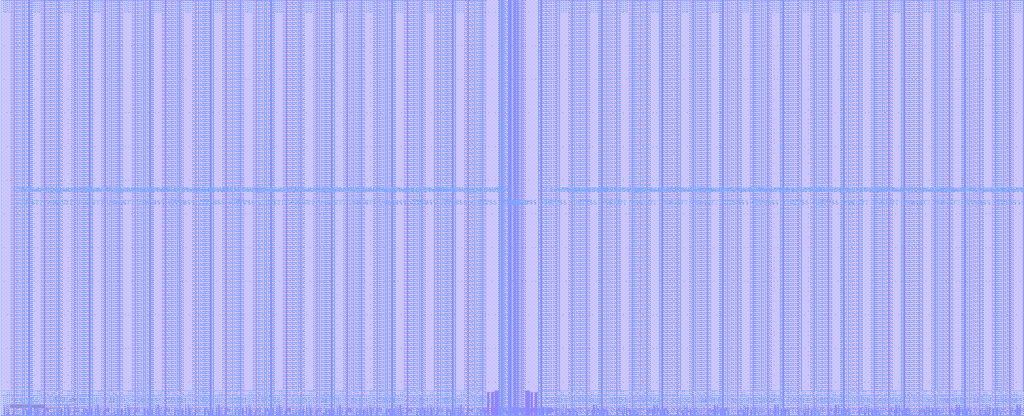
<source format=lef>
# ------------------------------------------------------
#
#		Copyright 2023 IHP PDK Authors
#
#		Licensed under the Apache License, Version 2.0 (the "License");
#		you may not use this file except in compliance with the License.
#		You may obtain a copy of the License at
#		
#		   https://www.apache.org/licenses/LICENSE-2.0
#		
#		Unless required by applicable law or agreed to in writing, software
#		distributed under the License is distributed on an "AS IS" BASIS,
#		WITHOUT WARRANTIES OR CONDITIONS OF ANY KIND, either express or implied.
#		See the License for the specific language governing permissions and
#		limitations under the License.
#		
#		Generated on Mon Apr  7 14:15:46 2025		
#
# ------------------------------------------------------ 
VERSION 5.7 ;
BUSBITCHARS "[]" ;
DIVIDERCHAR "/" ;

MACRO RM_IHPSG13_1P_8192x32_c4
  CLASS BLOCK ;
  ORIGIN 0 0 ;
  FOREIGN RM_IHPSG13_1P_8192x32_c4 0 0 ;
  SIZE 1520.16 BY 618.3 ;
  SYMMETRY X Y R90 ;
  PIN A_DIN[16]
    DIRECTION INPUT ;
    USE SIGNAL ;
    ANTENNAPARTIALMETALAREA 2.8847 LAYER Metal2 ;
    ANTENNAMODEL OXIDE1 ;
      ANTENNAGATEAREA 0.20085 LAYER Metal2 ;
      ANTENNAMAXAREACAR 15.268608 LAYER Metal2 ;
    PORT
      LAYER Metal2 ;
        RECT 803.71 0 803.97 0.26 ;
    END
  END A_DIN[16]
  PIN A_DIN[15]
    DIRECTION INPUT ;
    USE SIGNAL ;
    ANTENNAPARTIALMETALAREA 2.8847 LAYER Metal2 ;
    ANTENNAMODEL OXIDE1 ;
      ANTENNAGATEAREA 0.20085 LAYER Metal2 ;
      ANTENNAMAXAREACAR 15.268608 LAYER Metal2 ;
    PORT
      LAYER Metal2 ;
        RECT 716.19 0 716.45 0.26 ;
    END
  END A_DIN[15]
  PIN A_DOUT[16]
    DIRECTION OUTPUT ;
    USE SIGNAL ;
    ANTENNAPARTIALMETALAREA 1.5834 LAYER Metal2 ;
    ANTENNADIFFAREA 0.988 LAYER Metal2 ;
    PORT
      LAYER Metal2 ;
        RECT 825.485 0 825.745 0.26 ;
    END
  END A_DOUT[16]
  PIN A_DOUT[15]
    DIRECTION OUTPUT ;
    USE SIGNAL ;
    ANTENNAPARTIALMETALAREA 1.5834 LAYER Metal2 ;
    ANTENNADIFFAREA 0.988 LAYER Metal2 ;
    PORT
      LAYER Metal2 ;
        RECT 694.415 0 694.675 0.26 ;
    END
  END A_DOUT[15]
  PIN VSS!
    DIRECTION INOUT ;
    USE GROUND ;
    NETEXPR "vss VSS!" ;
    PORT
      LAYER Metal4 ;
        RECT 1496.23 0 1499.04 618.3 ;
    END
    PORT
      LAYER Metal4 ;
        RECT 1484.99 0 1487.8 618.3 ;
    END
    PORT
      LAYER Metal4 ;
        RECT 1473.75 0 1476.56 618.3 ;
    END
    PORT
      LAYER Metal4 ;
        RECT 1451.27 0 1454.08 618.3 ;
    END
    PORT
      LAYER Metal4 ;
        RECT 1440.03 0 1442.84 618.3 ;
    END
    PORT
      LAYER Metal4 ;
        RECT 1428.79 0 1431.6 618.3 ;
    END
    PORT
      LAYER Metal4 ;
        RECT 1406.31 0 1409.12 618.3 ;
    END
    PORT
      LAYER Metal4 ;
        RECT 1395.07 0 1397.88 618.3 ;
    END
    PORT
      LAYER Metal4 ;
        RECT 1383.83 0 1386.64 618.3 ;
    END
    PORT
      LAYER Metal4 ;
        RECT 1361.35 0 1364.16 618.3 ;
    END
    PORT
      LAYER Metal4 ;
        RECT 1350.11 0 1352.92 618.3 ;
    END
    PORT
      LAYER Metal4 ;
        RECT 1338.87 0 1341.68 618.3 ;
    END
    PORT
      LAYER Metal4 ;
        RECT 1316.39 0 1319.2 618.3 ;
    END
    PORT
      LAYER Metal4 ;
        RECT 1305.15 0 1307.96 618.3 ;
    END
    PORT
      LAYER Metal4 ;
        RECT 1293.91 0 1296.72 618.3 ;
    END
    PORT
      LAYER Metal4 ;
        RECT 1271.43 0 1274.24 618.3 ;
    END
    PORT
      LAYER Metal4 ;
        RECT 1260.19 0 1263 618.3 ;
    END
    PORT
      LAYER Metal4 ;
        RECT 1248.95 0 1251.76 618.3 ;
    END
    PORT
      LAYER Metal4 ;
        RECT 1226.47 0 1229.28 618.3 ;
    END
    PORT
      LAYER Metal4 ;
        RECT 1215.23 0 1218.04 618.3 ;
    END
    PORT
      LAYER Metal4 ;
        RECT 1203.99 0 1206.8 618.3 ;
    END
    PORT
      LAYER Metal4 ;
        RECT 1181.51 0 1184.32 618.3 ;
    END
    PORT
      LAYER Metal4 ;
        RECT 1170.27 0 1173.08 618.3 ;
    END
    PORT
      LAYER Metal4 ;
        RECT 1159.03 0 1161.84 618.3 ;
    END
    PORT
      LAYER Metal4 ;
        RECT 1136.55 0 1139.36 618.3 ;
    END
    PORT
      LAYER Metal4 ;
        RECT 1125.31 0 1128.12 618.3 ;
    END
    PORT
      LAYER Metal4 ;
        RECT 1114.07 0 1116.88 618.3 ;
    END
    PORT
      LAYER Metal4 ;
        RECT 1091.59 0 1094.4 618.3 ;
    END
    PORT
      LAYER Metal4 ;
        RECT 1080.35 0 1083.16 618.3 ;
    END
    PORT
      LAYER Metal4 ;
        RECT 1069.11 0 1071.92 618.3 ;
    END
    PORT
      LAYER Metal4 ;
        RECT 1046.63 0 1049.44 618.3 ;
    END
    PORT
      LAYER Metal4 ;
        RECT 1035.39 0 1038.2 618.3 ;
    END
    PORT
      LAYER Metal4 ;
        RECT 1024.15 0 1026.96 618.3 ;
    END
    PORT
      LAYER Metal4 ;
        RECT 1001.67 0 1004.48 618.3 ;
    END
    PORT
      LAYER Metal4 ;
        RECT 990.43 0 993.24 618.3 ;
    END
    PORT
      LAYER Metal4 ;
        RECT 979.19 0 982 618.3 ;
    END
    PORT
      LAYER Metal4 ;
        RECT 956.71 0 959.52 618.3 ;
    END
    PORT
      LAYER Metal4 ;
        RECT 945.47 0 948.28 618.3 ;
    END
    PORT
      LAYER Metal4 ;
        RECT 934.23 0 937.04 618.3 ;
    END
    PORT
      LAYER Metal4 ;
        RECT 911.75 0 914.56 618.3 ;
    END
    PORT
      LAYER Metal4 ;
        RECT 900.51 0 903.32 618.3 ;
    END
    PORT
      LAYER Metal4 ;
        RECT 889.27 0 892.08 618.3 ;
    END
    PORT
      LAYER Metal4 ;
        RECT 866.79 0 869.6 618.3 ;
    END
    PORT
      LAYER Metal4 ;
        RECT 855.55 0 858.36 618.3 ;
    END
    PORT
      LAYER Metal4 ;
        RECT 844.31 0 847.12 618.3 ;
    END
    PORT
      LAYER Metal4 ;
        RECT 821.83 0 824.64 618.3 ;
    END
    PORT
      LAYER Metal4 ;
        RECT 810.59 0 813.4 618.3 ;
    END
    PORT
      LAYER Metal4 ;
        RECT 799.35 0 802.16 618.3 ;
    END
    PORT
      LAYER Metal4 ;
        RECT 776.7 0 779.51 618.3 ;
    END
    PORT
      LAYER Metal4 ;
        RECT 766.4 0 769.21 618.3 ;
    END
    PORT
      LAYER Metal4 ;
        RECT 750.95 0 753.76 618.3 ;
    END
    PORT
      LAYER Metal4 ;
        RECT 740.65 0 743.46 618.3 ;
    END
    PORT
      LAYER Metal4 ;
        RECT 718 0 720.81 618.3 ;
    END
    PORT
      LAYER Metal4 ;
        RECT 706.76 0 709.57 618.3 ;
    END
    PORT
      LAYER Metal4 ;
        RECT 695.52 0 698.33 618.3 ;
    END
    PORT
      LAYER Metal4 ;
        RECT 673.04 0 675.85 618.3 ;
    END
    PORT
      LAYER Metal4 ;
        RECT 661.8 0 664.61 618.3 ;
    END
    PORT
      LAYER Metal4 ;
        RECT 650.56 0 653.37 618.3 ;
    END
    PORT
      LAYER Metal4 ;
        RECT 628.08 0 630.89 618.3 ;
    END
    PORT
      LAYER Metal4 ;
        RECT 616.84 0 619.65 618.3 ;
    END
    PORT
      LAYER Metal4 ;
        RECT 605.6 0 608.41 618.3 ;
    END
    PORT
      LAYER Metal4 ;
        RECT 583.12 0 585.93 618.3 ;
    END
    PORT
      LAYER Metal4 ;
        RECT 571.88 0 574.69 618.3 ;
    END
    PORT
      LAYER Metal4 ;
        RECT 560.64 0 563.45 618.3 ;
    END
    PORT
      LAYER Metal4 ;
        RECT 538.16 0 540.97 618.3 ;
    END
    PORT
      LAYER Metal4 ;
        RECT 526.92 0 529.73 618.3 ;
    END
    PORT
      LAYER Metal4 ;
        RECT 515.68 0 518.49 618.3 ;
    END
    PORT
      LAYER Metal4 ;
        RECT 493.2 0 496.01 618.3 ;
    END
    PORT
      LAYER Metal4 ;
        RECT 481.96 0 484.77 618.3 ;
    END
    PORT
      LAYER Metal4 ;
        RECT 470.72 0 473.53 618.3 ;
    END
    PORT
      LAYER Metal4 ;
        RECT 448.24 0 451.05 618.3 ;
    END
    PORT
      LAYER Metal4 ;
        RECT 437 0 439.81 618.3 ;
    END
    PORT
      LAYER Metal4 ;
        RECT 425.76 0 428.57 618.3 ;
    END
    PORT
      LAYER Metal4 ;
        RECT 403.28 0 406.09 618.3 ;
    END
    PORT
      LAYER Metal4 ;
        RECT 392.04 0 394.85 618.3 ;
    END
    PORT
      LAYER Metal4 ;
        RECT 380.8 0 383.61 618.3 ;
    END
    PORT
      LAYER Metal4 ;
        RECT 358.32 0 361.13 618.3 ;
    END
    PORT
      LAYER Metal4 ;
        RECT 347.08 0 349.89 618.3 ;
    END
    PORT
      LAYER Metal4 ;
        RECT 335.84 0 338.65 618.3 ;
    END
    PORT
      LAYER Metal4 ;
        RECT 313.36 0 316.17 618.3 ;
    END
    PORT
      LAYER Metal4 ;
        RECT 302.12 0 304.93 618.3 ;
    END
    PORT
      LAYER Metal4 ;
        RECT 290.88 0 293.69 618.3 ;
    END
    PORT
      LAYER Metal4 ;
        RECT 268.4 0 271.21 618.3 ;
    END
    PORT
      LAYER Metal4 ;
        RECT 257.16 0 259.97 618.3 ;
    END
    PORT
      LAYER Metal4 ;
        RECT 245.92 0 248.73 618.3 ;
    END
    PORT
      LAYER Metal4 ;
        RECT 223.44 0 226.25 618.3 ;
    END
    PORT
      LAYER Metal4 ;
        RECT 212.2 0 215.01 618.3 ;
    END
    PORT
      LAYER Metal4 ;
        RECT 200.96 0 203.77 618.3 ;
    END
    PORT
      LAYER Metal4 ;
        RECT 178.48 0 181.29 618.3 ;
    END
    PORT
      LAYER Metal4 ;
        RECT 167.24 0 170.05 618.3 ;
    END
    PORT
      LAYER Metal4 ;
        RECT 156 0 158.81 618.3 ;
    END
    PORT
      LAYER Metal4 ;
        RECT 133.52 0 136.33 618.3 ;
    END
    PORT
      LAYER Metal4 ;
        RECT 122.28 0 125.09 618.3 ;
    END
    PORT
      LAYER Metal4 ;
        RECT 111.04 0 113.85 618.3 ;
    END
    PORT
      LAYER Metal4 ;
        RECT 88.56 0 91.37 618.3 ;
    END
    PORT
      LAYER Metal4 ;
        RECT 77.32 0 80.13 618.3 ;
    END
    PORT
      LAYER Metal4 ;
        RECT 66.08 0 68.89 618.3 ;
    END
    PORT
      LAYER Metal4 ;
        RECT 43.6 0 46.41 618.3 ;
    END
    PORT
      LAYER Metal4 ;
        RECT 32.36 0 35.17 618.3 ;
    END
    PORT
      LAYER Metal4 ;
        RECT 21.12 0 23.93 618.3 ;
    END
  END VSS!
  PIN VDD!
    DIRECTION INOUT ;
    USE POWER ;
    NETEXPR "vdd VDD!" ;
    PORT
      LAYER Metal4 ;
        RECT 1501.85 0 1504.66 30.425 ;
    END
    PORT
      LAYER Metal4 ;
        RECT 1490.61 0 1493.42 30.425 ;
    END
    PORT
      LAYER Metal4 ;
        RECT 1479.37 0 1482.18 30.425 ;
    END
    PORT
      LAYER Metal4 ;
        RECT 1456.89 0 1459.7 30.425 ;
    END
    PORT
      LAYER Metal4 ;
        RECT 1445.65 0 1448.46 30.425 ;
    END
    PORT
      LAYER Metal4 ;
        RECT 1434.41 0 1437.22 30.425 ;
    END
    PORT
      LAYER Metal4 ;
        RECT 1411.93 0 1414.74 30.425 ;
    END
    PORT
      LAYER Metal4 ;
        RECT 1400.69 0 1403.5 30.425 ;
    END
    PORT
      LAYER Metal4 ;
        RECT 1389.45 0 1392.26 30.425 ;
    END
    PORT
      LAYER Metal4 ;
        RECT 1366.97 0 1369.78 30.425 ;
    END
    PORT
      LAYER Metal4 ;
        RECT 1355.73 0 1358.54 30.425 ;
    END
    PORT
      LAYER Metal4 ;
        RECT 1344.49 0 1347.3 30.425 ;
    END
    PORT
      LAYER Metal4 ;
        RECT 1322.01 0 1324.82 30.425 ;
    END
    PORT
      LAYER Metal4 ;
        RECT 1310.77 0 1313.58 30.425 ;
    END
    PORT
      LAYER Metal4 ;
        RECT 1299.53 0 1302.34 30.425 ;
    END
    PORT
      LAYER Metal4 ;
        RECT 1277.05 0 1279.86 30.425 ;
    END
    PORT
      LAYER Metal4 ;
        RECT 1265.81 0 1268.62 30.425 ;
    END
    PORT
      LAYER Metal4 ;
        RECT 1254.57 0 1257.38 30.425 ;
    END
    PORT
      LAYER Metal4 ;
        RECT 1232.09 0 1234.9 30.425 ;
    END
    PORT
      LAYER Metal4 ;
        RECT 1220.85 0 1223.66 30.425 ;
    END
    PORT
      LAYER Metal4 ;
        RECT 1209.61 0 1212.42 30.425 ;
    END
    PORT
      LAYER Metal4 ;
        RECT 1187.13 0 1189.94 30.425 ;
    END
    PORT
      LAYER Metal4 ;
        RECT 1175.89 0 1178.7 30.425 ;
    END
    PORT
      LAYER Metal4 ;
        RECT 1164.65 0 1167.46 30.425 ;
    END
    PORT
      LAYER Metal4 ;
        RECT 1142.17 0 1144.98 30.425 ;
    END
    PORT
      LAYER Metal4 ;
        RECT 1130.93 0 1133.74 30.425 ;
    END
    PORT
      LAYER Metal4 ;
        RECT 1119.69 0 1122.5 30.425 ;
    END
    PORT
      LAYER Metal4 ;
        RECT 1097.21 0 1100.02 30.425 ;
    END
    PORT
      LAYER Metal4 ;
        RECT 1085.97 0 1088.78 30.425 ;
    END
    PORT
      LAYER Metal4 ;
        RECT 1074.73 0 1077.54 30.425 ;
    END
    PORT
      LAYER Metal4 ;
        RECT 1052.25 0 1055.06 30.425 ;
    END
    PORT
      LAYER Metal4 ;
        RECT 1041.01 0 1043.82 30.425 ;
    END
    PORT
      LAYER Metal4 ;
        RECT 1029.77 0 1032.58 30.425 ;
    END
    PORT
      LAYER Metal4 ;
        RECT 1007.29 0 1010.1 30.425 ;
    END
    PORT
      LAYER Metal4 ;
        RECT 996.05 0 998.86 30.425 ;
    END
    PORT
      LAYER Metal4 ;
        RECT 984.81 0 987.62 30.425 ;
    END
    PORT
      LAYER Metal4 ;
        RECT 962.33 0 965.14 30.425 ;
    END
    PORT
      LAYER Metal4 ;
        RECT 951.09 0 953.9 30.425 ;
    END
    PORT
      LAYER Metal4 ;
        RECT 939.85 0 942.66 30.425 ;
    END
    PORT
      LAYER Metal4 ;
        RECT 917.37 0 920.18 30.425 ;
    END
    PORT
      LAYER Metal4 ;
        RECT 906.13 0 908.94 30.425 ;
    END
    PORT
      LAYER Metal4 ;
        RECT 894.89 0 897.7 30.425 ;
    END
    PORT
      LAYER Metal4 ;
        RECT 872.41 0 875.22 30.425 ;
    END
    PORT
      LAYER Metal4 ;
        RECT 861.17 0 863.98 30.425 ;
    END
    PORT
      LAYER Metal4 ;
        RECT 849.93 0 852.74 30.425 ;
    END
    PORT
      LAYER Metal4 ;
        RECT 827.45 0 830.26 30.425 ;
    END
    PORT
      LAYER Metal4 ;
        RECT 816.21 0 819.02 30.425 ;
    END
    PORT
      LAYER Metal4 ;
        RECT 804.97 0 807.78 30.425 ;
    END
    PORT
      LAYER Metal4 ;
        RECT 771.55 0 774.36 618.3 ;
    END
    PORT
      LAYER Metal4 ;
        RECT 761.25 0 764.06 618.3 ;
    END
    PORT
      LAYER Metal4 ;
        RECT 756.1 0 758.91 618.3 ;
    END
    PORT
      LAYER Metal4 ;
        RECT 745.8 0 748.61 618.3 ;
    END
    PORT
      LAYER Metal4 ;
        RECT 712.38 0 715.19 30.425 ;
    END
    PORT
      LAYER Metal4 ;
        RECT 701.14 0 703.95 30.425 ;
    END
    PORT
      LAYER Metal4 ;
        RECT 689.9 0 692.71 30.425 ;
    END
    PORT
      LAYER Metal4 ;
        RECT 667.42 0 670.23 30.425 ;
    END
    PORT
      LAYER Metal4 ;
        RECT 656.18 0 658.99 30.425 ;
    END
    PORT
      LAYER Metal4 ;
        RECT 644.94 0 647.75 30.425 ;
    END
    PORT
      LAYER Metal4 ;
        RECT 622.46 0 625.27 30.425 ;
    END
    PORT
      LAYER Metal4 ;
        RECT 611.22 0 614.03 30.425 ;
    END
    PORT
      LAYER Metal4 ;
        RECT 599.98 0 602.79 30.425 ;
    END
    PORT
      LAYER Metal4 ;
        RECT 577.5 0 580.31 30.425 ;
    END
    PORT
      LAYER Metal4 ;
        RECT 566.26 0 569.07 30.425 ;
    END
    PORT
      LAYER Metal4 ;
        RECT 555.02 0 557.83 30.425 ;
    END
    PORT
      LAYER Metal4 ;
        RECT 532.54 0 535.35 30.425 ;
    END
    PORT
      LAYER Metal4 ;
        RECT 521.3 0 524.11 30.425 ;
    END
    PORT
      LAYER Metal4 ;
        RECT 510.06 0 512.87 30.425 ;
    END
    PORT
      LAYER Metal4 ;
        RECT 487.58 0 490.39 30.425 ;
    END
    PORT
      LAYER Metal4 ;
        RECT 476.34 0 479.15 30.425 ;
    END
    PORT
      LAYER Metal4 ;
        RECT 465.1 0 467.91 30.425 ;
    END
    PORT
      LAYER Metal4 ;
        RECT 442.62 0 445.43 30.425 ;
    END
    PORT
      LAYER Metal4 ;
        RECT 431.38 0 434.19 30.425 ;
    END
    PORT
      LAYER Metal4 ;
        RECT 420.14 0 422.95 30.425 ;
    END
    PORT
      LAYER Metal4 ;
        RECT 397.66 0 400.47 30.425 ;
    END
    PORT
      LAYER Metal4 ;
        RECT 386.42 0 389.23 30.425 ;
    END
    PORT
      LAYER Metal4 ;
        RECT 375.18 0 377.99 30.425 ;
    END
    PORT
      LAYER Metal4 ;
        RECT 352.7 0 355.51 30.425 ;
    END
    PORT
      LAYER Metal4 ;
        RECT 341.46 0 344.27 30.425 ;
    END
    PORT
      LAYER Metal4 ;
        RECT 330.22 0 333.03 30.425 ;
    END
    PORT
      LAYER Metal4 ;
        RECT 307.74 0 310.55 30.425 ;
    END
    PORT
      LAYER Metal4 ;
        RECT 296.5 0 299.31 30.425 ;
    END
    PORT
      LAYER Metal4 ;
        RECT 285.26 0 288.07 30.425 ;
    END
    PORT
      LAYER Metal4 ;
        RECT 262.78 0 265.59 30.425 ;
    END
    PORT
      LAYER Metal4 ;
        RECT 251.54 0 254.35 30.425 ;
    END
    PORT
      LAYER Metal4 ;
        RECT 240.3 0 243.11 30.425 ;
    END
    PORT
      LAYER Metal4 ;
        RECT 217.82 0 220.63 30.425 ;
    END
    PORT
      LAYER Metal4 ;
        RECT 206.58 0 209.39 30.425 ;
    END
    PORT
      LAYER Metal4 ;
        RECT 195.34 0 198.15 30.425 ;
    END
    PORT
      LAYER Metal4 ;
        RECT 172.86 0 175.67 30.425 ;
    END
    PORT
      LAYER Metal4 ;
        RECT 161.62 0 164.43 30.425 ;
    END
    PORT
      LAYER Metal4 ;
        RECT 150.38 0 153.19 30.425 ;
    END
    PORT
      LAYER Metal4 ;
        RECT 127.9 0 130.71 30.425 ;
    END
    PORT
      LAYER Metal4 ;
        RECT 116.66 0 119.47 30.425 ;
    END
    PORT
      LAYER Metal4 ;
        RECT 105.42 0 108.23 30.425 ;
    END
    PORT
      LAYER Metal4 ;
        RECT 82.94 0 85.75 30.425 ;
    END
    PORT
      LAYER Metal4 ;
        RECT 71.7 0 74.51 30.425 ;
    END
    PORT
      LAYER Metal4 ;
        RECT 60.46 0 63.27 30.425 ;
    END
    PORT
      LAYER Metal4 ;
        RECT 37.98 0 40.79 30.425 ;
    END
    PORT
      LAYER Metal4 ;
        RECT 26.74 0 29.55 30.425 ;
    END
    PORT
      LAYER Metal4 ;
        RECT 15.5 0 18.31 30.425 ;
    END
  END VDD!
  PIN VDDARRAY!
    DIRECTION INOUT ;
    USE POWER ;
    NETEXPR "vddarray VDDARRAY!" ;
    PORT
      LAYER Metal4 ;
        RECT 1501.85 37.065 1504.66 618.3 ;
    END
    PORT
      LAYER Metal4 ;
        RECT 1490.61 37.065 1493.42 618.3 ;
    END
    PORT
      LAYER Metal4 ;
        RECT 1479.37 37.065 1482.18 618.3 ;
    END
    PORT
      LAYER Metal4 ;
        RECT 1456.89 37.065 1459.7 618.3 ;
    END
    PORT
      LAYER Metal4 ;
        RECT 1445.65 37.065 1448.46 618.3 ;
    END
    PORT
      LAYER Metal4 ;
        RECT 1434.41 37.065 1437.22 618.3 ;
    END
    PORT
      LAYER Metal4 ;
        RECT 1411.93 37.065 1414.74 618.3 ;
    END
    PORT
      LAYER Metal4 ;
        RECT 1400.69 37.065 1403.5 618.3 ;
    END
    PORT
      LAYER Metal4 ;
        RECT 1389.45 37.065 1392.26 618.3 ;
    END
    PORT
      LAYER Metal4 ;
        RECT 1366.97 37.065 1369.78 618.3 ;
    END
    PORT
      LAYER Metal4 ;
        RECT 1355.73 37.065 1358.54 618.3 ;
    END
    PORT
      LAYER Metal4 ;
        RECT 1344.49 37.065 1347.3 618.3 ;
    END
    PORT
      LAYER Metal4 ;
        RECT 1322.01 37.065 1324.82 618.3 ;
    END
    PORT
      LAYER Metal4 ;
        RECT 1310.77 37.065 1313.58 618.3 ;
    END
    PORT
      LAYER Metal4 ;
        RECT 1299.53 37.065 1302.34 618.3 ;
    END
    PORT
      LAYER Metal4 ;
        RECT 1277.05 37.065 1279.86 618.3 ;
    END
    PORT
      LAYER Metal4 ;
        RECT 1265.81 37.065 1268.62 618.3 ;
    END
    PORT
      LAYER Metal4 ;
        RECT 1254.57 37.065 1257.38 618.3 ;
    END
    PORT
      LAYER Metal4 ;
        RECT 1232.09 37.065 1234.9 618.3 ;
    END
    PORT
      LAYER Metal4 ;
        RECT 1220.85 37.065 1223.66 618.3 ;
    END
    PORT
      LAYER Metal4 ;
        RECT 1209.61 37.065 1212.42 618.3 ;
    END
    PORT
      LAYER Metal4 ;
        RECT 1187.13 37.065 1189.94 618.3 ;
    END
    PORT
      LAYER Metal4 ;
        RECT 1175.89 37.065 1178.7 618.3 ;
    END
    PORT
      LAYER Metal4 ;
        RECT 1164.65 37.065 1167.46 618.3 ;
    END
    PORT
      LAYER Metal4 ;
        RECT 1142.17 37.065 1144.98 618.3 ;
    END
    PORT
      LAYER Metal4 ;
        RECT 1130.93 37.065 1133.74 618.3 ;
    END
    PORT
      LAYER Metal4 ;
        RECT 1119.69 37.065 1122.5 618.3 ;
    END
    PORT
      LAYER Metal4 ;
        RECT 1097.21 37.065 1100.02 618.3 ;
    END
    PORT
      LAYER Metal4 ;
        RECT 1085.97 37.065 1088.78 618.3 ;
    END
    PORT
      LAYER Metal4 ;
        RECT 1074.73 37.065 1077.54 618.3 ;
    END
    PORT
      LAYER Metal4 ;
        RECT 1052.25 37.065 1055.06 618.3 ;
    END
    PORT
      LAYER Metal4 ;
        RECT 1041.01 37.065 1043.82 618.3 ;
    END
    PORT
      LAYER Metal4 ;
        RECT 1029.77 37.065 1032.58 618.3 ;
    END
    PORT
      LAYER Metal4 ;
        RECT 1007.29 37.065 1010.1 618.3 ;
    END
    PORT
      LAYER Metal4 ;
        RECT 996.05 37.065 998.86 618.3 ;
    END
    PORT
      LAYER Metal4 ;
        RECT 984.81 37.065 987.62 618.3 ;
    END
    PORT
      LAYER Metal4 ;
        RECT 962.33 37.065 965.14 618.3 ;
    END
    PORT
      LAYER Metal4 ;
        RECT 951.09 37.065 953.9 618.3 ;
    END
    PORT
      LAYER Metal4 ;
        RECT 939.85 37.065 942.66 618.3 ;
    END
    PORT
      LAYER Metal4 ;
        RECT 917.37 37.065 920.18 618.3 ;
    END
    PORT
      LAYER Metal4 ;
        RECT 906.13 37.065 908.94 618.3 ;
    END
    PORT
      LAYER Metal4 ;
        RECT 894.89 37.065 897.7 618.3 ;
    END
    PORT
      LAYER Metal4 ;
        RECT 872.41 37.065 875.22 618.3 ;
    END
    PORT
      LAYER Metal4 ;
        RECT 861.17 37.065 863.98 618.3 ;
    END
    PORT
      LAYER Metal4 ;
        RECT 849.93 37.065 852.74 618.3 ;
    END
    PORT
      LAYER Metal4 ;
        RECT 827.45 37.065 830.26 618.3 ;
    END
    PORT
      LAYER Metal4 ;
        RECT 816.21 37.065 819.02 618.3 ;
    END
    PORT
      LAYER Metal4 ;
        RECT 804.97 37.065 807.78 618.3 ;
    END
    PORT
      LAYER Metal4 ;
        RECT 712.38 37.065 715.19 618.3 ;
    END
    PORT
      LAYER Metal4 ;
        RECT 701.14 37.065 703.95 618.3 ;
    END
    PORT
      LAYER Metal4 ;
        RECT 689.9 37.065 692.71 618.3 ;
    END
    PORT
      LAYER Metal4 ;
        RECT 667.42 37.065 670.23 618.3 ;
    END
    PORT
      LAYER Metal4 ;
        RECT 656.18 37.065 658.99 618.3 ;
    END
    PORT
      LAYER Metal4 ;
        RECT 644.94 37.065 647.75 618.3 ;
    END
    PORT
      LAYER Metal4 ;
        RECT 622.46 37.065 625.27 618.3 ;
    END
    PORT
      LAYER Metal4 ;
        RECT 611.22 37.065 614.03 618.3 ;
    END
    PORT
      LAYER Metal4 ;
        RECT 599.98 37.065 602.79 618.3 ;
    END
    PORT
      LAYER Metal4 ;
        RECT 577.5 37.065 580.31 618.3 ;
    END
    PORT
      LAYER Metal4 ;
        RECT 566.26 37.065 569.07 618.3 ;
    END
    PORT
      LAYER Metal4 ;
        RECT 555.02 37.065 557.83 618.3 ;
    END
    PORT
      LAYER Metal4 ;
        RECT 532.54 37.065 535.35 618.3 ;
    END
    PORT
      LAYER Metal4 ;
        RECT 521.3 37.065 524.11 618.3 ;
    END
    PORT
      LAYER Metal4 ;
        RECT 510.06 37.065 512.87 618.3 ;
    END
    PORT
      LAYER Metal4 ;
        RECT 487.58 37.065 490.39 618.3 ;
    END
    PORT
      LAYER Metal4 ;
        RECT 476.34 37.065 479.15 618.3 ;
    END
    PORT
      LAYER Metal4 ;
        RECT 465.1 37.065 467.91 618.3 ;
    END
    PORT
      LAYER Metal4 ;
        RECT 442.62 37.065 445.43 618.3 ;
    END
    PORT
      LAYER Metal4 ;
        RECT 431.38 37.065 434.19 618.3 ;
    END
    PORT
      LAYER Metal4 ;
        RECT 420.14 37.065 422.95 618.3 ;
    END
    PORT
      LAYER Metal4 ;
        RECT 397.66 37.065 400.47 618.3 ;
    END
    PORT
      LAYER Metal4 ;
        RECT 386.42 37.065 389.23 618.3 ;
    END
    PORT
      LAYER Metal4 ;
        RECT 375.18 37.065 377.99 618.3 ;
    END
    PORT
      LAYER Metal4 ;
        RECT 352.7 37.065 355.51 618.3 ;
    END
    PORT
      LAYER Metal4 ;
        RECT 341.46 37.065 344.27 618.3 ;
    END
    PORT
      LAYER Metal4 ;
        RECT 330.22 37.065 333.03 618.3 ;
    END
    PORT
      LAYER Metal4 ;
        RECT 307.74 37.065 310.55 618.3 ;
    END
    PORT
      LAYER Metal4 ;
        RECT 296.5 37.065 299.31 618.3 ;
    END
    PORT
      LAYER Metal4 ;
        RECT 285.26 37.065 288.07 618.3 ;
    END
    PORT
      LAYER Metal4 ;
        RECT 262.78 37.065 265.59 618.3 ;
    END
    PORT
      LAYER Metal4 ;
        RECT 251.54 37.065 254.35 618.3 ;
    END
    PORT
      LAYER Metal4 ;
        RECT 240.3 37.065 243.11 618.3 ;
    END
    PORT
      LAYER Metal4 ;
        RECT 217.82 37.065 220.63 618.3 ;
    END
    PORT
      LAYER Metal4 ;
        RECT 206.58 37.065 209.39 618.3 ;
    END
    PORT
      LAYER Metal4 ;
        RECT 195.34 37.065 198.15 618.3 ;
    END
    PORT
      LAYER Metal4 ;
        RECT 172.86 37.065 175.67 618.3 ;
    END
    PORT
      LAYER Metal4 ;
        RECT 161.62 37.065 164.43 618.3 ;
    END
    PORT
      LAYER Metal4 ;
        RECT 150.38 37.065 153.19 618.3 ;
    END
    PORT
      LAYER Metal4 ;
        RECT 127.9 37.065 130.71 618.3 ;
    END
    PORT
      LAYER Metal4 ;
        RECT 116.66 37.065 119.47 618.3 ;
    END
    PORT
      LAYER Metal4 ;
        RECT 105.42 37.065 108.23 618.3 ;
    END
    PORT
      LAYER Metal4 ;
        RECT 82.94 37.065 85.75 618.3 ;
    END
    PORT
      LAYER Metal4 ;
        RECT 71.7 37.065 74.51 618.3 ;
    END
    PORT
      LAYER Metal4 ;
        RECT 60.46 37.065 63.27 618.3 ;
    END
    PORT
      LAYER Metal4 ;
        RECT 37.98 37.065 40.79 618.3 ;
    END
    PORT
      LAYER Metal4 ;
        RECT 26.74 37.065 29.55 618.3 ;
    END
    PORT
      LAYER Metal4 ;
        RECT 15.5 37.065 18.31 618.3 ;
    END
  END VDDARRAY!
  PIN A_DIN[17]
    DIRECTION INPUT ;
    USE SIGNAL ;
    ANTENNAPARTIALMETALAREA 2.8847 LAYER Metal2 ;
    ANTENNAMODEL OXIDE1 ;
      ANTENNAGATEAREA 0.20085 LAYER Metal2 ;
      ANTENNAMAXAREACAR 15.268608 LAYER Metal2 ;
    PORT
      LAYER Metal2 ;
        RECT 848.67 0 848.93 0.26 ;
    END
  END A_DIN[17]
  PIN A_DIN[14]
    DIRECTION INPUT ;
    USE SIGNAL ;
    ANTENNAPARTIALMETALAREA 2.8847 LAYER Metal2 ;
    ANTENNAMODEL OXIDE1 ;
      ANTENNAGATEAREA 0.20085 LAYER Metal2 ;
      ANTENNAMAXAREACAR 15.268608 LAYER Metal2 ;
    PORT
      LAYER Metal2 ;
        RECT 671.23 0 671.49 0.26 ;
    END
  END A_DIN[14]
  PIN A_DOUT[17]
    DIRECTION OUTPUT ;
    USE SIGNAL ;
    ANTENNAPARTIALMETALAREA 1.5834 LAYER Metal2 ;
    ANTENNADIFFAREA 0.988 LAYER Metal2 ;
    PORT
      LAYER Metal2 ;
        RECT 870.445 0 870.705 0.26 ;
    END
  END A_DOUT[17]
  PIN A_DOUT[14]
    DIRECTION OUTPUT ;
    USE SIGNAL ;
    ANTENNAPARTIALMETALAREA 1.5834 LAYER Metal2 ;
    ANTENNADIFFAREA 0.988 LAYER Metal2 ;
    PORT
      LAYER Metal2 ;
        RECT 649.455 0 649.715 0.26 ;
    END
  END A_DOUT[14]
  PIN A_DIN[18]
    DIRECTION INPUT ;
    USE SIGNAL ;
    ANTENNAPARTIALMETALAREA 2.8847 LAYER Metal2 ;
    ANTENNAMODEL OXIDE1 ;
      ANTENNAGATEAREA 0.20085 LAYER Metal2 ;
      ANTENNAMAXAREACAR 15.268608 LAYER Metal2 ;
    PORT
      LAYER Metal2 ;
        RECT 893.63 0 893.89 0.26 ;
    END
  END A_DIN[18]
  PIN A_DIN[13]
    DIRECTION INPUT ;
    USE SIGNAL ;
    ANTENNAPARTIALMETALAREA 2.8847 LAYER Metal2 ;
    ANTENNAMODEL OXIDE1 ;
      ANTENNAGATEAREA 0.20085 LAYER Metal2 ;
      ANTENNAMAXAREACAR 15.268608 LAYER Metal2 ;
    PORT
      LAYER Metal2 ;
        RECT 626.27 0 626.53 0.26 ;
    END
  END A_DIN[13]
  PIN A_DOUT[18]
    DIRECTION OUTPUT ;
    USE SIGNAL ;
    ANTENNAPARTIALMETALAREA 1.5834 LAYER Metal2 ;
    ANTENNADIFFAREA 0.988 LAYER Metal2 ;
    PORT
      LAYER Metal2 ;
        RECT 915.405 0 915.665 0.26 ;
    END
  END A_DOUT[18]
  PIN A_DOUT[13]
    DIRECTION OUTPUT ;
    USE SIGNAL ;
    ANTENNAPARTIALMETALAREA 1.5834 LAYER Metal2 ;
    ANTENNADIFFAREA 0.988 LAYER Metal2 ;
    PORT
      LAYER Metal2 ;
        RECT 604.495 0 604.755 0.26 ;
    END
  END A_DOUT[13]
  PIN A_DIN[19]
    DIRECTION INPUT ;
    USE SIGNAL ;
    ANTENNAPARTIALMETALAREA 2.8847 LAYER Metal2 ;
    ANTENNAMODEL OXIDE1 ;
      ANTENNAGATEAREA 0.20085 LAYER Metal2 ;
      ANTENNAMAXAREACAR 15.268608 LAYER Metal2 ;
    PORT
      LAYER Metal2 ;
        RECT 938.59 0 938.85 0.26 ;
    END
  END A_DIN[19]
  PIN A_DIN[12]
    DIRECTION INPUT ;
    USE SIGNAL ;
    ANTENNAPARTIALMETALAREA 2.8847 LAYER Metal2 ;
    ANTENNAMODEL OXIDE1 ;
      ANTENNAGATEAREA 0.20085 LAYER Metal2 ;
      ANTENNAMAXAREACAR 15.268608 LAYER Metal2 ;
    PORT
      LAYER Metal2 ;
        RECT 581.31 0 581.57 0.26 ;
    END
  END A_DIN[12]
  PIN A_DOUT[19]
    DIRECTION OUTPUT ;
    USE SIGNAL ;
    ANTENNAPARTIALMETALAREA 1.5834 LAYER Metal2 ;
    ANTENNADIFFAREA 0.988 LAYER Metal2 ;
    PORT
      LAYER Metal2 ;
        RECT 960.365 0 960.625 0.26 ;
    END
  END A_DOUT[19]
  PIN A_DOUT[12]
    DIRECTION OUTPUT ;
    USE SIGNAL ;
    ANTENNAPARTIALMETALAREA 1.5834 LAYER Metal2 ;
    ANTENNADIFFAREA 0.988 LAYER Metal2 ;
    PORT
      LAYER Metal2 ;
        RECT 559.535 0 559.795 0.26 ;
    END
  END A_DOUT[12]
  PIN A_DIN[20]
    DIRECTION INPUT ;
    USE SIGNAL ;
    ANTENNAPARTIALMETALAREA 2.8847 LAYER Metal2 ;
    ANTENNAMODEL OXIDE1 ;
      ANTENNAGATEAREA 0.20085 LAYER Metal2 ;
      ANTENNAMAXAREACAR 15.268608 LAYER Metal2 ;
    PORT
      LAYER Metal2 ;
        RECT 983.55 0 983.81 0.26 ;
    END
  END A_DIN[20]
  PIN A_DIN[11]
    DIRECTION INPUT ;
    USE SIGNAL ;
    ANTENNAPARTIALMETALAREA 2.8847 LAYER Metal2 ;
    ANTENNAMODEL OXIDE1 ;
      ANTENNAGATEAREA 0.20085 LAYER Metal2 ;
      ANTENNAMAXAREACAR 15.268608 LAYER Metal2 ;
    PORT
      LAYER Metal2 ;
        RECT 536.35 0 536.61 0.26 ;
    END
  END A_DIN[11]
  PIN A_DOUT[20]
    DIRECTION OUTPUT ;
    USE SIGNAL ;
    ANTENNAPARTIALMETALAREA 1.5834 LAYER Metal2 ;
    ANTENNADIFFAREA 0.988 LAYER Metal2 ;
    PORT
      LAYER Metal2 ;
        RECT 1005.325 0 1005.585 0.26 ;
    END
  END A_DOUT[20]
  PIN A_DOUT[11]
    DIRECTION OUTPUT ;
    USE SIGNAL ;
    ANTENNAPARTIALMETALAREA 1.5834 LAYER Metal2 ;
    ANTENNADIFFAREA 0.988 LAYER Metal2 ;
    PORT
      LAYER Metal2 ;
        RECT 514.575 0 514.835 0.26 ;
    END
  END A_DOUT[11]
  PIN A_DIN[21]
    DIRECTION INPUT ;
    USE SIGNAL ;
    ANTENNAPARTIALMETALAREA 2.8847 LAYER Metal2 ;
    ANTENNAMODEL OXIDE1 ;
      ANTENNAGATEAREA 0.20085 LAYER Metal2 ;
      ANTENNAMAXAREACAR 15.268608 LAYER Metal2 ;
    PORT
      LAYER Metal2 ;
        RECT 1028.51 0 1028.77 0.26 ;
    END
  END A_DIN[21]
  PIN A_DIN[10]
    DIRECTION INPUT ;
    USE SIGNAL ;
    ANTENNAPARTIALMETALAREA 2.8847 LAYER Metal2 ;
    ANTENNAMODEL OXIDE1 ;
      ANTENNAGATEAREA 0.20085 LAYER Metal2 ;
      ANTENNAMAXAREACAR 15.268608 LAYER Metal2 ;
    PORT
      LAYER Metal2 ;
        RECT 491.39 0 491.65 0.26 ;
    END
  END A_DIN[10]
  PIN A_DOUT[21]
    DIRECTION OUTPUT ;
    USE SIGNAL ;
    ANTENNAPARTIALMETALAREA 1.5834 LAYER Metal2 ;
    ANTENNADIFFAREA 0.988 LAYER Metal2 ;
    PORT
      LAYER Metal2 ;
        RECT 1050.285 0 1050.545 0.26 ;
    END
  END A_DOUT[21]
  PIN A_DOUT[10]
    DIRECTION OUTPUT ;
    USE SIGNAL ;
    ANTENNAPARTIALMETALAREA 1.5834 LAYER Metal2 ;
    ANTENNADIFFAREA 0.988 LAYER Metal2 ;
    PORT
      LAYER Metal2 ;
        RECT 469.615 0 469.875 0.26 ;
    END
  END A_DOUT[10]
  PIN A_DIN[22]
    DIRECTION INPUT ;
    USE SIGNAL ;
    ANTENNAPARTIALMETALAREA 2.8847 LAYER Metal2 ;
    ANTENNAMODEL OXIDE1 ;
      ANTENNAGATEAREA 0.20085 LAYER Metal2 ;
      ANTENNAMAXAREACAR 15.268608 LAYER Metal2 ;
    PORT
      LAYER Metal2 ;
        RECT 1073.47 0 1073.73 0.26 ;
    END
  END A_DIN[22]
  PIN A_DIN[9]
    DIRECTION INPUT ;
    USE SIGNAL ;
    ANTENNAPARTIALMETALAREA 2.8847 LAYER Metal2 ;
    ANTENNAMODEL OXIDE1 ;
      ANTENNAGATEAREA 0.20085 LAYER Metal2 ;
      ANTENNAMAXAREACAR 15.268608 LAYER Metal2 ;
    PORT
      LAYER Metal2 ;
        RECT 446.43 0 446.69 0.26 ;
    END
  END A_DIN[9]
  PIN A_DOUT[22]
    DIRECTION OUTPUT ;
    USE SIGNAL ;
    ANTENNAPARTIALMETALAREA 1.5834 LAYER Metal2 ;
    ANTENNADIFFAREA 0.988 LAYER Metal2 ;
    PORT
      LAYER Metal2 ;
        RECT 1095.245 0 1095.505 0.26 ;
    END
  END A_DOUT[22]
  PIN A_DOUT[9]
    DIRECTION OUTPUT ;
    USE SIGNAL ;
    ANTENNAPARTIALMETALAREA 1.5834 LAYER Metal2 ;
    ANTENNADIFFAREA 0.988 LAYER Metal2 ;
    PORT
      LAYER Metal2 ;
        RECT 424.655 0 424.915 0.26 ;
    END
  END A_DOUT[9]
  PIN A_DIN[23]
    DIRECTION INPUT ;
    USE SIGNAL ;
    ANTENNAPARTIALMETALAREA 2.8847 LAYER Metal2 ;
    ANTENNAMODEL OXIDE1 ;
      ANTENNAGATEAREA 0.20085 LAYER Metal2 ;
      ANTENNAMAXAREACAR 15.268608 LAYER Metal2 ;
    PORT
      LAYER Metal2 ;
        RECT 1118.43 0 1118.69 0.26 ;
    END
  END A_DIN[23]
  PIN A_DIN[8]
    DIRECTION INPUT ;
    USE SIGNAL ;
    ANTENNAPARTIALMETALAREA 2.8847 LAYER Metal2 ;
    ANTENNAMODEL OXIDE1 ;
      ANTENNAGATEAREA 0.20085 LAYER Metal2 ;
      ANTENNAMAXAREACAR 15.268608 LAYER Metal2 ;
    PORT
      LAYER Metal2 ;
        RECT 401.47 0 401.73 0.26 ;
    END
  END A_DIN[8]
  PIN A_DOUT[23]
    DIRECTION OUTPUT ;
    USE SIGNAL ;
    ANTENNAPARTIALMETALAREA 1.5834 LAYER Metal2 ;
    ANTENNADIFFAREA 0.988 LAYER Metal2 ;
    PORT
      LAYER Metal2 ;
        RECT 1140.205 0 1140.465 0.26 ;
    END
  END A_DOUT[23]
  PIN A_DOUT[8]
    DIRECTION OUTPUT ;
    USE SIGNAL ;
    ANTENNAPARTIALMETALAREA 1.5834 LAYER Metal2 ;
    ANTENNADIFFAREA 0.988 LAYER Metal2 ;
    PORT
      LAYER Metal2 ;
        RECT 379.695 0 379.955 0.26 ;
    END
  END A_DOUT[8]
  PIN A_DIN[24]
    DIRECTION INPUT ;
    USE SIGNAL ;
    ANTENNAPARTIALMETALAREA 2.8847 LAYER Metal2 ;
    ANTENNAMODEL OXIDE1 ;
      ANTENNAGATEAREA 0.20085 LAYER Metal2 ;
      ANTENNAMAXAREACAR 15.268608 LAYER Metal2 ;
    PORT
      LAYER Metal2 ;
        RECT 1163.39 0 1163.65 0.26 ;
    END
  END A_DIN[24]
  PIN A_DIN[7]
    DIRECTION INPUT ;
    USE SIGNAL ;
    ANTENNAPARTIALMETALAREA 2.8847 LAYER Metal2 ;
    ANTENNAMODEL OXIDE1 ;
      ANTENNAGATEAREA 0.20085 LAYER Metal2 ;
      ANTENNAMAXAREACAR 15.268608 LAYER Metal2 ;
    PORT
      LAYER Metal2 ;
        RECT 356.51 0 356.77 0.26 ;
    END
  END A_DIN[7]
  PIN A_DOUT[24]
    DIRECTION OUTPUT ;
    USE SIGNAL ;
    ANTENNAPARTIALMETALAREA 1.5834 LAYER Metal2 ;
    ANTENNADIFFAREA 0.988 LAYER Metal2 ;
    PORT
      LAYER Metal2 ;
        RECT 1185.165 0 1185.425 0.26 ;
    END
  END A_DOUT[24]
  PIN A_DOUT[7]
    DIRECTION OUTPUT ;
    USE SIGNAL ;
    ANTENNAPARTIALMETALAREA 1.5834 LAYER Metal2 ;
    ANTENNADIFFAREA 0.988 LAYER Metal2 ;
    PORT
      LAYER Metal2 ;
        RECT 334.735 0 334.995 0.26 ;
    END
  END A_DOUT[7]
  PIN A_DIN[25]
    DIRECTION INPUT ;
    USE SIGNAL ;
    ANTENNAPARTIALMETALAREA 2.8847 LAYER Metal2 ;
    ANTENNAMODEL OXIDE1 ;
      ANTENNAGATEAREA 0.20085 LAYER Metal2 ;
      ANTENNAMAXAREACAR 15.268608 LAYER Metal2 ;
    PORT
      LAYER Metal2 ;
        RECT 1208.35 0 1208.61 0.26 ;
    END
  END A_DIN[25]
  PIN A_DIN[6]
    DIRECTION INPUT ;
    USE SIGNAL ;
    ANTENNAPARTIALMETALAREA 2.8847 LAYER Metal2 ;
    ANTENNAMODEL OXIDE1 ;
      ANTENNAGATEAREA 0.20085 LAYER Metal2 ;
      ANTENNAMAXAREACAR 15.268608 LAYER Metal2 ;
    PORT
      LAYER Metal2 ;
        RECT 311.55 0 311.81 0.26 ;
    END
  END A_DIN[6]
  PIN A_DOUT[25]
    DIRECTION OUTPUT ;
    USE SIGNAL ;
    ANTENNAPARTIALMETALAREA 1.5834 LAYER Metal2 ;
    ANTENNADIFFAREA 0.988 LAYER Metal2 ;
    PORT
      LAYER Metal2 ;
        RECT 1230.125 0 1230.385 0.26 ;
    END
  END A_DOUT[25]
  PIN A_DOUT[6]
    DIRECTION OUTPUT ;
    USE SIGNAL ;
    ANTENNAPARTIALMETALAREA 1.5834 LAYER Metal2 ;
    ANTENNADIFFAREA 0.988 LAYER Metal2 ;
    PORT
      LAYER Metal2 ;
        RECT 289.775 0 290.035 0.26 ;
    END
  END A_DOUT[6]
  PIN A_DIN[26]
    DIRECTION INPUT ;
    USE SIGNAL ;
    ANTENNAPARTIALMETALAREA 2.8847 LAYER Metal2 ;
    ANTENNAMODEL OXIDE1 ;
      ANTENNAGATEAREA 0.20085 LAYER Metal2 ;
      ANTENNAMAXAREACAR 15.268608 LAYER Metal2 ;
    PORT
      LAYER Metal2 ;
        RECT 1253.31 0 1253.57 0.26 ;
    END
  END A_DIN[26]
  PIN A_DIN[5]
    DIRECTION INPUT ;
    USE SIGNAL ;
    ANTENNAPARTIALMETALAREA 2.8847 LAYER Metal2 ;
    ANTENNAMODEL OXIDE1 ;
      ANTENNAGATEAREA 0.20085 LAYER Metal2 ;
      ANTENNAMAXAREACAR 15.268608 LAYER Metal2 ;
    PORT
      LAYER Metal2 ;
        RECT 266.59 0 266.85 0.26 ;
    END
  END A_DIN[5]
  PIN A_DOUT[26]
    DIRECTION OUTPUT ;
    USE SIGNAL ;
    ANTENNAPARTIALMETALAREA 1.5834 LAYER Metal2 ;
    ANTENNADIFFAREA 0.988 LAYER Metal2 ;
    PORT
      LAYER Metal2 ;
        RECT 1275.085 0 1275.345 0.26 ;
    END
  END A_DOUT[26]
  PIN A_DOUT[5]
    DIRECTION OUTPUT ;
    USE SIGNAL ;
    ANTENNAPARTIALMETALAREA 1.5834 LAYER Metal2 ;
    ANTENNADIFFAREA 0.988 LAYER Metal2 ;
    PORT
      LAYER Metal2 ;
        RECT 244.815 0 245.075 0.26 ;
    END
  END A_DOUT[5]
  PIN A_DIN[27]
    DIRECTION INPUT ;
    USE SIGNAL ;
    ANTENNAPARTIALMETALAREA 2.8847 LAYER Metal2 ;
    ANTENNAMODEL OXIDE1 ;
      ANTENNAGATEAREA 0.20085 LAYER Metal2 ;
      ANTENNAMAXAREACAR 15.268608 LAYER Metal2 ;
    PORT
      LAYER Metal2 ;
        RECT 1298.27 0 1298.53 0.26 ;
    END
  END A_DIN[27]
  PIN A_DIN[4]
    DIRECTION INPUT ;
    USE SIGNAL ;
    ANTENNAPARTIALMETALAREA 2.8847 LAYER Metal2 ;
    ANTENNAMODEL OXIDE1 ;
      ANTENNAGATEAREA 0.20085 LAYER Metal2 ;
      ANTENNAMAXAREACAR 15.268608 LAYER Metal2 ;
    PORT
      LAYER Metal2 ;
        RECT 221.63 0 221.89 0.26 ;
    END
  END A_DIN[4]
  PIN A_DOUT[27]
    DIRECTION OUTPUT ;
    USE SIGNAL ;
    ANTENNAPARTIALMETALAREA 1.5834 LAYER Metal2 ;
    ANTENNADIFFAREA 0.988 LAYER Metal2 ;
    PORT
      LAYER Metal2 ;
        RECT 1320.045 0 1320.305 0.26 ;
    END
  END A_DOUT[27]
  PIN A_DOUT[4]
    DIRECTION OUTPUT ;
    USE SIGNAL ;
    ANTENNAPARTIALMETALAREA 1.5834 LAYER Metal2 ;
    ANTENNADIFFAREA 0.988 LAYER Metal2 ;
    PORT
      LAYER Metal2 ;
        RECT 199.855 0 200.115 0.26 ;
    END
  END A_DOUT[4]
  PIN A_DIN[28]
    DIRECTION INPUT ;
    USE SIGNAL ;
    ANTENNAPARTIALMETALAREA 2.8847 LAYER Metal2 ;
    ANTENNAMODEL OXIDE1 ;
      ANTENNAGATEAREA 0.20085 LAYER Metal2 ;
      ANTENNAMAXAREACAR 15.268608 LAYER Metal2 ;
    PORT
      LAYER Metal2 ;
        RECT 1343.23 0 1343.49 0.26 ;
    END
  END A_DIN[28]
  PIN A_DIN[3]
    DIRECTION INPUT ;
    USE SIGNAL ;
    ANTENNAPARTIALMETALAREA 2.8847 LAYER Metal2 ;
    ANTENNAMODEL OXIDE1 ;
      ANTENNAGATEAREA 0.20085 LAYER Metal2 ;
      ANTENNAMAXAREACAR 15.268608 LAYER Metal2 ;
    PORT
      LAYER Metal2 ;
        RECT 176.67 0 176.93 0.26 ;
    END
  END A_DIN[3]
  PIN A_DOUT[28]
    DIRECTION OUTPUT ;
    USE SIGNAL ;
    ANTENNAPARTIALMETALAREA 1.5834 LAYER Metal2 ;
    ANTENNADIFFAREA 0.988 LAYER Metal2 ;
    PORT
      LAYER Metal2 ;
        RECT 1365.005 0 1365.265 0.26 ;
    END
  END A_DOUT[28]
  PIN A_DOUT[3]
    DIRECTION OUTPUT ;
    USE SIGNAL ;
    ANTENNAPARTIALMETALAREA 1.5834 LAYER Metal2 ;
    ANTENNADIFFAREA 0.988 LAYER Metal2 ;
    PORT
      LAYER Metal2 ;
        RECT 154.895 0 155.155 0.26 ;
    END
  END A_DOUT[3]
  PIN A_DIN[29]
    DIRECTION INPUT ;
    USE SIGNAL ;
    ANTENNAPARTIALMETALAREA 2.8847 LAYER Metal2 ;
    ANTENNAMODEL OXIDE1 ;
      ANTENNAGATEAREA 0.20085 LAYER Metal2 ;
      ANTENNAMAXAREACAR 15.268608 LAYER Metal2 ;
    PORT
      LAYER Metal2 ;
        RECT 1388.19 0 1388.45 0.26 ;
    END
  END A_DIN[29]
  PIN A_DIN[2]
    DIRECTION INPUT ;
    USE SIGNAL ;
    ANTENNAPARTIALMETALAREA 2.8847 LAYER Metal2 ;
    ANTENNAMODEL OXIDE1 ;
      ANTENNAGATEAREA 0.20085 LAYER Metal2 ;
      ANTENNAMAXAREACAR 15.268608 LAYER Metal2 ;
    PORT
      LAYER Metal2 ;
        RECT 131.71 0 131.97 0.26 ;
    END
  END A_DIN[2]
  PIN A_DOUT[29]
    DIRECTION OUTPUT ;
    USE SIGNAL ;
    ANTENNAPARTIALMETALAREA 1.5834 LAYER Metal2 ;
    ANTENNADIFFAREA 0.988 LAYER Metal2 ;
    PORT
      LAYER Metal2 ;
        RECT 1409.965 0 1410.225 0.26 ;
    END
  END A_DOUT[29]
  PIN A_DOUT[2]
    DIRECTION OUTPUT ;
    USE SIGNAL ;
    ANTENNAPARTIALMETALAREA 1.5834 LAYER Metal2 ;
    ANTENNADIFFAREA 0.988 LAYER Metal2 ;
    PORT
      LAYER Metal2 ;
        RECT 109.935 0 110.195 0.26 ;
    END
  END A_DOUT[2]
  PIN A_DIN[30]
    DIRECTION INPUT ;
    USE SIGNAL ;
    ANTENNAPARTIALMETALAREA 2.8847 LAYER Metal2 ;
    ANTENNAMODEL OXIDE1 ;
      ANTENNAGATEAREA 0.20085 LAYER Metal2 ;
      ANTENNAMAXAREACAR 15.268608 LAYER Metal2 ;
    PORT
      LAYER Metal2 ;
        RECT 1433.15 0 1433.41 0.26 ;
    END
  END A_DIN[30]
  PIN A_DIN[1]
    DIRECTION INPUT ;
    USE SIGNAL ;
    ANTENNAPARTIALMETALAREA 2.8847 LAYER Metal2 ;
    ANTENNAMODEL OXIDE1 ;
      ANTENNAGATEAREA 0.20085 LAYER Metal2 ;
      ANTENNAMAXAREACAR 15.268608 LAYER Metal2 ;
    PORT
      LAYER Metal2 ;
        RECT 86.75 0 87.01 0.26 ;
    END
  END A_DIN[1]
  PIN A_DOUT[30]
    DIRECTION OUTPUT ;
    USE SIGNAL ;
    ANTENNAPARTIALMETALAREA 1.5834 LAYER Metal2 ;
    ANTENNADIFFAREA 0.988 LAYER Metal2 ;
    PORT
      LAYER Metal2 ;
        RECT 1454.925 0 1455.185 0.26 ;
    END
  END A_DOUT[30]
  PIN A_DOUT[1]
    DIRECTION OUTPUT ;
    USE SIGNAL ;
    ANTENNAPARTIALMETALAREA 1.5834 LAYER Metal2 ;
    ANTENNADIFFAREA 0.988 LAYER Metal2 ;
    PORT
      LAYER Metal2 ;
        RECT 64.975 0 65.235 0.26 ;
    END
  END A_DOUT[1]
  PIN A_DIN[31]
    DIRECTION INPUT ;
    USE SIGNAL ;
    ANTENNAPARTIALMETALAREA 2.8847 LAYER Metal2 ;
    ANTENNAMODEL OXIDE1 ;
      ANTENNAGATEAREA 0.20085 LAYER Metal2 ;
      ANTENNAMAXAREACAR 15.268608 LAYER Metal2 ;
    PORT
      LAYER Metal2 ;
        RECT 1478.11 0 1478.37 0.26 ;
    END
  END A_DIN[31]
  PIN A_DIN[0]
    DIRECTION INPUT ;
    USE SIGNAL ;
    ANTENNAPARTIALMETALAREA 2.8847 LAYER Metal2 ;
    ANTENNAMODEL OXIDE1 ;
      ANTENNAGATEAREA 0.20085 LAYER Metal2 ;
      ANTENNAMAXAREACAR 15.268608 LAYER Metal2 ;
    PORT
      LAYER Metal2 ;
        RECT 41.79 0 42.05 0.26 ;
    END
  END A_DIN[0]
  PIN A_DOUT[31]
    DIRECTION OUTPUT ;
    USE SIGNAL ;
    ANTENNAPARTIALMETALAREA 1.5834 LAYER Metal2 ;
    ANTENNADIFFAREA 0.988 LAYER Metal2 ;
    PORT
      LAYER Metal2 ;
        RECT 1499.885 0 1500.145 0.26 ;
    END
  END A_DOUT[31]
  PIN A_DOUT[0]
    DIRECTION OUTPUT ;
    USE SIGNAL ;
    ANTENNAPARTIALMETALAREA 1.5834 LAYER Metal2 ;
    ANTENNADIFFAREA 0.988 LAYER Metal2 ;
    PORT
      LAYER Metal2 ;
        RECT 20.015 0 20.275 0.26 ;
    END
  END A_DOUT[0]
  PIN A_ADDR[0]
    DIRECTION INPUT ;
    USE SIGNAL ;
    ANTENNAPARTIALMETALAREA 6.7171 LAYER Metal2 ;
    ANTENNAMODEL OXIDE1 ;
      ANTENNAGATEAREA 0.20085 LAYER Metal2 ;
      ANTENNAMAXAREACAR 34.349515 LAYER Metal2 ;
    PORT
      LAYER Metal2 ;
        RECT 756.28 0 756.54 0.26 ;
    END
  END A_ADDR[0]
  PIN A_ADDR[1]
    DIRECTION INPUT ;
    USE SIGNAL ;
    ANTENNAPARTIALMETALAREA 5.59 LAYER Metal2 ;
    ANTENNAMODEL OXIDE1 ;
      ANTENNAGATEAREA 0.20085 LAYER Metal2 ;
      ANTENNAMAXAREACAR 28.783172 LAYER Metal2 ;
    PORT
      LAYER Metal2 ;
        RECT 755.77 0 756.03 0.26 ;
    END
  END A_ADDR[1]
  PIN A_ADDR[2]
    DIRECTION INPUT ;
    USE SIGNAL ;
    ANTENNAPARTIALMETALAREA 6.4519 LAYER Metal2 ;
    ANTENNAMODEL OXIDE1 ;
      ANTENNAGATEAREA 0.20085 LAYER Metal2 ;
      ANTENNAMAXAREACAR 33.029126 LAYER Metal2 ;
    PORT
      LAYER Metal2 ;
        RECT 741.49 0 741.75 0.26 ;
    END
  END A_ADDR[2]
  PIN A_ADDR[3]
    DIRECTION INPUT ;
    USE SIGNAL ;
    ANTENNAPARTIALMETALAREA 5.0947 LAYER Metal2 ;
    ANTENNAPARTIALMETALAREA 1.2684 LAYER Metal3 ;
    ANTENNAPARTIALCUTAREA 0.0722 LAYER Via2 ;
    ANTENNAMODEL OXIDE1 ;
      ANTENNAGATEAREA 0.20085 LAYER Metal3 ;
      ANTENNAMAXAREACAR 8.671148 LAYER Metal3 ;
    PORT
      LAYER Metal2 ;
        RECT 746.08 0 746.34 0.26 ;
    END
  END A_ADDR[3]
  PIN A_ADDR[4]
    DIRECTION INPUT ;
    USE SIGNAL ;
    ANTENNAPARTIALMETALAREA 8.4487 LAYER Metal2 ;
    ANTENNAPARTIALMETALAREA 1.5246 LAYER Metal3 ;
    ANTENNAPARTIALCUTAREA 0.0722 LAYER Via2 ;
    ANTENNAMODEL OXIDE1 ;
      ANTENNAGATEAREA 0.20085 LAYER Metal3 ;
      ANTENNAMAXAREACAR 9.415982 LAYER Metal3 ;
    PORT
      LAYER Metal2 ;
        RECT 763.93 0 764.19 0.26 ;
    END
  END A_ADDR[4]
  PIN A_ADDR[5]
    DIRECTION INPUT ;
    USE SIGNAL ;
    ANTENNAPARTIALMETALAREA 8.4487 LAYER Metal2 ;
    ANTENNAPARTIALMETALAREA 3.8367 LAYER Metal3 ;
    ANTENNAPARTIALCUTAREA 0.0722 LAYER Via2 ;
    ANTENNAMODEL OXIDE1 ;
      ANTENNAGATEAREA 0.20085 LAYER Metal3 ;
      ANTENNAMAXAREACAR 20.927558 LAYER Metal3 ;
    PORT
      LAYER Metal2 ;
        RECT 762.91 0 763.17 0.26 ;
    END
  END A_ADDR[5]
  PIN A_ADDR[6]
    DIRECTION INPUT ;
    USE SIGNAL ;
    ANTENNAPARTIALMETALAREA 10.0139 LAYER Metal2 ;
    ANTENNAMODEL OXIDE1 ;
      ANTENNAGATEAREA 0.20085 LAYER Metal2 ;
      ANTENNAMAXAREACAR 50.763754 LAYER Metal2 ;
    PORT
      LAYER Metal2 ;
        RECT 766.48 0 766.74 0.26 ;
    END
  END A_ADDR[6]
  PIN A_ADDR[7]
    DIRECTION INPUT ;
    USE SIGNAL ;
    ANTENNAPARTIALMETALAREA 11.7429 LAYER Metal2 ;
    ANTENNAMODEL OXIDE1 ;
      ANTENNAGATEAREA 0.20085 LAYER Metal2 ;
      ANTENNAMAXAREACAR 59.372168 LAYER Metal2 ;
    PORT
      LAYER Metal2 ;
        RECT 765.46 0 765.72 0.26 ;
    END
  END A_ADDR[7]
  PIN A_ADDR[8]
    DIRECTION INPUT ;
    USE SIGNAL ;
    ANTENNAPARTIALMETALAREA 8.7685 LAYER Metal2 ;
    ANTENNAMODEL OXIDE1 ;
      ANTENNAGATEAREA 0.20085 LAYER Metal2 ;
      ANTENNAMAXAREACAR 44.563107 LAYER Metal2 ;
    PORT
      LAYER Metal2 ;
        RECT 744.04 0 744.3 0.26 ;
    END
  END A_ADDR[8]
  PIN A_ADDR[9]
    DIRECTION INPUT ;
    USE SIGNAL ;
    ANTENNAPARTIALMETALAREA 10.2323 LAYER Metal2 ;
    ANTENNAMODEL OXIDE1 ;
      ANTENNAGATEAREA 0.20085 LAYER Metal2 ;
      ANTENNAMAXAREACAR 51.851133 LAYER Metal2 ;
    PORT
      LAYER Metal2 ;
        RECT 745.06 0 745.32 0.26 ;
    END
  END A_ADDR[9]
  PIN A_ADDR[10]
    DIRECTION INPUT ;
    USE SIGNAL ;
    ANTENNAPARTIALMETALAREA 7.9183 LAYER Metal2 ;
    ANTENNAPARTIALMETALAREA 1.5897 LAYER Metal3 ;
    ANTENNAPARTIALCUTAREA 0.0722 LAYER Via2 ;
    ANTENNAMODEL OXIDE1 ;
      ANTENNAGATEAREA 0.20085 LAYER Metal3 ;
      ANTENNAMAXAREACAR 9.740105 LAYER Metal3 ;
    PORT
      LAYER Metal2 ;
        RECT 774.13 0 774.39 0.26 ;
    END
  END A_ADDR[10]
  PIN A_ADDR[11]
    DIRECTION INPUT ;
    USE SIGNAL ;
    ANTENNAPARTIALMETALAREA 10.6097 LAYER Metal2 ;
    ANTENNAMODEL OXIDE1 ;
      ANTENNAGATEAREA 0.20085 LAYER Metal2 ;
      ANTENNAMAXAREACAR 53.730147 LAYER Metal2 ;
    PORT
      LAYER Metal2 ;
        RECT 769.03 0 769.29 0.26 ;
    END
  END A_ADDR[11]
  PIN A_ADDR[12]
    DIRECTION INPUT ;
    USE SIGNAL ;
    ANTENNAPARTIALMETALAREA 8.6359 LAYER Metal2 ;
    ANTENNAMODEL OXIDE1 ;
      ANTENNAGATEAREA 0.20085 LAYER Metal2 ;
      ANTENNAMAXAREACAR 43.902913 LAYER Metal2 ;
    PORT
      LAYER Metal2 ;
        RECT 766.99 0 767.25 0.26 ;
    END
  END A_ADDR[12]
  PIN A_CLK
    DIRECTION INPUT ;
    USE SIGNAL ;
    ANTENNAPARTIALMETALAREA 1.8707 LAYER Metal2 ;
    ANTENNAMODEL OXIDE1 ;
      ANTENNAGATEAREA 0.20085 LAYER Metal2 ;
      ANTENNAMAXAREACAR 10.220065 LAYER Metal2 ;
    PORT
      LAYER Metal2 ;
        RECT 754.24 0 754.5 0.26 ;
    END
  END A_CLK
  PIN A_REN
    DIRECTION INPUT ;
    USE SIGNAL ;
    ANTENNAPARTIALMETALAREA 1.81105 LAYER Metal2 ;
    ANTENNAMODEL OXIDE1 ;
      ANTENNAGATEAREA 0.20085 LAYER Metal2 ;
      ANTENNAMAXAREACAR 9.923077 LAYER Metal2 ;
    PORT
      LAYER Metal2 ;
        RECT 757.81 0 758.07 0.26 ;
    END
  END A_REN
  PIN A_WEN
    DIRECTION INPUT ;
    USE SIGNAL ;
    ANTENNAPARTIALMETALAREA 0.7007 LAYER Metal2 ;
    ANTENNAMODEL OXIDE1 ;
      ANTENNAGATEAREA 0.20085 LAYER Metal2 ;
      ANTENNAMAXAREACAR 4.394822 LAYER Metal2 ;
    PORT
      LAYER Metal2 ;
        RECT 757.3 0 757.56 0.26 ;
    END
  END A_WEN
  PIN A_MEN
    DIRECTION INPUT ;
    USE SIGNAL ;
    ANTENNAPARTIALMETALAREA 0.8407 LAYER Metal2 ;
    ANTENNAMODEL OXIDE1 ;
      ANTENNAGATEAREA 0.20085 LAYER Metal2 ;
      ANTENNAMAXAREACAR 5.09186 LAYER Metal2 ;
    PORT
      LAYER Metal2 ;
        RECT 754.75 0 755.01 0.26 ;
    END
  END A_MEN
  PIN A_DLY
    DIRECTION INPUT ;
    USE SIGNAL ;
    ANTENNAPARTIALMETALAREA 3.874 LAYER Metal2 ;
    ANTENNAMODEL OXIDE1 ;
      ANTENNAGATEAREA 0.3367 LAYER Metal2 ;
      ANTENNAMAXAREACAR 12.046332 LAYER Metal2 ;
    PORT
      LAYER Metal2 ;
        RECT 776.17 0 776.43 0.26 ;
    END
  END A_DLY
  OBS
    LAYER Metal1 ;
      RECT 0 0 1520.16 618.3 ;
    LAYER Metal2 ;
      RECT 0.105 37.065 0.305 618.275 ;
      RECT 1.1 617.545 1.3 618.275 ;
      RECT 1.92 617.545 2.12 618.275 ;
      RECT 2.415 617.545 2.615 618.275 ;
      RECT 2.915 617.545 3.115 618.275 ;
      RECT 3.415 617.545 3.615 618.275 ;
      RECT 3.91 617.545 4.11 618.275 ;
      RECT 5.225 0.17 5.995 0.43 ;
      RECT 5.735 0.17 5.995 11.38 ;
      RECT 5.225 0.17 5.485 16.7 ;
      RECT 4.73 617.545 4.93 618.275 ;
      RECT 5.225 617.545 5.425 618.275 ;
      RECT 5.725 617.545 5.925 618.275 ;
      RECT 6.225 617.545 6.425 618.275 ;
      RECT 6.72 617.545 6.92 618.275 ;
      RECT 7.54 617.545 7.74 618.275 ;
      RECT 8.795 0.17 9.565 0.43 ;
      RECT 9.305 0.17 9.565 8.7 ;
      RECT 8.795 0.17 9.055 16.7 ;
      RECT 8.035 617.545 8.235 618.275 ;
      RECT 8.535 617.545 8.735 618.275 ;
      RECT 9.035 617.545 9.235 618.275 ;
      RECT 9.53 617.545 9.73 618.275 ;
      RECT 9.815 0.3 10.075 4.63 ;
      RECT 10.35 617.545 10.55 618.275 ;
      RECT 10.835 0.17 11.605 0.43 ;
      RECT 11.345 0.17 11.605 8.7 ;
      RECT 10.835 0.17 11.095 16.7 ;
      RECT 10.325 0.3 10.585 4.63 ;
      RECT 10.845 617.545 11.045 618.275 ;
      RECT 11.345 617.545 11.545 618.275 ;
      RECT 11.845 617.545 12.045 618.275 ;
      RECT 12.34 617.545 12.54 618.275 ;
      RECT 13.16 617.545 13.36 618.275 ;
      RECT 13.655 617.545 13.855 618.275 ;
      RECT 14.155 617.545 14.355 618.275 ;
      RECT 14.655 617.545 14.855 618.275 ;
      RECT 15.15 617.545 15.35 618.275 ;
      RECT 15.97 617.545 16.17 618.275 ;
      RECT 16.465 617.545 16.665 618.275 ;
      RECT 16.965 617.545 17.165 618.275 ;
      RECT 17.465 617.545 17.665 618.275 ;
      RECT 17.565 0.3 17.825 4.63 ;
      RECT 18.585 0.165 19.355 0.425 ;
      RECT 18.585 0.165 18.845 8.825 ;
      RECT 19.095 0.165 19.355 8.825 ;
      RECT 17.96 617.545 18.16 618.275 ;
      RECT 18.075 0.3 18.335 4.63 ;
      RECT 18.78 617.545 18.98 618.275 ;
      RECT 19.275 617.545 19.475 618.275 ;
      RECT 19.775 617.545 19.975 618.275 ;
      RECT 20.015 0.52 20.275 4.5 ;
      RECT 20.275 617.545 20.475 618.275 ;
      RECT 20.77 617.545 20.97 618.275 ;
      RECT 21.59 617.545 21.79 618.275 ;
      RECT 22.085 617.545 22.285 618.275 ;
      RECT 22.585 617.545 22.785 618.275 ;
      RECT 23.085 617.545 23.285 618.275 ;
      RECT 23.58 617.545 23.78 618.275 ;
      RECT 24.4 617.545 24.6 618.275 ;
      RECT 24.895 617.545 25.095 618.275 ;
      RECT 25.395 617.545 25.595 618.275 ;
      RECT 25.895 617.545 26.095 618.275 ;
      RECT 26.39 617.545 26.59 618.275 ;
      RECT 27.21 617.545 27.41 618.275 ;
      RECT 27.705 617.545 27.905 618.275 ;
      RECT 28.205 617.545 28.405 618.275 ;
      RECT 28.705 617.545 28.905 618.275 ;
      RECT 29.2 617.545 29.4 618.275 ;
      RECT 30.02 617.545 30.22 618.275 ;
      RECT 30.515 617.545 30.715 618.275 ;
      RECT 31.015 617.545 31.215 618.275 ;
      RECT 31.515 617.545 31.715 618.275 ;
      RECT 32.01 617.545 32.21 618.275 ;
      RECT 32.83 617.545 33.03 618.275 ;
      RECT 33.785 0.16 34.555 0.42 ;
      RECT 34.295 0.16 34.555 4.63 ;
      RECT 33.785 0.16 34.045 8.82 ;
      RECT 33.325 617.545 33.525 618.275 ;
      RECT 33.825 617.545 34.025 618.275 ;
      RECT 34.325 617.545 34.525 618.275 ;
      RECT 34.82 617.545 35.02 618.275 ;
      RECT 34.805 0.3 35.065 4.63 ;
      RECT 35.315 0.3 35.575 4.63 ;
      RECT 35.64 617.545 35.84 618.275 ;
      RECT 36.135 617.545 36.335 618.275 ;
      RECT 36.635 617.545 36.835 618.275 ;
      RECT 38.32 0.16 39.09 0.42 ;
      RECT 38.32 0.16 38.58 8.82 ;
      RECT 38.83 0.16 39.09 8.82 ;
      RECT 37.135 617.545 37.335 618.275 ;
      RECT 37.63 617.545 37.83 618.275 ;
      RECT 38.45 617.545 38.65 618.275 ;
      RECT 38.945 617.545 39.145 618.275 ;
      RECT 39.34 0.3 39.6 4.63 ;
      RECT 39.445 617.545 39.645 618.275 ;
      RECT 39.85 0.3 40.11 4.63 ;
      RECT 39.945 617.545 40.145 618.275 ;
      RECT 40.44 617.545 40.64 618.275 ;
      RECT 41.26 617.545 41.46 618.275 ;
      RECT 41.755 617.545 41.955 618.275 ;
      RECT 41.79 0.52 42.05 4.5 ;
      RECT 42.255 617.545 42.455 618.275 ;
      RECT 42.755 617.545 42.955 618.275 ;
      RECT 43.25 617.545 43.45 618.275 ;
      RECT 44.495 0.165 45.265 0.425 ;
      RECT 44.495 0.165 44.755 8.825 ;
      RECT 45.005 0.165 45.265 8.825 ;
      RECT 44.07 617.545 44.27 618.275 ;
      RECT 44.565 617.545 44.765 618.275 ;
      RECT 45.065 617.545 45.265 618.275 ;
      RECT 45.565 617.545 45.765 618.275 ;
      RECT 45.515 0.3 45.775 4.63 ;
      RECT 46.06 617.545 46.26 618.275 ;
      RECT 46.025 0.3 46.285 8.23 ;
      RECT 46.88 617.545 47.08 618.275 ;
      RECT 47.375 617.545 47.575 618.275 ;
      RECT 47.875 617.545 48.075 618.275 ;
      RECT 48.375 617.545 48.575 618.275 ;
      RECT 48.87 617.545 49.07 618.275 ;
      RECT 50.185 0.17 50.955 0.43 ;
      RECT 50.695 0.17 50.955 11.38 ;
      RECT 50.185 0.17 50.445 16.7 ;
      RECT 49.69 617.545 49.89 618.275 ;
      RECT 50.185 617.545 50.385 618.275 ;
      RECT 50.685 617.545 50.885 618.275 ;
      RECT 51.185 617.545 51.385 618.275 ;
      RECT 51.68 617.545 51.88 618.275 ;
      RECT 52.5 617.545 52.7 618.275 ;
      RECT 53.755 0.17 54.525 0.43 ;
      RECT 54.265 0.17 54.525 8.7 ;
      RECT 53.755 0.17 54.015 16.7 ;
      RECT 52.995 617.545 53.195 618.275 ;
      RECT 53.495 617.545 53.695 618.275 ;
      RECT 53.995 617.545 54.195 618.275 ;
      RECT 54.49 617.545 54.69 618.275 ;
      RECT 54.775 0.3 55.035 4.63 ;
      RECT 55.31 617.545 55.51 618.275 ;
      RECT 55.795 0.17 56.565 0.43 ;
      RECT 56.305 0.17 56.565 8.7 ;
      RECT 55.795 0.17 56.055 16.7 ;
      RECT 55.285 0.3 55.545 4.63 ;
      RECT 55.805 617.545 56.005 618.275 ;
      RECT 56.305 617.545 56.505 618.275 ;
      RECT 56.805 617.545 57.005 618.275 ;
      RECT 57.3 617.545 57.5 618.275 ;
      RECT 58.12 617.545 58.32 618.275 ;
      RECT 58.615 617.545 58.815 618.275 ;
      RECT 59.115 617.545 59.315 618.275 ;
      RECT 59.615 617.545 59.815 618.275 ;
      RECT 60.11 617.545 60.31 618.275 ;
      RECT 60.93 617.545 61.13 618.275 ;
      RECT 61.425 617.545 61.625 618.275 ;
      RECT 61.925 617.545 62.125 618.275 ;
      RECT 62.425 617.545 62.625 618.275 ;
      RECT 62.525 0.3 62.785 4.63 ;
      RECT 63.545 0.165 64.315 0.425 ;
      RECT 63.545 0.165 63.805 8.825 ;
      RECT 64.055 0.165 64.315 8.825 ;
      RECT 62.92 617.545 63.12 618.275 ;
      RECT 63.035 0.3 63.295 4.63 ;
      RECT 63.74 617.545 63.94 618.275 ;
      RECT 64.235 617.545 64.435 618.275 ;
      RECT 64.735 617.545 64.935 618.275 ;
      RECT 64.975 0.52 65.235 4.5 ;
      RECT 65.235 617.545 65.435 618.275 ;
      RECT 65.73 617.545 65.93 618.275 ;
      RECT 66.55 617.545 66.75 618.275 ;
      RECT 67.045 617.545 67.245 618.275 ;
      RECT 67.545 617.545 67.745 618.275 ;
      RECT 68.045 617.545 68.245 618.275 ;
      RECT 68.54 617.545 68.74 618.275 ;
      RECT 69.36 617.545 69.56 618.275 ;
      RECT 69.855 617.545 70.055 618.275 ;
      RECT 70.355 617.545 70.555 618.275 ;
      RECT 70.855 617.545 71.055 618.275 ;
      RECT 71.35 617.545 71.55 618.275 ;
      RECT 72.17 617.545 72.37 618.275 ;
      RECT 72.665 617.545 72.865 618.275 ;
      RECT 73.165 617.545 73.365 618.275 ;
      RECT 73.665 617.545 73.865 618.275 ;
      RECT 74.16 617.545 74.36 618.275 ;
      RECT 74.98 617.545 75.18 618.275 ;
      RECT 75.475 617.545 75.675 618.275 ;
      RECT 75.975 617.545 76.175 618.275 ;
      RECT 76.475 617.545 76.675 618.275 ;
      RECT 76.97 617.545 77.17 618.275 ;
      RECT 77.79 617.545 77.99 618.275 ;
      RECT 78.745 0.16 79.515 0.42 ;
      RECT 79.255 0.16 79.515 4.63 ;
      RECT 78.745 0.16 79.005 8.82 ;
      RECT 78.285 617.545 78.485 618.275 ;
      RECT 78.785 617.545 78.985 618.275 ;
      RECT 79.285 617.545 79.485 618.275 ;
      RECT 79.78 617.545 79.98 618.275 ;
      RECT 79.765 0.3 80.025 4.63 ;
      RECT 80.275 0.3 80.535 4.63 ;
      RECT 80.6 617.545 80.8 618.275 ;
      RECT 81.095 617.545 81.295 618.275 ;
      RECT 81.595 617.545 81.795 618.275 ;
      RECT 83.28 0.16 84.05 0.42 ;
      RECT 83.28 0.16 83.54 8.82 ;
      RECT 83.79 0.16 84.05 8.82 ;
      RECT 82.095 617.545 82.295 618.275 ;
      RECT 82.59 617.545 82.79 618.275 ;
      RECT 83.41 617.545 83.61 618.275 ;
      RECT 83.905 617.545 84.105 618.275 ;
      RECT 84.3 0.3 84.56 4.63 ;
      RECT 84.405 617.545 84.605 618.275 ;
      RECT 84.81 0.3 85.07 4.63 ;
      RECT 84.905 617.545 85.105 618.275 ;
      RECT 85.4 617.545 85.6 618.275 ;
      RECT 86.22 617.545 86.42 618.275 ;
      RECT 86.715 617.545 86.915 618.275 ;
      RECT 86.75 0.52 87.01 4.5 ;
      RECT 87.215 617.545 87.415 618.275 ;
      RECT 87.715 617.545 87.915 618.275 ;
      RECT 88.21 617.545 88.41 618.275 ;
      RECT 89.455 0.165 90.225 0.425 ;
      RECT 89.455 0.165 89.715 8.825 ;
      RECT 89.965 0.165 90.225 8.825 ;
      RECT 89.03 617.545 89.23 618.275 ;
      RECT 89.525 617.545 89.725 618.275 ;
      RECT 90.025 617.545 90.225 618.275 ;
      RECT 90.525 617.545 90.725 618.275 ;
      RECT 90.475 0.3 90.735 4.63 ;
      RECT 91.02 617.545 91.22 618.275 ;
      RECT 90.985 0.3 91.245 8.23 ;
      RECT 91.84 617.545 92.04 618.275 ;
      RECT 92.335 617.545 92.535 618.275 ;
      RECT 92.835 617.545 93.035 618.275 ;
      RECT 93.335 617.545 93.535 618.275 ;
      RECT 93.83 617.545 94.03 618.275 ;
      RECT 95.145 0.17 95.915 0.43 ;
      RECT 95.655 0.17 95.915 11.38 ;
      RECT 95.145 0.17 95.405 16.7 ;
      RECT 94.65 617.545 94.85 618.275 ;
      RECT 95.145 617.545 95.345 618.275 ;
      RECT 95.645 617.545 95.845 618.275 ;
      RECT 96.145 617.545 96.345 618.275 ;
      RECT 96.64 617.545 96.84 618.275 ;
      RECT 97.46 617.545 97.66 618.275 ;
      RECT 98.715 0.17 99.485 0.43 ;
      RECT 99.225 0.17 99.485 8.7 ;
      RECT 98.715 0.17 98.975 16.7 ;
      RECT 97.955 617.545 98.155 618.275 ;
      RECT 98.455 617.545 98.655 618.275 ;
      RECT 98.955 617.545 99.155 618.275 ;
      RECT 99.45 617.545 99.65 618.275 ;
      RECT 99.735 0.3 99.995 4.63 ;
      RECT 100.27 617.545 100.47 618.275 ;
      RECT 100.755 0.17 101.525 0.43 ;
      RECT 101.265 0.17 101.525 8.7 ;
      RECT 100.755 0.17 101.015 16.7 ;
      RECT 100.245 0.3 100.505 4.63 ;
      RECT 100.765 617.545 100.965 618.275 ;
      RECT 101.265 617.545 101.465 618.275 ;
      RECT 101.765 617.545 101.965 618.275 ;
      RECT 102.26 617.545 102.46 618.275 ;
      RECT 103.08 617.545 103.28 618.275 ;
      RECT 103.575 617.545 103.775 618.275 ;
      RECT 104.075 617.545 104.275 618.275 ;
      RECT 104.575 617.545 104.775 618.275 ;
      RECT 105.07 617.545 105.27 618.275 ;
      RECT 105.89 617.545 106.09 618.275 ;
      RECT 106.385 617.545 106.585 618.275 ;
      RECT 106.885 617.545 107.085 618.275 ;
      RECT 107.385 617.545 107.585 618.275 ;
      RECT 107.485 0.3 107.745 4.63 ;
      RECT 108.505 0.165 109.275 0.425 ;
      RECT 108.505 0.165 108.765 8.825 ;
      RECT 109.015 0.165 109.275 8.825 ;
      RECT 107.88 617.545 108.08 618.275 ;
      RECT 107.995 0.3 108.255 4.63 ;
      RECT 108.7 617.545 108.9 618.275 ;
      RECT 109.195 617.545 109.395 618.275 ;
      RECT 109.695 617.545 109.895 618.275 ;
      RECT 109.935 0.52 110.195 4.5 ;
      RECT 110.195 617.545 110.395 618.275 ;
      RECT 110.69 617.545 110.89 618.275 ;
      RECT 111.51 617.545 111.71 618.275 ;
      RECT 112.005 617.545 112.205 618.275 ;
      RECT 112.505 617.545 112.705 618.275 ;
      RECT 113.005 617.545 113.205 618.275 ;
      RECT 113.5 617.545 113.7 618.275 ;
      RECT 114.32 617.545 114.52 618.275 ;
      RECT 114.815 617.545 115.015 618.275 ;
      RECT 115.315 617.545 115.515 618.275 ;
      RECT 115.815 617.545 116.015 618.275 ;
      RECT 116.31 617.545 116.51 618.275 ;
      RECT 117.13 617.545 117.33 618.275 ;
      RECT 117.625 617.545 117.825 618.275 ;
      RECT 118.125 617.545 118.325 618.275 ;
      RECT 118.625 617.545 118.825 618.275 ;
      RECT 119.12 617.545 119.32 618.275 ;
      RECT 119.94 617.545 120.14 618.275 ;
      RECT 120.435 617.545 120.635 618.275 ;
      RECT 120.935 617.545 121.135 618.275 ;
      RECT 121.435 617.545 121.635 618.275 ;
      RECT 121.93 617.545 122.13 618.275 ;
      RECT 122.75 617.545 122.95 618.275 ;
      RECT 123.705 0.16 124.475 0.42 ;
      RECT 124.215 0.16 124.475 4.63 ;
      RECT 123.705 0.16 123.965 8.82 ;
      RECT 123.245 617.545 123.445 618.275 ;
      RECT 123.745 617.545 123.945 618.275 ;
      RECT 124.245 617.545 124.445 618.275 ;
      RECT 124.74 617.545 124.94 618.275 ;
      RECT 124.725 0.3 124.985 4.63 ;
      RECT 125.235 0.3 125.495 4.63 ;
      RECT 125.56 617.545 125.76 618.275 ;
      RECT 126.055 617.545 126.255 618.275 ;
      RECT 126.555 617.545 126.755 618.275 ;
      RECT 128.24 0.16 129.01 0.42 ;
      RECT 128.24 0.16 128.5 8.82 ;
      RECT 128.75 0.16 129.01 8.82 ;
      RECT 127.055 617.545 127.255 618.275 ;
      RECT 127.55 617.545 127.75 618.275 ;
      RECT 128.37 617.545 128.57 618.275 ;
      RECT 128.865 617.545 129.065 618.275 ;
      RECT 129.26 0.3 129.52 4.63 ;
      RECT 129.365 617.545 129.565 618.275 ;
      RECT 129.77 0.3 130.03 4.63 ;
      RECT 129.865 617.545 130.065 618.275 ;
      RECT 130.36 617.545 130.56 618.275 ;
      RECT 131.18 617.545 131.38 618.275 ;
      RECT 131.675 617.545 131.875 618.275 ;
      RECT 131.71 0.52 131.97 4.5 ;
      RECT 132.175 617.545 132.375 618.275 ;
      RECT 132.675 617.545 132.875 618.275 ;
      RECT 133.17 617.545 133.37 618.275 ;
      RECT 134.415 0.165 135.185 0.425 ;
      RECT 134.415 0.165 134.675 8.825 ;
      RECT 134.925 0.165 135.185 8.825 ;
      RECT 133.99 617.545 134.19 618.275 ;
      RECT 134.485 617.545 134.685 618.275 ;
      RECT 134.985 617.545 135.185 618.275 ;
      RECT 135.485 617.545 135.685 618.275 ;
      RECT 135.435 0.3 135.695 4.63 ;
      RECT 135.98 617.545 136.18 618.275 ;
      RECT 135.945 0.3 136.205 8.23 ;
      RECT 136.8 617.545 137 618.275 ;
      RECT 137.295 617.545 137.495 618.275 ;
      RECT 137.795 617.545 137.995 618.275 ;
      RECT 138.295 617.545 138.495 618.275 ;
      RECT 138.79 617.545 138.99 618.275 ;
      RECT 140.105 0.17 140.875 0.43 ;
      RECT 140.615 0.17 140.875 11.38 ;
      RECT 140.105 0.17 140.365 16.7 ;
      RECT 139.61 617.545 139.81 618.275 ;
      RECT 140.105 617.545 140.305 618.275 ;
      RECT 140.605 617.545 140.805 618.275 ;
      RECT 141.105 617.545 141.305 618.275 ;
      RECT 141.6 617.545 141.8 618.275 ;
      RECT 142.42 617.545 142.62 618.275 ;
      RECT 143.675 0.17 144.445 0.43 ;
      RECT 144.185 0.17 144.445 8.7 ;
      RECT 143.675 0.17 143.935 16.7 ;
      RECT 142.915 617.545 143.115 618.275 ;
      RECT 143.415 617.545 143.615 618.275 ;
      RECT 143.915 617.545 144.115 618.275 ;
      RECT 144.41 617.545 144.61 618.275 ;
      RECT 144.695 0.3 144.955 4.63 ;
      RECT 145.23 617.545 145.43 618.275 ;
      RECT 145.715 0.17 146.485 0.43 ;
      RECT 146.225 0.17 146.485 8.7 ;
      RECT 145.715 0.17 145.975 16.7 ;
      RECT 145.205 0.3 145.465 4.63 ;
      RECT 145.725 617.545 145.925 618.275 ;
      RECT 146.225 617.545 146.425 618.275 ;
      RECT 146.725 617.545 146.925 618.275 ;
      RECT 147.22 617.545 147.42 618.275 ;
      RECT 148.04 617.545 148.24 618.275 ;
      RECT 148.535 617.545 148.735 618.275 ;
      RECT 149.035 617.545 149.235 618.275 ;
      RECT 149.535 617.545 149.735 618.275 ;
      RECT 150.03 617.545 150.23 618.275 ;
      RECT 150.85 617.545 151.05 618.275 ;
      RECT 151.345 617.545 151.545 618.275 ;
      RECT 151.845 617.545 152.045 618.275 ;
      RECT 152.345 617.545 152.545 618.275 ;
      RECT 152.445 0.3 152.705 4.63 ;
      RECT 153.465 0.165 154.235 0.425 ;
      RECT 153.465 0.165 153.725 8.825 ;
      RECT 153.975 0.165 154.235 8.825 ;
      RECT 152.84 617.545 153.04 618.275 ;
      RECT 152.955 0.3 153.215 4.63 ;
      RECT 153.66 617.545 153.86 618.275 ;
      RECT 154.155 617.545 154.355 618.275 ;
      RECT 154.655 617.545 154.855 618.275 ;
      RECT 154.895 0.52 155.155 4.5 ;
      RECT 155.155 617.545 155.355 618.275 ;
      RECT 155.65 617.545 155.85 618.275 ;
      RECT 156.47 617.545 156.67 618.275 ;
      RECT 156.965 617.545 157.165 618.275 ;
      RECT 157.465 617.545 157.665 618.275 ;
      RECT 157.965 617.545 158.165 618.275 ;
      RECT 158.46 617.545 158.66 618.275 ;
      RECT 159.28 617.545 159.48 618.275 ;
      RECT 159.775 617.545 159.975 618.275 ;
      RECT 160.275 617.545 160.475 618.275 ;
      RECT 160.775 617.545 160.975 618.275 ;
      RECT 161.27 617.545 161.47 618.275 ;
      RECT 162.09 617.545 162.29 618.275 ;
      RECT 162.585 617.545 162.785 618.275 ;
      RECT 163.085 617.545 163.285 618.275 ;
      RECT 163.585 617.545 163.785 618.275 ;
      RECT 164.08 617.545 164.28 618.275 ;
      RECT 164.9 617.545 165.1 618.275 ;
      RECT 165.395 617.545 165.595 618.275 ;
      RECT 165.895 617.545 166.095 618.275 ;
      RECT 166.395 617.545 166.595 618.275 ;
      RECT 166.89 617.545 167.09 618.275 ;
      RECT 167.71 617.545 167.91 618.275 ;
      RECT 168.665 0.16 169.435 0.42 ;
      RECT 169.175 0.16 169.435 4.63 ;
      RECT 168.665 0.16 168.925 8.82 ;
      RECT 168.205 617.545 168.405 618.275 ;
      RECT 168.705 617.545 168.905 618.275 ;
      RECT 169.205 617.545 169.405 618.275 ;
      RECT 169.7 617.545 169.9 618.275 ;
      RECT 169.685 0.3 169.945 4.63 ;
      RECT 170.195 0.3 170.455 4.63 ;
      RECT 170.52 617.545 170.72 618.275 ;
      RECT 171.015 617.545 171.215 618.275 ;
      RECT 171.515 617.545 171.715 618.275 ;
      RECT 173.2 0.16 173.97 0.42 ;
      RECT 173.2 0.16 173.46 8.82 ;
      RECT 173.71 0.16 173.97 8.82 ;
      RECT 172.015 617.545 172.215 618.275 ;
      RECT 172.51 617.545 172.71 618.275 ;
      RECT 173.33 617.545 173.53 618.275 ;
      RECT 173.825 617.545 174.025 618.275 ;
      RECT 174.22 0.3 174.48 4.63 ;
      RECT 174.325 617.545 174.525 618.275 ;
      RECT 174.73 0.3 174.99 4.63 ;
      RECT 174.825 617.545 175.025 618.275 ;
      RECT 175.32 617.545 175.52 618.275 ;
      RECT 176.14 617.545 176.34 618.275 ;
      RECT 176.635 617.545 176.835 618.275 ;
      RECT 176.67 0.52 176.93 4.5 ;
      RECT 177.135 617.545 177.335 618.275 ;
      RECT 177.635 617.545 177.835 618.275 ;
      RECT 178.13 617.545 178.33 618.275 ;
      RECT 179.375 0.165 180.145 0.425 ;
      RECT 179.375 0.165 179.635 8.825 ;
      RECT 179.885 0.165 180.145 8.825 ;
      RECT 178.95 617.545 179.15 618.275 ;
      RECT 179.445 617.545 179.645 618.275 ;
      RECT 179.945 617.545 180.145 618.275 ;
      RECT 180.445 617.545 180.645 618.275 ;
      RECT 180.395 0.3 180.655 4.63 ;
      RECT 180.94 617.545 181.14 618.275 ;
      RECT 180.905 0.3 181.165 8.23 ;
      RECT 181.76 617.545 181.96 618.275 ;
      RECT 182.255 617.545 182.455 618.275 ;
      RECT 182.755 617.545 182.955 618.275 ;
      RECT 183.255 617.545 183.455 618.275 ;
      RECT 183.75 617.545 183.95 618.275 ;
      RECT 185.065 0.17 185.835 0.43 ;
      RECT 185.575 0.17 185.835 11.38 ;
      RECT 185.065 0.17 185.325 16.7 ;
      RECT 184.57 617.545 184.77 618.275 ;
      RECT 185.065 617.545 185.265 618.275 ;
      RECT 185.565 617.545 185.765 618.275 ;
      RECT 186.065 617.545 186.265 618.275 ;
      RECT 186.56 617.545 186.76 618.275 ;
      RECT 187.38 617.545 187.58 618.275 ;
      RECT 188.635 0.17 189.405 0.43 ;
      RECT 189.145 0.17 189.405 8.7 ;
      RECT 188.635 0.17 188.895 16.7 ;
      RECT 187.875 617.545 188.075 618.275 ;
      RECT 188.375 617.545 188.575 618.275 ;
      RECT 188.875 617.545 189.075 618.275 ;
      RECT 189.37 617.545 189.57 618.275 ;
      RECT 189.655 0.3 189.915 4.63 ;
      RECT 190.19 617.545 190.39 618.275 ;
      RECT 190.675 0.17 191.445 0.43 ;
      RECT 191.185 0.17 191.445 8.7 ;
      RECT 190.675 0.17 190.935 16.7 ;
      RECT 190.165 0.3 190.425 4.63 ;
      RECT 190.685 617.545 190.885 618.275 ;
      RECT 191.185 617.545 191.385 618.275 ;
      RECT 191.685 617.545 191.885 618.275 ;
      RECT 192.18 617.545 192.38 618.275 ;
      RECT 193 617.545 193.2 618.275 ;
      RECT 193.495 617.545 193.695 618.275 ;
      RECT 193.995 617.545 194.195 618.275 ;
      RECT 194.495 617.545 194.695 618.275 ;
      RECT 194.99 617.545 195.19 618.275 ;
      RECT 195.81 617.545 196.01 618.275 ;
      RECT 196.305 617.545 196.505 618.275 ;
      RECT 196.805 617.545 197.005 618.275 ;
      RECT 197.305 617.545 197.505 618.275 ;
      RECT 197.405 0.3 197.665 4.63 ;
      RECT 198.425 0.165 199.195 0.425 ;
      RECT 198.425 0.165 198.685 8.825 ;
      RECT 198.935 0.165 199.195 8.825 ;
      RECT 197.8 617.545 198 618.275 ;
      RECT 197.915 0.3 198.175 4.63 ;
      RECT 198.62 617.545 198.82 618.275 ;
      RECT 199.115 617.545 199.315 618.275 ;
      RECT 199.615 617.545 199.815 618.275 ;
      RECT 199.855 0.52 200.115 4.5 ;
      RECT 200.115 617.545 200.315 618.275 ;
      RECT 200.61 617.545 200.81 618.275 ;
      RECT 201.43 617.545 201.63 618.275 ;
      RECT 201.925 617.545 202.125 618.275 ;
      RECT 202.425 617.545 202.625 618.275 ;
      RECT 202.925 617.545 203.125 618.275 ;
      RECT 203.42 617.545 203.62 618.275 ;
      RECT 204.24 617.545 204.44 618.275 ;
      RECT 204.735 617.545 204.935 618.275 ;
      RECT 205.235 617.545 205.435 618.275 ;
      RECT 205.735 617.545 205.935 618.275 ;
      RECT 206.23 617.545 206.43 618.275 ;
      RECT 207.05 617.545 207.25 618.275 ;
      RECT 207.545 617.545 207.745 618.275 ;
      RECT 208.045 617.545 208.245 618.275 ;
      RECT 208.545 617.545 208.745 618.275 ;
      RECT 209.04 617.545 209.24 618.275 ;
      RECT 209.86 617.545 210.06 618.275 ;
      RECT 210.355 617.545 210.555 618.275 ;
      RECT 210.855 617.545 211.055 618.275 ;
      RECT 211.355 617.545 211.555 618.275 ;
      RECT 211.85 617.545 212.05 618.275 ;
      RECT 212.67 617.545 212.87 618.275 ;
      RECT 213.625 0.16 214.395 0.42 ;
      RECT 214.135 0.16 214.395 4.63 ;
      RECT 213.625 0.16 213.885 8.82 ;
      RECT 213.165 617.545 213.365 618.275 ;
      RECT 213.665 617.545 213.865 618.275 ;
      RECT 214.165 617.545 214.365 618.275 ;
      RECT 214.66 617.545 214.86 618.275 ;
      RECT 214.645 0.3 214.905 4.63 ;
      RECT 215.155 0.3 215.415 4.63 ;
      RECT 215.48 617.545 215.68 618.275 ;
      RECT 215.975 617.545 216.175 618.275 ;
      RECT 216.475 617.545 216.675 618.275 ;
      RECT 218.16 0.16 218.93 0.42 ;
      RECT 218.16 0.16 218.42 8.82 ;
      RECT 218.67 0.16 218.93 8.82 ;
      RECT 216.975 617.545 217.175 618.275 ;
      RECT 217.47 617.545 217.67 618.275 ;
      RECT 218.29 617.545 218.49 618.275 ;
      RECT 218.785 617.545 218.985 618.275 ;
      RECT 219.18 0.3 219.44 4.63 ;
      RECT 219.285 617.545 219.485 618.275 ;
      RECT 219.69 0.3 219.95 4.63 ;
      RECT 219.785 617.545 219.985 618.275 ;
      RECT 220.28 617.545 220.48 618.275 ;
      RECT 221.1 617.545 221.3 618.275 ;
      RECT 221.595 617.545 221.795 618.275 ;
      RECT 221.63 0.52 221.89 4.5 ;
      RECT 222.095 617.545 222.295 618.275 ;
      RECT 222.595 617.545 222.795 618.275 ;
      RECT 223.09 617.545 223.29 618.275 ;
      RECT 224.335 0.165 225.105 0.425 ;
      RECT 224.335 0.165 224.595 8.825 ;
      RECT 224.845 0.165 225.105 8.825 ;
      RECT 223.91 617.545 224.11 618.275 ;
      RECT 224.405 617.545 224.605 618.275 ;
      RECT 224.905 617.545 225.105 618.275 ;
      RECT 225.405 617.545 225.605 618.275 ;
      RECT 225.355 0.3 225.615 4.63 ;
      RECT 225.9 617.545 226.1 618.275 ;
      RECT 225.865 0.3 226.125 8.23 ;
      RECT 226.72 617.545 226.92 618.275 ;
      RECT 227.215 617.545 227.415 618.275 ;
      RECT 227.715 617.545 227.915 618.275 ;
      RECT 228.215 617.545 228.415 618.275 ;
      RECT 228.71 617.545 228.91 618.275 ;
      RECT 230.025 0.17 230.795 0.43 ;
      RECT 230.535 0.17 230.795 11.38 ;
      RECT 230.025 0.17 230.285 16.7 ;
      RECT 229.53 617.545 229.73 618.275 ;
      RECT 230.025 617.545 230.225 618.275 ;
      RECT 230.525 617.545 230.725 618.275 ;
      RECT 231.025 617.545 231.225 618.275 ;
      RECT 231.52 617.545 231.72 618.275 ;
      RECT 232.34 617.545 232.54 618.275 ;
      RECT 233.595 0.17 234.365 0.43 ;
      RECT 234.105 0.17 234.365 8.7 ;
      RECT 233.595 0.17 233.855 16.7 ;
      RECT 232.835 617.545 233.035 618.275 ;
      RECT 233.335 617.545 233.535 618.275 ;
      RECT 233.835 617.545 234.035 618.275 ;
      RECT 234.33 617.545 234.53 618.275 ;
      RECT 234.615 0.3 234.875 4.63 ;
      RECT 235.15 617.545 235.35 618.275 ;
      RECT 235.635 0.17 236.405 0.43 ;
      RECT 236.145 0.17 236.405 8.7 ;
      RECT 235.635 0.17 235.895 16.7 ;
      RECT 235.125 0.3 235.385 4.63 ;
      RECT 235.645 617.545 235.845 618.275 ;
      RECT 236.145 617.545 236.345 618.275 ;
      RECT 236.645 617.545 236.845 618.275 ;
      RECT 237.14 617.545 237.34 618.275 ;
      RECT 237.96 617.545 238.16 618.275 ;
      RECT 238.455 617.545 238.655 618.275 ;
      RECT 238.955 617.545 239.155 618.275 ;
      RECT 239.455 617.545 239.655 618.275 ;
      RECT 239.95 617.545 240.15 618.275 ;
      RECT 240.77 617.545 240.97 618.275 ;
      RECT 241.265 617.545 241.465 618.275 ;
      RECT 241.765 617.545 241.965 618.275 ;
      RECT 242.265 617.545 242.465 618.275 ;
      RECT 242.365 0.3 242.625 4.63 ;
      RECT 243.385 0.165 244.155 0.425 ;
      RECT 243.385 0.165 243.645 8.825 ;
      RECT 243.895 0.165 244.155 8.825 ;
      RECT 242.76 617.545 242.96 618.275 ;
      RECT 242.875 0.3 243.135 4.63 ;
      RECT 243.58 617.545 243.78 618.275 ;
      RECT 244.075 617.545 244.275 618.275 ;
      RECT 244.575 617.545 244.775 618.275 ;
      RECT 244.815 0.52 245.075 4.5 ;
      RECT 245.075 617.545 245.275 618.275 ;
      RECT 245.57 617.545 245.77 618.275 ;
      RECT 246.39 617.545 246.59 618.275 ;
      RECT 246.885 617.545 247.085 618.275 ;
      RECT 247.385 617.545 247.585 618.275 ;
      RECT 247.885 617.545 248.085 618.275 ;
      RECT 248.38 617.545 248.58 618.275 ;
      RECT 249.2 617.545 249.4 618.275 ;
      RECT 249.695 617.545 249.895 618.275 ;
      RECT 250.195 617.545 250.395 618.275 ;
      RECT 250.695 617.545 250.895 618.275 ;
      RECT 251.19 617.545 251.39 618.275 ;
      RECT 252.01 617.545 252.21 618.275 ;
      RECT 252.505 617.545 252.705 618.275 ;
      RECT 253.005 617.545 253.205 618.275 ;
      RECT 253.505 617.545 253.705 618.275 ;
      RECT 254 617.545 254.2 618.275 ;
      RECT 254.82 617.545 255.02 618.275 ;
      RECT 255.315 617.545 255.515 618.275 ;
      RECT 255.815 617.545 256.015 618.275 ;
      RECT 256.315 617.545 256.515 618.275 ;
      RECT 256.81 617.545 257.01 618.275 ;
      RECT 257.63 617.545 257.83 618.275 ;
      RECT 258.585 0.16 259.355 0.42 ;
      RECT 259.095 0.16 259.355 4.63 ;
      RECT 258.585 0.16 258.845 8.82 ;
      RECT 258.125 617.545 258.325 618.275 ;
      RECT 258.625 617.545 258.825 618.275 ;
      RECT 259.125 617.545 259.325 618.275 ;
      RECT 259.62 617.545 259.82 618.275 ;
      RECT 259.605 0.3 259.865 4.63 ;
      RECT 260.115 0.3 260.375 4.63 ;
      RECT 260.44 617.545 260.64 618.275 ;
      RECT 260.935 617.545 261.135 618.275 ;
      RECT 261.435 617.545 261.635 618.275 ;
      RECT 263.12 0.16 263.89 0.42 ;
      RECT 263.12 0.16 263.38 8.82 ;
      RECT 263.63 0.16 263.89 8.82 ;
      RECT 261.935 617.545 262.135 618.275 ;
      RECT 262.43 617.545 262.63 618.275 ;
      RECT 263.25 617.545 263.45 618.275 ;
      RECT 263.745 617.545 263.945 618.275 ;
      RECT 264.14 0.3 264.4 4.63 ;
      RECT 264.245 617.545 264.445 618.275 ;
      RECT 264.65 0.3 264.91 4.63 ;
      RECT 264.745 617.545 264.945 618.275 ;
      RECT 265.24 617.545 265.44 618.275 ;
      RECT 266.06 617.545 266.26 618.275 ;
      RECT 266.555 617.545 266.755 618.275 ;
      RECT 266.59 0.52 266.85 4.5 ;
      RECT 267.055 617.545 267.255 618.275 ;
      RECT 267.555 617.545 267.755 618.275 ;
      RECT 268.05 617.545 268.25 618.275 ;
      RECT 269.295 0.165 270.065 0.425 ;
      RECT 269.295 0.165 269.555 8.825 ;
      RECT 269.805 0.165 270.065 8.825 ;
      RECT 268.87 617.545 269.07 618.275 ;
      RECT 269.365 617.545 269.565 618.275 ;
      RECT 269.865 617.545 270.065 618.275 ;
      RECT 270.365 617.545 270.565 618.275 ;
      RECT 270.315 0.3 270.575 4.63 ;
      RECT 270.86 617.545 271.06 618.275 ;
      RECT 270.825 0.3 271.085 8.23 ;
      RECT 271.68 617.545 271.88 618.275 ;
      RECT 272.175 617.545 272.375 618.275 ;
      RECT 272.675 617.545 272.875 618.275 ;
      RECT 273.175 617.545 273.375 618.275 ;
      RECT 273.67 617.545 273.87 618.275 ;
      RECT 274.985 0.17 275.755 0.43 ;
      RECT 275.495 0.17 275.755 11.38 ;
      RECT 274.985 0.17 275.245 16.7 ;
      RECT 274.49 617.545 274.69 618.275 ;
      RECT 274.985 617.545 275.185 618.275 ;
      RECT 275.485 617.545 275.685 618.275 ;
      RECT 275.985 617.545 276.185 618.275 ;
      RECT 276.48 617.545 276.68 618.275 ;
      RECT 277.3 617.545 277.5 618.275 ;
      RECT 278.555 0.17 279.325 0.43 ;
      RECT 279.065 0.17 279.325 8.7 ;
      RECT 278.555 0.17 278.815 16.7 ;
      RECT 277.795 617.545 277.995 618.275 ;
      RECT 278.295 617.545 278.495 618.275 ;
      RECT 278.795 617.545 278.995 618.275 ;
      RECT 279.29 617.545 279.49 618.275 ;
      RECT 279.575 0.3 279.835 4.63 ;
      RECT 280.11 617.545 280.31 618.275 ;
      RECT 280.595 0.17 281.365 0.43 ;
      RECT 281.105 0.17 281.365 8.7 ;
      RECT 280.595 0.17 280.855 16.7 ;
      RECT 280.085 0.3 280.345 4.63 ;
      RECT 280.605 617.545 280.805 618.275 ;
      RECT 281.105 617.545 281.305 618.275 ;
      RECT 281.605 617.545 281.805 618.275 ;
      RECT 282.1 617.545 282.3 618.275 ;
      RECT 282.92 617.545 283.12 618.275 ;
      RECT 283.415 617.545 283.615 618.275 ;
      RECT 283.915 617.545 284.115 618.275 ;
      RECT 284.415 617.545 284.615 618.275 ;
      RECT 284.91 617.545 285.11 618.275 ;
      RECT 285.73 617.545 285.93 618.275 ;
      RECT 286.225 617.545 286.425 618.275 ;
      RECT 286.725 617.545 286.925 618.275 ;
      RECT 287.225 617.545 287.425 618.275 ;
      RECT 287.325 0.3 287.585 4.63 ;
      RECT 288.345 0.165 289.115 0.425 ;
      RECT 288.345 0.165 288.605 8.825 ;
      RECT 288.855 0.165 289.115 8.825 ;
      RECT 287.72 617.545 287.92 618.275 ;
      RECT 287.835 0.3 288.095 4.63 ;
      RECT 288.54 617.545 288.74 618.275 ;
      RECT 289.035 617.545 289.235 618.275 ;
      RECT 289.535 617.545 289.735 618.275 ;
      RECT 289.775 0.52 290.035 4.5 ;
      RECT 290.035 617.545 290.235 618.275 ;
      RECT 290.53 617.545 290.73 618.275 ;
      RECT 291.35 617.545 291.55 618.275 ;
      RECT 291.845 617.545 292.045 618.275 ;
      RECT 292.345 617.545 292.545 618.275 ;
      RECT 292.845 617.545 293.045 618.275 ;
      RECT 293.34 617.545 293.54 618.275 ;
      RECT 294.16 617.545 294.36 618.275 ;
      RECT 294.655 617.545 294.855 618.275 ;
      RECT 295.155 617.545 295.355 618.275 ;
      RECT 295.655 617.545 295.855 618.275 ;
      RECT 296.15 617.545 296.35 618.275 ;
      RECT 296.97 617.545 297.17 618.275 ;
      RECT 297.465 617.545 297.665 618.275 ;
      RECT 297.965 617.545 298.165 618.275 ;
      RECT 298.465 617.545 298.665 618.275 ;
      RECT 298.96 617.545 299.16 618.275 ;
      RECT 299.78 617.545 299.98 618.275 ;
      RECT 300.275 617.545 300.475 618.275 ;
      RECT 300.775 617.545 300.975 618.275 ;
      RECT 301.275 617.545 301.475 618.275 ;
      RECT 301.77 617.545 301.97 618.275 ;
      RECT 302.59 617.545 302.79 618.275 ;
      RECT 303.545 0.16 304.315 0.42 ;
      RECT 304.055 0.16 304.315 4.63 ;
      RECT 303.545 0.16 303.805 8.82 ;
      RECT 303.085 617.545 303.285 618.275 ;
      RECT 303.585 617.545 303.785 618.275 ;
      RECT 304.085 617.545 304.285 618.275 ;
      RECT 304.58 617.545 304.78 618.275 ;
      RECT 304.565 0.3 304.825 4.63 ;
      RECT 305.075 0.3 305.335 4.63 ;
      RECT 305.4 617.545 305.6 618.275 ;
      RECT 305.895 617.545 306.095 618.275 ;
      RECT 306.395 617.545 306.595 618.275 ;
      RECT 308.08 0.16 308.85 0.42 ;
      RECT 308.08 0.16 308.34 8.82 ;
      RECT 308.59 0.16 308.85 8.82 ;
      RECT 306.895 617.545 307.095 618.275 ;
      RECT 307.39 617.545 307.59 618.275 ;
      RECT 308.21 617.545 308.41 618.275 ;
      RECT 308.705 617.545 308.905 618.275 ;
      RECT 309.1 0.3 309.36 4.63 ;
      RECT 309.205 617.545 309.405 618.275 ;
      RECT 309.61 0.3 309.87 4.63 ;
      RECT 309.705 617.545 309.905 618.275 ;
      RECT 310.2 617.545 310.4 618.275 ;
      RECT 311.02 617.545 311.22 618.275 ;
      RECT 311.515 617.545 311.715 618.275 ;
      RECT 311.55 0.52 311.81 4.5 ;
      RECT 312.015 617.545 312.215 618.275 ;
      RECT 312.515 617.545 312.715 618.275 ;
      RECT 313.01 617.545 313.21 618.275 ;
      RECT 314.255 0.165 315.025 0.425 ;
      RECT 314.255 0.165 314.515 8.825 ;
      RECT 314.765 0.165 315.025 8.825 ;
      RECT 313.83 617.545 314.03 618.275 ;
      RECT 314.325 617.545 314.525 618.275 ;
      RECT 314.825 617.545 315.025 618.275 ;
      RECT 315.325 617.545 315.525 618.275 ;
      RECT 315.275 0.3 315.535 4.63 ;
      RECT 315.82 617.545 316.02 618.275 ;
      RECT 315.785 0.3 316.045 8.23 ;
      RECT 316.64 617.545 316.84 618.275 ;
      RECT 317.135 617.545 317.335 618.275 ;
      RECT 317.635 617.545 317.835 618.275 ;
      RECT 318.135 617.545 318.335 618.275 ;
      RECT 318.63 617.545 318.83 618.275 ;
      RECT 319.945 0.17 320.715 0.43 ;
      RECT 320.455 0.17 320.715 11.38 ;
      RECT 319.945 0.17 320.205 16.7 ;
      RECT 319.45 617.545 319.65 618.275 ;
      RECT 319.945 617.545 320.145 618.275 ;
      RECT 320.445 617.545 320.645 618.275 ;
      RECT 320.945 617.545 321.145 618.275 ;
      RECT 321.44 617.545 321.64 618.275 ;
      RECT 322.26 617.545 322.46 618.275 ;
      RECT 323.515 0.17 324.285 0.43 ;
      RECT 324.025 0.17 324.285 8.7 ;
      RECT 323.515 0.17 323.775 16.7 ;
      RECT 322.755 617.545 322.955 618.275 ;
      RECT 323.255 617.545 323.455 618.275 ;
      RECT 323.755 617.545 323.955 618.275 ;
      RECT 324.25 617.545 324.45 618.275 ;
      RECT 324.535 0.3 324.795 4.63 ;
      RECT 325.07 617.545 325.27 618.275 ;
      RECT 325.555 0.17 326.325 0.43 ;
      RECT 326.065 0.17 326.325 8.7 ;
      RECT 325.555 0.17 325.815 16.7 ;
      RECT 325.045 0.3 325.305 4.63 ;
      RECT 325.565 617.545 325.765 618.275 ;
      RECT 326.065 617.545 326.265 618.275 ;
      RECT 326.565 617.545 326.765 618.275 ;
      RECT 327.06 617.545 327.26 618.275 ;
      RECT 327.88 617.545 328.08 618.275 ;
      RECT 328.375 617.545 328.575 618.275 ;
      RECT 328.875 617.545 329.075 618.275 ;
      RECT 329.375 617.545 329.575 618.275 ;
      RECT 329.87 617.545 330.07 618.275 ;
      RECT 330.69 617.545 330.89 618.275 ;
      RECT 331.185 617.545 331.385 618.275 ;
      RECT 331.685 617.545 331.885 618.275 ;
      RECT 332.185 617.545 332.385 618.275 ;
      RECT 332.285 0.3 332.545 4.63 ;
      RECT 333.305 0.165 334.075 0.425 ;
      RECT 333.305 0.165 333.565 8.825 ;
      RECT 333.815 0.165 334.075 8.825 ;
      RECT 332.68 617.545 332.88 618.275 ;
      RECT 332.795 0.3 333.055 4.63 ;
      RECT 333.5 617.545 333.7 618.275 ;
      RECT 333.995 617.545 334.195 618.275 ;
      RECT 334.495 617.545 334.695 618.275 ;
      RECT 334.735 0.52 334.995 4.5 ;
      RECT 334.995 617.545 335.195 618.275 ;
      RECT 335.49 617.545 335.69 618.275 ;
      RECT 336.31 617.545 336.51 618.275 ;
      RECT 336.805 617.545 337.005 618.275 ;
      RECT 337.305 617.545 337.505 618.275 ;
      RECT 337.805 617.545 338.005 618.275 ;
      RECT 338.3 617.545 338.5 618.275 ;
      RECT 339.12 617.545 339.32 618.275 ;
      RECT 339.615 617.545 339.815 618.275 ;
      RECT 340.115 617.545 340.315 618.275 ;
      RECT 340.615 617.545 340.815 618.275 ;
      RECT 341.11 617.545 341.31 618.275 ;
      RECT 341.93 617.545 342.13 618.275 ;
      RECT 342.425 617.545 342.625 618.275 ;
      RECT 342.925 617.545 343.125 618.275 ;
      RECT 343.425 617.545 343.625 618.275 ;
      RECT 343.92 617.545 344.12 618.275 ;
      RECT 344.74 617.545 344.94 618.275 ;
      RECT 345.235 617.545 345.435 618.275 ;
      RECT 345.735 617.545 345.935 618.275 ;
      RECT 346.235 617.545 346.435 618.275 ;
      RECT 346.73 617.545 346.93 618.275 ;
      RECT 347.55 617.545 347.75 618.275 ;
      RECT 348.505 0.16 349.275 0.42 ;
      RECT 349.015 0.16 349.275 4.63 ;
      RECT 348.505 0.16 348.765 8.82 ;
      RECT 348.045 617.545 348.245 618.275 ;
      RECT 348.545 617.545 348.745 618.275 ;
      RECT 349.045 617.545 349.245 618.275 ;
      RECT 349.54 617.545 349.74 618.275 ;
      RECT 349.525 0.3 349.785 4.63 ;
      RECT 350.035 0.3 350.295 4.63 ;
      RECT 350.36 617.545 350.56 618.275 ;
      RECT 350.855 617.545 351.055 618.275 ;
      RECT 351.355 617.545 351.555 618.275 ;
      RECT 353.04 0.16 353.81 0.42 ;
      RECT 353.04 0.16 353.3 8.82 ;
      RECT 353.55 0.16 353.81 8.82 ;
      RECT 351.855 617.545 352.055 618.275 ;
      RECT 352.35 617.545 352.55 618.275 ;
      RECT 353.17 617.545 353.37 618.275 ;
      RECT 353.665 617.545 353.865 618.275 ;
      RECT 354.06 0.3 354.32 4.63 ;
      RECT 354.165 617.545 354.365 618.275 ;
      RECT 354.57 0.3 354.83 4.63 ;
      RECT 354.665 617.545 354.865 618.275 ;
      RECT 355.16 617.545 355.36 618.275 ;
      RECT 355.98 617.545 356.18 618.275 ;
      RECT 356.475 617.545 356.675 618.275 ;
      RECT 356.51 0.52 356.77 4.5 ;
      RECT 356.975 617.545 357.175 618.275 ;
      RECT 357.475 617.545 357.675 618.275 ;
      RECT 357.97 617.545 358.17 618.275 ;
      RECT 359.215 0.165 359.985 0.425 ;
      RECT 359.215 0.165 359.475 8.825 ;
      RECT 359.725 0.165 359.985 8.825 ;
      RECT 358.79 617.545 358.99 618.275 ;
      RECT 359.285 617.545 359.485 618.275 ;
      RECT 359.785 617.545 359.985 618.275 ;
      RECT 360.285 617.545 360.485 618.275 ;
      RECT 360.235 0.3 360.495 4.63 ;
      RECT 360.78 617.545 360.98 618.275 ;
      RECT 360.745 0.3 361.005 8.23 ;
      RECT 361.6 617.545 361.8 618.275 ;
      RECT 362.095 617.545 362.295 618.275 ;
      RECT 362.595 617.545 362.795 618.275 ;
      RECT 363.095 617.545 363.295 618.275 ;
      RECT 363.59 617.545 363.79 618.275 ;
      RECT 364.905 0.17 365.675 0.43 ;
      RECT 365.415 0.17 365.675 11.38 ;
      RECT 364.905 0.17 365.165 16.7 ;
      RECT 364.41 617.545 364.61 618.275 ;
      RECT 364.905 617.545 365.105 618.275 ;
      RECT 365.405 617.545 365.605 618.275 ;
      RECT 365.905 617.545 366.105 618.275 ;
      RECT 366.4 617.545 366.6 618.275 ;
      RECT 367.22 617.545 367.42 618.275 ;
      RECT 368.475 0.17 369.245 0.43 ;
      RECT 368.985 0.17 369.245 8.7 ;
      RECT 368.475 0.17 368.735 16.7 ;
      RECT 367.715 617.545 367.915 618.275 ;
      RECT 368.215 617.545 368.415 618.275 ;
      RECT 368.715 617.545 368.915 618.275 ;
      RECT 369.21 617.545 369.41 618.275 ;
      RECT 369.495 0.3 369.755 4.63 ;
      RECT 370.03 617.545 370.23 618.275 ;
      RECT 370.515 0.17 371.285 0.43 ;
      RECT 371.025 0.17 371.285 8.7 ;
      RECT 370.515 0.17 370.775 16.7 ;
      RECT 370.005 0.3 370.265 4.63 ;
      RECT 370.525 617.545 370.725 618.275 ;
      RECT 371.025 617.545 371.225 618.275 ;
      RECT 371.525 617.545 371.725 618.275 ;
      RECT 372.02 617.545 372.22 618.275 ;
      RECT 372.84 617.545 373.04 618.275 ;
      RECT 373.335 617.545 373.535 618.275 ;
      RECT 373.835 617.545 374.035 618.275 ;
      RECT 374.335 617.545 374.535 618.275 ;
      RECT 374.83 617.545 375.03 618.275 ;
      RECT 375.65 617.545 375.85 618.275 ;
      RECT 376.145 617.545 376.345 618.275 ;
      RECT 376.645 617.545 376.845 618.275 ;
      RECT 377.145 617.545 377.345 618.275 ;
      RECT 377.245 0.3 377.505 4.63 ;
      RECT 378.265 0.165 379.035 0.425 ;
      RECT 378.265 0.165 378.525 8.825 ;
      RECT 378.775 0.165 379.035 8.825 ;
      RECT 377.64 617.545 377.84 618.275 ;
      RECT 377.755 0.3 378.015 4.63 ;
      RECT 378.46 617.545 378.66 618.275 ;
      RECT 378.955 617.545 379.155 618.275 ;
      RECT 379.455 617.545 379.655 618.275 ;
      RECT 379.695 0.52 379.955 4.5 ;
      RECT 379.955 617.545 380.155 618.275 ;
      RECT 380.45 617.545 380.65 618.275 ;
      RECT 381.27 617.545 381.47 618.275 ;
      RECT 381.765 617.545 381.965 618.275 ;
      RECT 382.265 617.545 382.465 618.275 ;
      RECT 382.765 617.545 382.965 618.275 ;
      RECT 383.26 617.545 383.46 618.275 ;
      RECT 384.08 617.545 384.28 618.275 ;
      RECT 384.575 617.545 384.775 618.275 ;
      RECT 385.075 617.545 385.275 618.275 ;
      RECT 385.575 617.545 385.775 618.275 ;
      RECT 386.07 617.545 386.27 618.275 ;
      RECT 386.89 617.545 387.09 618.275 ;
      RECT 387.385 617.545 387.585 618.275 ;
      RECT 387.885 617.545 388.085 618.275 ;
      RECT 388.385 617.545 388.585 618.275 ;
      RECT 388.88 617.545 389.08 618.275 ;
      RECT 389.7 617.545 389.9 618.275 ;
      RECT 390.195 617.545 390.395 618.275 ;
      RECT 390.695 617.545 390.895 618.275 ;
      RECT 391.195 617.545 391.395 618.275 ;
      RECT 391.69 617.545 391.89 618.275 ;
      RECT 392.51 617.545 392.71 618.275 ;
      RECT 393.465 0.16 394.235 0.42 ;
      RECT 393.975 0.16 394.235 4.63 ;
      RECT 393.465 0.16 393.725 8.82 ;
      RECT 393.005 617.545 393.205 618.275 ;
      RECT 393.505 617.545 393.705 618.275 ;
      RECT 394.005 617.545 394.205 618.275 ;
      RECT 394.5 617.545 394.7 618.275 ;
      RECT 394.485 0.3 394.745 4.63 ;
      RECT 394.995 0.3 395.255 4.63 ;
      RECT 395.32 617.545 395.52 618.275 ;
      RECT 395.815 617.545 396.015 618.275 ;
      RECT 396.315 617.545 396.515 618.275 ;
      RECT 398 0.16 398.77 0.42 ;
      RECT 398 0.16 398.26 8.82 ;
      RECT 398.51 0.16 398.77 8.82 ;
      RECT 396.815 617.545 397.015 618.275 ;
      RECT 397.31 617.545 397.51 618.275 ;
      RECT 398.13 617.545 398.33 618.275 ;
      RECT 398.625 617.545 398.825 618.275 ;
      RECT 399.02 0.3 399.28 4.63 ;
      RECT 399.125 617.545 399.325 618.275 ;
      RECT 399.53 0.3 399.79 4.63 ;
      RECT 399.625 617.545 399.825 618.275 ;
      RECT 400.12 617.545 400.32 618.275 ;
      RECT 400.94 617.545 401.14 618.275 ;
      RECT 401.435 617.545 401.635 618.275 ;
      RECT 401.47 0.52 401.73 4.5 ;
      RECT 401.935 617.545 402.135 618.275 ;
      RECT 402.435 617.545 402.635 618.275 ;
      RECT 402.93 617.545 403.13 618.275 ;
      RECT 404.175 0.165 404.945 0.425 ;
      RECT 404.175 0.165 404.435 8.825 ;
      RECT 404.685 0.165 404.945 8.825 ;
      RECT 403.75 617.545 403.95 618.275 ;
      RECT 404.245 617.545 404.445 618.275 ;
      RECT 404.745 617.545 404.945 618.275 ;
      RECT 405.245 617.545 405.445 618.275 ;
      RECT 405.195 0.3 405.455 4.63 ;
      RECT 405.74 617.545 405.94 618.275 ;
      RECT 405.705 0.3 405.965 8.23 ;
      RECT 406.56 617.545 406.76 618.275 ;
      RECT 407.055 617.545 407.255 618.275 ;
      RECT 407.555 617.545 407.755 618.275 ;
      RECT 408.055 617.545 408.255 618.275 ;
      RECT 408.55 617.545 408.75 618.275 ;
      RECT 409.865 0.17 410.635 0.43 ;
      RECT 410.375 0.17 410.635 11.38 ;
      RECT 409.865 0.17 410.125 16.7 ;
      RECT 409.37 617.545 409.57 618.275 ;
      RECT 409.865 617.545 410.065 618.275 ;
      RECT 410.365 617.545 410.565 618.275 ;
      RECT 410.865 617.545 411.065 618.275 ;
      RECT 411.36 617.545 411.56 618.275 ;
      RECT 412.18 617.545 412.38 618.275 ;
      RECT 413.435 0.17 414.205 0.43 ;
      RECT 413.945 0.17 414.205 8.7 ;
      RECT 413.435 0.17 413.695 16.7 ;
      RECT 412.675 617.545 412.875 618.275 ;
      RECT 413.175 617.545 413.375 618.275 ;
      RECT 413.675 617.545 413.875 618.275 ;
      RECT 414.17 617.545 414.37 618.275 ;
      RECT 414.455 0.3 414.715 4.63 ;
      RECT 414.99 617.545 415.19 618.275 ;
      RECT 415.475 0.17 416.245 0.43 ;
      RECT 415.985 0.17 416.245 8.7 ;
      RECT 415.475 0.17 415.735 16.7 ;
      RECT 414.965 0.3 415.225 4.63 ;
      RECT 415.485 617.545 415.685 618.275 ;
      RECT 415.985 617.545 416.185 618.275 ;
      RECT 416.485 617.545 416.685 618.275 ;
      RECT 416.98 617.545 417.18 618.275 ;
      RECT 417.8 617.545 418 618.275 ;
      RECT 418.295 617.545 418.495 618.275 ;
      RECT 418.795 617.545 418.995 618.275 ;
      RECT 419.295 617.545 419.495 618.275 ;
      RECT 419.79 617.545 419.99 618.275 ;
      RECT 420.61 617.545 420.81 618.275 ;
      RECT 421.105 617.545 421.305 618.275 ;
      RECT 421.605 617.545 421.805 618.275 ;
      RECT 422.105 617.545 422.305 618.275 ;
      RECT 422.205 0.3 422.465 4.63 ;
      RECT 423.225 0.165 423.995 0.425 ;
      RECT 423.225 0.165 423.485 8.825 ;
      RECT 423.735 0.165 423.995 8.825 ;
      RECT 422.6 617.545 422.8 618.275 ;
      RECT 422.715 0.3 422.975 4.63 ;
      RECT 423.42 617.545 423.62 618.275 ;
      RECT 423.915 617.545 424.115 618.275 ;
      RECT 424.415 617.545 424.615 618.275 ;
      RECT 424.655 0.52 424.915 4.5 ;
      RECT 424.915 617.545 425.115 618.275 ;
      RECT 425.41 617.545 425.61 618.275 ;
      RECT 426.23 617.545 426.43 618.275 ;
      RECT 426.725 617.545 426.925 618.275 ;
      RECT 427.225 617.545 427.425 618.275 ;
      RECT 427.725 617.545 427.925 618.275 ;
      RECT 428.22 617.545 428.42 618.275 ;
      RECT 429.04 617.545 429.24 618.275 ;
      RECT 429.535 617.545 429.735 618.275 ;
      RECT 430.035 617.545 430.235 618.275 ;
      RECT 430.535 617.545 430.735 618.275 ;
      RECT 431.03 617.545 431.23 618.275 ;
      RECT 431.85 617.545 432.05 618.275 ;
      RECT 432.345 617.545 432.545 618.275 ;
      RECT 432.845 617.545 433.045 618.275 ;
      RECT 433.345 617.545 433.545 618.275 ;
      RECT 433.84 617.545 434.04 618.275 ;
      RECT 434.66 617.545 434.86 618.275 ;
      RECT 435.155 617.545 435.355 618.275 ;
      RECT 435.655 617.545 435.855 618.275 ;
      RECT 436.155 617.545 436.355 618.275 ;
      RECT 436.65 617.545 436.85 618.275 ;
      RECT 437.47 617.545 437.67 618.275 ;
      RECT 438.425 0.16 439.195 0.42 ;
      RECT 438.935 0.16 439.195 4.63 ;
      RECT 438.425 0.16 438.685 8.82 ;
      RECT 437.965 617.545 438.165 618.275 ;
      RECT 438.465 617.545 438.665 618.275 ;
      RECT 438.965 617.545 439.165 618.275 ;
      RECT 439.46 617.545 439.66 618.275 ;
      RECT 439.445 0.3 439.705 4.63 ;
      RECT 439.955 0.3 440.215 4.63 ;
      RECT 440.28 617.545 440.48 618.275 ;
      RECT 440.775 617.545 440.975 618.275 ;
      RECT 441.275 617.545 441.475 618.275 ;
      RECT 442.96 0.16 443.73 0.42 ;
      RECT 442.96 0.16 443.22 8.82 ;
      RECT 443.47 0.16 443.73 8.82 ;
      RECT 441.775 617.545 441.975 618.275 ;
      RECT 442.27 617.545 442.47 618.275 ;
      RECT 443.09 617.545 443.29 618.275 ;
      RECT 443.585 617.545 443.785 618.275 ;
      RECT 443.98 0.3 444.24 4.63 ;
      RECT 444.085 617.545 444.285 618.275 ;
      RECT 444.49 0.3 444.75 4.63 ;
      RECT 444.585 617.545 444.785 618.275 ;
      RECT 445.08 617.545 445.28 618.275 ;
      RECT 445.9 617.545 446.1 618.275 ;
      RECT 446.395 617.545 446.595 618.275 ;
      RECT 446.43 0.52 446.69 4.5 ;
      RECT 446.895 617.545 447.095 618.275 ;
      RECT 447.395 617.545 447.595 618.275 ;
      RECT 447.89 617.545 448.09 618.275 ;
      RECT 449.135 0.165 449.905 0.425 ;
      RECT 449.135 0.165 449.395 8.825 ;
      RECT 449.645 0.165 449.905 8.825 ;
      RECT 448.71 617.545 448.91 618.275 ;
      RECT 449.205 617.545 449.405 618.275 ;
      RECT 449.705 617.545 449.905 618.275 ;
      RECT 450.205 617.545 450.405 618.275 ;
      RECT 450.155 0.3 450.415 4.63 ;
      RECT 450.7 617.545 450.9 618.275 ;
      RECT 450.665 0.3 450.925 8.23 ;
      RECT 451.52 617.545 451.72 618.275 ;
      RECT 452.015 617.545 452.215 618.275 ;
      RECT 452.515 617.545 452.715 618.275 ;
      RECT 453.015 617.545 453.215 618.275 ;
      RECT 453.51 617.545 453.71 618.275 ;
      RECT 454.825 0.17 455.595 0.43 ;
      RECT 455.335 0.17 455.595 11.38 ;
      RECT 454.825 0.17 455.085 16.7 ;
      RECT 454.33 617.545 454.53 618.275 ;
      RECT 454.825 617.545 455.025 618.275 ;
      RECT 455.325 617.545 455.525 618.275 ;
      RECT 455.825 617.545 456.025 618.275 ;
      RECT 456.32 617.545 456.52 618.275 ;
      RECT 457.14 617.545 457.34 618.275 ;
      RECT 458.395 0.17 459.165 0.43 ;
      RECT 458.905 0.17 459.165 8.7 ;
      RECT 458.395 0.17 458.655 16.7 ;
      RECT 457.635 617.545 457.835 618.275 ;
      RECT 458.135 617.545 458.335 618.275 ;
      RECT 458.635 617.545 458.835 618.275 ;
      RECT 459.13 617.545 459.33 618.275 ;
      RECT 459.415 0.3 459.675 4.63 ;
      RECT 459.95 617.545 460.15 618.275 ;
      RECT 460.435 0.17 461.205 0.43 ;
      RECT 460.945 0.17 461.205 8.7 ;
      RECT 460.435 0.17 460.695 16.7 ;
      RECT 459.925 0.3 460.185 4.63 ;
      RECT 460.445 617.545 460.645 618.275 ;
      RECT 460.945 617.545 461.145 618.275 ;
      RECT 461.445 617.545 461.645 618.275 ;
      RECT 461.94 617.545 462.14 618.275 ;
      RECT 462.76 617.545 462.96 618.275 ;
      RECT 463.255 617.545 463.455 618.275 ;
      RECT 463.755 617.545 463.955 618.275 ;
      RECT 464.255 617.545 464.455 618.275 ;
      RECT 464.75 617.545 464.95 618.275 ;
      RECT 465.57 617.545 465.77 618.275 ;
      RECT 466.065 617.545 466.265 618.275 ;
      RECT 466.565 617.545 466.765 618.275 ;
      RECT 467.065 617.545 467.265 618.275 ;
      RECT 467.165 0.3 467.425 4.63 ;
      RECT 468.185 0.165 468.955 0.425 ;
      RECT 468.185 0.165 468.445 8.825 ;
      RECT 468.695 0.165 468.955 8.825 ;
      RECT 467.56 617.545 467.76 618.275 ;
      RECT 467.675 0.3 467.935 4.63 ;
      RECT 468.38 617.545 468.58 618.275 ;
      RECT 468.875 617.545 469.075 618.275 ;
      RECT 469.375 617.545 469.575 618.275 ;
      RECT 469.615 0.52 469.875 4.5 ;
      RECT 469.875 617.545 470.075 618.275 ;
      RECT 470.37 617.545 470.57 618.275 ;
      RECT 471.19 617.545 471.39 618.275 ;
      RECT 471.685 617.545 471.885 618.275 ;
      RECT 472.185 617.545 472.385 618.275 ;
      RECT 472.685 617.545 472.885 618.275 ;
      RECT 473.18 617.545 473.38 618.275 ;
      RECT 474 617.545 474.2 618.275 ;
      RECT 474.495 617.545 474.695 618.275 ;
      RECT 474.995 617.545 475.195 618.275 ;
      RECT 475.495 617.545 475.695 618.275 ;
      RECT 475.99 617.545 476.19 618.275 ;
      RECT 476.81 617.545 477.01 618.275 ;
      RECT 477.305 617.545 477.505 618.275 ;
      RECT 477.805 617.545 478.005 618.275 ;
      RECT 478.305 617.545 478.505 618.275 ;
      RECT 478.8 617.545 479 618.275 ;
      RECT 479.62 617.545 479.82 618.275 ;
      RECT 480.115 617.545 480.315 618.275 ;
      RECT 480.615 617.545 480.815 618.275 ;
      RECT 481.115 617.545 481.315 618.275 ;
      RECT 481.61 617.545 481.81 618.275 ;
      RECT 482.43 617.545 482.63 618.275 ;
      RECT 483.385 0.16 484.155 0.42 ;
      RECT 483.895 0.16 484.155 4.63 ;
      RECT 483.385 0.16 483.645 8.82 ;
      RECT 482.925 617.545 483.125 618.275 ;
      RECT 483.425 617.545 483.625 618.275 ;
      RECT 483.925 617.545 484.125 618.275 ;
      RECT 484.42 617.545 484.62 618.275 ;
      RECT 484.405 0.3 484.665 4.63 ;
      RECT 484.915 0.3 485.175 4.63 ;
      RECT 485.24 617.545 485.44 618.275 ;
      RECT 485.735 617.545 485.935 618.275 ;
      RECT 486.235 617.545 486.435 618.275 ;
      RECT 487.92 0.16 488.69 0.42 ;
      RECT 487.92 0.16 488.18 8.82 ;
      RECT 488.43 0.16 488.69 8.82 ;
      RECT 486.735 617.545 486.935 618.275 ;
      RECT 487.23 617.545 487.43 618.275 ;
      RECT 488.05 617.545 488.25 618.275 ;
      RECT 488.545 617.545 488.745 618.275 ;
      RECT 488.94 0.3 489.2 4.63 ;
      RECT 489.045 617.545 489.245 618.275 ;
      RECT 489.45 0.3 489.71 4.63 ;
      RECT 489.545 617.545 489.745 618.275 ;
      RECT 490.04 617.545 490.24 618.275 ;
      RECT 490.86 617.545 491.06 618.275 ;
      RECT 491.355 617.545 491.555 618.275 ;
      RECT 491.39 0.52 491.65 4.5 ;
      RECT 491.855 617.545 492.055 618.275 ;
      RECT 492.355 617.545 492.555 618.275 ;
      RECT 492.85 617.545 493.05 618.275 ;
      RECT 494.095 0.165 494.865 0.425 ;
      RECT 494.095 0.165 494.355 8.825 ;
      RECT 494.605 0.165 494.865 8.825 ;
      RECT 493.67 617.545 493.87 618.275 ;
      RECT 494.165 617.545 494.365 618.275 ;
      RECT 494.665 617.545 494.865 618.275 ;
      RECT 495.165 617.545 495.365 618.275 ;
      RECT 495.115 0.3 495.375 4.63 ;
      RECT 495.66 617.545 495.86 618.275 ;
      RECT 495.625 0.3 495.885 8.23 ;
      RECT 496.48 617.545 496.68 618.275 ;
      RECT 496.975 617.545 497.175 618.275 ;
      RECT 497.475 617.545 497.675 618.275 ;
      RECT 497.975 617.545 498.175 618.275 ;
      RECT 498.47 617.545 498.67 618.275 ;
      RECT 499.785 0.17 500.555 0.43 ;
      RECT 500.295 0.17 500.555 11.38 ;
      RECT 499.785 0.17 500.045 16.7 ;
      RECT 499.29 617.545 499.49 618.275 ;
      RECT 499.785 617.545 499.985 618.275 ;
      RECT 500.285 617.545 500.485 618.275 ;
      RECT 500.785 617.545 500.985 618.275 ;
      RECT 501.28 617.545 501.48 618.275 ;
      RECT 502.1 617.545 502.3 618.275 ;
      RECT 503.355 0.17 504.125 0.43 ;
      RECT 503.865 0.17 504.125 8.7 ;
      RECT 503.355 0.17 503.615 16.7 ;
      RECT 502.595 617.545 502.795 618.275 ;
      RECT 503.095 617.545 503.295 618.275 ;
      RECT 503.595 617.545 503.795 618.275 ;
      RECT 504.09 617.545 504.29 618.275 ;
      RECT 504.375 0.3 504.635 4.63 ;
      RECT 504.91 617.545 505.11 618.275 ;
      RECT 505.395 0.17 506.165 0.43 ;
      RECT 505.905 0.17 506.165 8.7 ;
      RECT 505.395 0.17 505.655 16.7 ;
      RECT 504.885 0.3 505.145 4.63 ;
      RECT 505.405 617.545 505.605 618.275 ;
      RECT 505.905 617.545 506.105 618.275 ;
      RECT 506.405 617.545 506.605 618.275 ;
      RECT 506.9 617.545 507.1 618.275 ;
      RECT 507.72 617.545 507.92 618.275 ;
      RECT 508.215 617.545 508.415 618.275 ;
      RECT 508.715 617.545 508.915 618.275 ;
      RECT 509.215 617.545 509.415 618.275 ;
      RECT 509.71 617.545 509.91 618.275 ;
      RECT 510.53 617.545 510.73 618.275 ;
      RECT 511.025 617.545 511.225 618.275 ;
      RECT 511.525 617.545 511.725 618.275 ;
      RECT 512.025 617.545 512.225 618.275 ;
      RECT 512.125 0.3 512.385 4.63 ;
      RECT 513.145 0.165 513.915 0.425 ;
      RECT 513.145 0.165 513.405 8.825 ;
      RECT 513.655 0.165 513.915 8.825 ;
      RECT 512.52 617.545 512.72 618.275 ;
      RECT 512.635 0.3 512.895 4.63 ;
      RECT 513.34 617.545 513.54 618.275 ;
      RECT 513.835 617.545 514.035 618.275 ;
      RECT 514.335 617.545 514.535 618.275 ;
      RECT 514.575 0.52 514.835 4.5 ;
      RECT 514.835 617.545 515.035 618.275 ;
      RECT 515.33 617.545 515.53 618.275 ;
      RECT 516.15 617.545 516.35 618.275 ;
      RECT 516.645 617.545 516.845 618.275 ;
      RECT 517.145 617.545 517.345 618.275 ;
      RECT 517.645 617.545 517.845 618.275 ;
      RECT 518.14 617.545 518.34 618.275 ;
      RECT 518.96 617.545 519.16 618.275 ;
      RECT 519.455 617.545 519.655 618.275 ;
      RECT 519.955 617.545 520.155 618.275 ;
      RECT 520.455 617.545 520.655 618.275 ;
      RECT 520.95 617.545 521.15 618.275 ;
      RECT 521.77 617.545 521.97 618.275 ;
      RECT 522.265 617.545 522.465 618.275 ;
      RECT 522.765 617.545 522.965 618.275 ;
      RECT 523.265 617.545 523.465 618.275 ;
      RECT 523.76 617.545 523.96 618.275 ;
      RECT 524.58 617.545 524.78 618.275 ;
      RECT 525.075 617.545 525.275 618.275 ;
      RECT 525.575 617.545 525.775 618.275 ;
      RECT 526.075 617.545 526.275 618.275 ;
      RECT 526.57 617.545 526.77 618.275 ;
      RECT 527.39 617.545 527.59 618.275 ;
      RECT 528.345 0.16 529.115 0.42 ;
      RECT 528.855 0.16 529.115 4.63 ;
      RECT 528.345 0.16 528.605 8.82 ;
      RECT 527.885 617.545 528.085 618.275 ;
      RECT 528.385 617.545 528.585 618.275 ;
      RECT 528.885 617.545 529.085 618.275 ;
      RECT 529.38 617.545 529.58 618.275 ;
      RECT 529.365 0.3 529.625 4.63 ;
      RECT 529.875 0.3 530.135 4.63 ;
      RECT 530.2 617.545 530.4 618.275 ;
      RECT 530.695 617.545 530.895 618.275 ;
      RECT 531.195 617.545 531.395 618.275 ;
      RECT 532.88 0.16 533.65 0.42 ;
      RECT 532.88 0.16 533.14 8.82 ;
      RECT 533.39 0.16 533.65 8.82 ;
      RECT 531.695 617.545 531.895 618.275 ;
      RECT 532.19 617.545 532.39 618.275 ;
      RECT 533.01 617.545 533.21 618.275 ;
      RECT 533.505 617.545 533.705 618.275 ;
      RECT 533.9 0.3 534.16 4.63 ;
      RECT 534.005 617.545 534.205 618.275 ;
      RECT 534.41 0.3 534.67 4.63 ;
      RECT 534.505 617.545 534.705 618.275 ;
      RECT 535 617.545 535.2 618.275 ;
      RECT 535.82 617.545 536.02 618.275 ;
      RECT 536.315 617.545 536.515 618.275 ;
      RECT 536.35 0.52 536.61 4.5 ;
      RECT 536.815 617.545 537.015 618.275 ;
      RECT 537.315 617.545 537.515 618.275 ;
      RECT 537.81 617.545 538.01 618.275 ;
      RECT 539.055 0.165 539.825 0.425 ;
      RECT 539.055 0.165 539.315 8.825 ;
      RECT 539.565 0.165 539.825 8.825 ;
      RECT 538.63 617.545 538.83 618.275 ;
      RECT 539.125 617.545 539.325 618.275 ;
      RECT 539.625 617.545 539.825 618.275 ;
      RECT 540.125 617.545 540.325 618.275 ;
      RECT 540.075 0.3 540.335 4.63 ;
      RECT 540.62 617.545 540.82 618.275 ;
      RECT 540.585 0.3 540.845 8.23 ;
      RECT 541.44 617.545 541.64 618.275 ;
      RECT 541.935 617.545 542.135 618.275 ;
      RECT 542.435 617.545 542.635 618.275 ;
      RECT 542.935 617.545 543.135 618.275 ;
      RECT 543.43 617.545 543.63 618.275 ;
      RECT 544.745 0.17 545.515 0.43 ;
      RECT 545.255 0.17 545.515 11.38 ;
      RECT 544.745 0.17 545.005 16.7 ;
      RECT 544.25 617.545 544.45 618.275 ;
      RECT 544.745 617.545 544.945 618.275 ;
      RECT 545.245 617.545 545.445 618.275 ;
      RECT 545.745 617.545 545.945 618.275 ;
      RECT 546.24 617.545 546.44 618.275 ;
      RECT 547.06 617.545 547.26 618.275 ;
      RECT 548.315 0.17 549.085 0.43 ;
      RECT 548.825 0.17 549.085 8.7 ;
      RECT 548.315 0.17 548.575 16.7 ;
      RECT 547.555 617.545 547.755 618.275 ;
      RECT 548.055 617.545 548.255 618.275 ;
      RECT 548.555 617.545 548.755 618.275 ;
      RECT 549.05 617.545 549.25 618.275 ;
      RECT 549.335 0.3 549.595 4.63 ;
      RECT 549.87 617.545 550.07 618.275 ;
      RECT 550.355 0.17 551.125 0.43 ;
      RECT 550.865 0.17 551.125 8.7 ;
      RECT 550.355 0.17 550.615 16.7 ;
      RECT 549.845 0.3 550.105 4.63 ;
      RECT 550.365 617.545 550.565 618.275 ;
      RECT 550.865 617.545 551.065 618.275 ;
      RECT 551.365 617.545 551.565 618.275 ;
      RECT 551.86 617.545 552.06 618.275 ;
      RECT 552.68 617.545 552.88 618.275 ;
      RECT 553.175 617.545 553.375 618.275 ;
      RECT 553.675 617.545 553.875 618.275 ;
      RECT 554.175 617.545 554.375 618.275 ;
      RECT 554.67 617.545 554.87 618.275 ;
      RECT 555.49 617.545 555.69 618.275 ;
      RECT 555.985 617.545 556.185 618.275 ;
      RECT 556.485 617.545 556.685 618.275 ;
      RECT 556.985 617.545 557.185 618.275 ;
      RECT 557.085 0.3 557.345 4.63 ;
      RECT 558.105 0.165 558.875 0.425 ;
      RECT 558.105 0.165 558.365 8.825 ;
      RECT 558.615 0.165 558.875 8.825 ;
      RECT 557.48 617.545 557.68 618.275 ;
      RECT 557.595 0.3 557.855 4.63 ;
      RECT 558.3 617.545 558.5 618.275 ;
      RECT 558.795 617.545 558.995 618.275 ;
      RECT 559.295 617.545 559.495 618.275 ;
      RECT 559.535 0.52 559.795 4.5 ;
      RECT 559.795 617.545 559.995 618.275 ;
      RECT 560.29 617.545 560.49 618.275 ;
      RECT 561.11 617.545 561.31 618.275 ;
      RECT 561.605 617.545 561.805 618.275 ;
      RECT 562.105 617.545 562.305 618.275 ;
      RECT 562.605 617.545 562.805 618.275 ;
      RECT 563.1 617.545 563.3 618.275 ;
      RECT 563.92 617.545 564.12 618.275 ;
      RECT 564.415 617.545 564.615 618.275 ;
      RECT 564.915 617.545 565.115 618.275 ;
      RECT 565.415 617.545 565.615 618.275 ;
      RECT 565.91 617.545 566.11 618.275 ;
      RECT 566.73 617.545 566.93 618.275 ;
      RECT 567.225 617.545 567.425 618.275 ;
      RECT 567.725 617.545 567.925 618.275 ;
      RECT 568.225 617.545 568.425 618.275 ;
      RECT 568.72 617.545 568.92 618.275 ;
      RECT 569.54 617.545 569.74 618.275 ;
      RECT 570.035 617.545 570.235 618.275 ;
      RECT 570.535 617.545 570.735 618.275 ;
      RECT 571.035 617.545 571.235 618.275 ;
      RECT 571.53 617.545 571.73 618.275 ;
      RECT 572.35 617.545 572.55 618.275 ;
      RECT 573.305 0.16 574.075 0.42 ;
      RECT 573.815 0.16 574.075 4.63 ;
      RECT 573.305 0.16 573.565 8.82 ;
      RECT 572.845 617.545 573.045 618.275 ;
      RECT 573.345 617.545 573.545 618.275 ;
      RECT 573.845 617.545 574.045 618.275 ;
      RECT 574.34 617.545 574.54 618.275 ;
      RECT 574.325 0.3 574.585 4.63 ;
      RECT 574.835 0.3 575.095 4.63 ;
      RECT 575.16 617.545 575.36 618.275 ;
      RECT 575.655 617.545 575.855 618.275 ;
      RECT 576.155 617.545 576.355 618.275 ;
      RECT 577.84 0.16 578.61 0.42 ;
      RECT 577.84 0.16 578.1 8.82 ;
      RECT 578.35 0.16 578.61 8.82 ;
      RECT 576.655 617.545 576.855 618.275 ;
      RECT 577.15 617.545 577.35 618.275 ;
      RECT 577.97 617.545 578.17 618.275 ;
      RECT 578.465 617.545 578.665 618.275 ;
      RECT 578.86 0.3 579.12 4.63 ;
      RECT 578.965 617.545 579.165 618.275 ;
      RECT 579.37 0.3 579.63 4.63 ;
      RECT 579.465 617.545 579.665 618.275 ;
      RECT 579.96 617.545 580.16 618.275 ;
      RECT 580.78 617.545 580.98 618.275 ;
      RECT 581.275 617.545 581.475 618.275 ;
      RECT 581.31 0.52 581.57 4.5 ;
      RECT 581.775 617.545 581.975 618.275 ;
      RECT 582.275 617.545 582.475 618.275 ;
      RECT 582.77 617.545 582.97 618.275 ;
      RECT 584.015 0.165 584.785 0.425 ;
      RECT 584.015 0.165 584.275 8.825 ;
      RECT 584.525 0.165 584.785 8.825 ;
      RECT 583.59 617.545 583.79 618.275 ;
      RECT 584.085 617.545 584.285 618.275 ;
      RECT 584.585 617.545 584.785 618.275 ;
      RECT 585.085 617.545 585.285 618.275 ;
      RECT 585.035 0.3 585.295 4.63 ;
      RECT 585.58 617.545 585.78 618.275 ;
      RECT 585.545 0.3 585.805 8.23 ;
      RECT 586.4 617.545 586.6 618.275 ;
      RECT 586.895 617.545 587.095 618.275 ;
      RECT 587.395 617.545 587.595 618.275 ;
      RECT 587.895 617.545 588.095 618.275 ;
      RECT 588.39 617.545 588.59 618.275 ;
      RECT 589.705 0.17 590.475 0.43 ;
      RECT 590.215 0.17 590.475 11.38 ;
      RECT 589.705 0.17 589.965 16.7 ;
      RECT 589.21 617.545 589.41 618.275 ;
      RECT 589.705 617.545 589.905 618.275 ;
      RECT 590.205 617.545 590.405 618.275 ;
      RECT 590.705 617.545 590.905 618.275 ;
      RECT 591.2 617.545 591.4 618.275 ;
      RECT 592.02 617.545 592.22 618.275 ;
      RECT 593.275 0.17 594.045 0.43 ;
      RECT 593.785 0.17 594.045 8.7 ;
      RECT 593.275 0.17 593.535 16.7 ;
      RECT 592.515 617.545 592.715 618.275 ;
      RECT 593.015 617.545 593.215 618.275 ;
      RECT 593.515 617.545 593.715 618.275 ;
      RECT 594.01 617.545 594.21 618.275 ;
      RECT 594.295 0.3 594.555 4.63 ;
      RECT 594.83 617.545 595.03 618.275 ;
      RECT 595.315 0.17 596.085 0.43 ;
      RECT 595.825 0.17 596.085 8.7 ;
      RECT 595.315 0.17 595.575 16.7 ;
      RECT 594.805 0.3 595.065 4.63 ;
      RECT 595.325 617.545 595.525 618.275 ;
      RECT 595.825 617.545 596.025 618.275 ;
      RECT 596.325 617.545 596.525 618.275 ;
      RECT 596.82 617.545 597.02 618.275 ;
      RECT 597.64 617.545 597.84 618.275 ;
      RECT 598.135 617.545 598.335 618.275 ;
      RECT 598.635 617.545 598.835 618.275 ;
      RECT 599.135 617.545 599.335 618.275 ;
      RECT 599.63 617.545 599.83 618.275 ;
      RECT 600.45 617.545 600.65 618.275 ;
      RECT 600.945 617.545 601.145 618.275 ;
      RECT 601.445 617.545 601.645 618.275 ;
      RECT 601.945 617.545 602.145 618.275 ;
      RECT 602.045 0.3 602.305 4.63 ;
      RECT 603.065 0.165 603.835 0.425 ;
      RECT 603.065 0.165 603.325 8.825 ;
      RECT 603.575 0.165 603.835 8.825 ;
      RECT 602.44 617.545 602.64 618.275 ;
      RECT 602.555 0.3 602.815 4.63 ;
      RECT 603.26 617.545 603.46 618.275 ;
      RECT 603.755 617.545 603.955 618.275 ;
      RECT 604.255 617.545 604.455 618.275 ;
      RECT 604.495 0.52 604.755 4.5 ;
      RECT 604.755 617.545 604.955 618.275 ;
      RECT 605.25 617.545 605.45 618.275 ;
      RECT 606.07 617.545 606.27 618.275 ;
      RECT 606.565 617.545 606.765 618.275 ;
      RECT 607.065 617.545 607.265 618.275 ;
      RECT 607.565 617.545 607.765 618.275 ;
      RECT 608.06 617.545 608.26 618.275 ;
      RECT 608.88 617.545 609.08 618.275 ;
      RECT 609.375 617.545 609.575 618.275 ;
      RECT 609.875 617.545 610.075 618.275 ;
      RECT 610.375 617.545 610.575 618.275 ;
      RECT 610.87 617.545 611.07 618.275 ;
      RECT 611.69 617.545 611.89 618.275 ;
      RECT 612.185 617.545 612.385 618.275 ;
      RECT 612.685 617.545 612.885 618.275 ;
      RECT 613.185 617.545 613.385 618.275 ;
      RECT 613.68 617.545 613.88 618.275 ;
      RECT 614.5 617.545 614.7 618.275 ;
      RECT 614.995 617.545 615.195 618.275 ;
      RECT 615.495 617.545 615.695 618.275 ;
      RECT 615.995 617.545 616.195 618.275 ;
      RECT 616.49 617.545 616.69 618.275 ;
      RECT 617.31 617.545 617.51 618.275 ;
      RECT 618.265 0.16 619.035 0.42 ;
      RECT 618.775 0.16 619.035 4.63 ;
      RECT 618.265 0.16 618.525 8.82 ;
      RECT 617.805 617.545 618.005 618.275 ;
      RECT 618.305 617.545 618.505 618.275 ;
      RECT 618.805 617.545 619.005 618.275 ;
      RECT 619.3 617.545 619.5 618.275 ;
      RECT 619.285 0.3 619.545 4.63 ;
      RECT 619.795 0.3 620.055 4.63 ;
      RECT 620.12 617.545 620.32 618.275 ;
      RECT 620.615 617.545 620.815 618.275 ;
      RECT 621.115 617.545 621.315 618.275 ;
      RECT 622.8 0.16 623.57 0.42 ;
      RECT 622.8 0.16 623.06 8.82 ;
      RECT 623.31 0.16 623.57 8.82 ;
      RECT 621.615 617.545 621.815 618.275 ;
      RECT 622.11 617.545 622.31 618.275 ;
      RECT 622.93 617.545 623.13 618.275 ;
      RECT 623.425 617.545 623.625 618.275 ;
      RECT 623.82 0.3 624.08 4.63 ;
      RECT 623.925 617.545 624.125 618.275 ;
      RECT 624.33 0.3 624.59 4.63 ;
      RECT 624.425 617.545 624.625 618.275 ;
      RECT 624.92 617.545 625.12 618.275 ;
      RECT 625.74 617.545 625.94 618.275 ;
      RECT 626.235 617.545 626.435 618.275 ;
      RECT 626.27 0.52 626.53 4.5 ;
      RECT 626.735 617.545 626.935 618.275 ;
      RECT 627.235 617.545 627.435 618.275 ;
      RECT 627.73 617.545 627.93 618.275 ;
      RECT 628.975 0.165 629.745 0.425 ;
      RECT 628.975 0.165 629.235 8.825 ;
      RECT 629.485 0.165 629.745 8.825 ;
      RECT 628.55 617.545 628.75 618.275 ;
      RECT 629.045 617.545 629.245 618.275 ;
      RECT 629.545 617.545 629.745 618.275 ;
      RECT 630.045 617.545 630.245 618.275 ;
      RECT 629.995 0.3 630.255 4.63 ;
      RECT 630.54 617.545 630.74 618.275 ;
      RECT 630.505 0.3 630.765 8.23 ;
      RECT 631.36 617.545 631.56 618.275 ;
      RECT 631.855 617.545 632.055 618.275 ;
      RECT 632.355 617.545 632.555 618.275 ;
      RECT 632.855 617.545 633.055 618.275 ;
      RECT 633.35 617.545 633.55 618.275 ;
      RECT 634.665 0.17 635.435 0.43 ;
      RECT 635.175 0.17 635.435 11.38 ;
      RECT 634.665 0.17 634.925 16.7 ;
      RECT 634.17 617.545 634.37 618.275 ;
      RECT 634.665 617.545 634.865 618.275 ;
      RECT 635.165 617.545 635.365 618.275 ;
      RECT 635.665 617.545 635.865 618.275 ;
      RECT 636.16 617.545 636.36 618.275 ;
      RECT 636.98 617.545 637.18 618.275 ;
      RECT 638.235 0.17 639.005 0.43 ;
      RECT 638.745 0.17 639.005 8.7 ;
      RECT 638.235 0.17 638.495 16.7 ;
      RECT 637.475 617.545 637.675 618.275 ;
      RECT 637.975 617.545 638.175 618.275 ;
      RECT 638.475 617.545 638.675 618.275 ;
      RECT 638.97 617.545 639.17 618.275 ;
      RECT 639.255 0.3 639.515 4.63 ;
      RECT 639.79 617.545 639.99 618.275 ;
      RECT 640.275 0.17 641.045 0.43 ;
      RECT 640.785 0.17 641.045 8.7 ;
      RECT 640.275 0.17 640.535 16.7 ;
      RECT 639.765 0.3 640.025 4.63 ;
      RECT 640.285 617.545 640.485 618.275 ;
      RECT 640.785 617.545 640.985 618.275 ;
      RECT 641.285 617.545 641.485 618.275 ;
      RECT 641.78 617.545 641.98 618.275 ;
      RECT 642.6 617.545 642.8 618.275 ;
      RECT 643.095 617.545 643.295 618.275 ;
      RECT 643.595 617.545 643.795 618.275 ;
      RECT 644.095 617.545 644.295 618.275 ;
      RECT 644.59 617.545 644.79 618.275 ;
      RECT 645.41 617.545 645.61 618.275 ;
      RECT 645.905 617.545 646.105 618.275 ;
      RECT 646.405 617.545 646.605 618.275 ;
      RECT 646.905 617.545 647.105 618.275 ;
      RECT 647.005 0.3 647.265 4.63 ;
      RECT 648.025 0.165 648.795 0.425 ;
      RECT 648.025 0.165 648.285 8.825 ;
      RECT 648.535 0.165 648.795 8.825 ;
      RECT 647.4 617.545 647.6 618.275 ;
      RECT 647.515 0.3 647.775 4.63 ;
      RECT 648.22 617.545 648.42 618.275 ;
      RECT 648.715 617.545 648.915 618.275 ;
      RECT 649.215 617.545 649.415 618.275 ;
      RECT 649.455 0.52 649.715 4.5 ;
      RECT 649.715 617.545 649.915 618.275 ;
      RECT 650.21 617.545 650.41 618.275 ;
      RECT 651.03 617.545 651.23 618.275 ;
      RECT 651.525 617.545 651.725 618.275 ;
      RECT 652.025 617.545 652.225 618.275 ;
      RECT 652.525 617.545 652.725 618.275 ;
      RECT 653.02 617.545 653.22 618.275 ;
      RECT 653.84 617.545 654.04 618.275 ;
      RECT 654.335 617.545 654.535 618.275 ;
      RECT 654.835 617.545 655.035 618.275 ;
      RECT 655.335 617.545 655.535 618.275 ;
      RECT 655.83 617.545 656.03 618.275 ;
      RECT 656.65 617.545 656.85 618.275 ;
      RECT 657.145 617.545 657.345 618.275 ;
      RECT 657.645 617.545 657.845 618.275 ;
      RECT 658.145 617.545 658.345 618.275 ;
      RECT 658.64 617.545 658.84 618.275 ;
      RECT 659.46 617.545 659.66 618.275 ;
      RECT 659.955 617.545 660.155 618.275 ;
      RECT 660.455 617.545 660.655 618.275 ;
      RECT 660.955 617.545 661.155 618.275 ;
      RECT 661.45 617.545 661.65 618.275 ;
      RECT 662.27 617.545 662.47 618.275 ;
      RECT 663.225 0.16 663.995 0.42 ;
      RECT 663.735 0.16 663.995 4.63 ;
      RECT 663.225 0.16 663.485 8.82 ;
      RECT 662.765 617.545 662.965 618.275 ;
      RECT 663.265 617.545 663.465 618.275 ;
      RECT 663.765 617.545 663.965 618.275 ;
      RECT 664.26 617.545 664.46 618.275 ;
      RECT 664.245 0.3 664.505 4.63 ;
      RECT 664.755 0.3 665.015 4.63 ;
      RECT 665.08 617.545 665.28 618.275 ;
      RECT 665.575 617.545 665.775 618.275 ;
      RECT 666.075 617.545 666.275 618.275 ;
      RECT 667.76 0.16 668.53 0.42 ;
      RECT 667.76 0.16 668.02 8.82 ;
      RECT 668.27 0.16 668.53 8.82 ;
      RECT 666.575 617.545 666.775 618.275 ;
      RECT 667.07 617.545 667.27 618.275 ;
      RECT 667.89 617.545 668.09 618.275 ;
      RECT 668.385 617.545 668.585 618.275 ;
      RECT 668.78 0.3 669.04 4.63 ;
      RECT 668.885 617.545 669.085 618.275 ;
      RECT 669.29 0.3 669.55 4.63 ;
      RECT 669.385 617.545 669.585 618.275 ;
      RECT 669.88 617.545 670.08 618.275 ;
      RECT 670.7 617.545 670.9 618.275 ;
      RECT 671.195 617.545 671.395 618.275 ;
      RECT 671.23 0.52 671.49 4.5 ;
      RECT 671.695 617.545 671.895 618.275 ;
      RECT 672.195 617.545 672.395 618.275 ;
      RECT 672.69 617.545 672.89 618.275 ;
      RECT 673.935 0.165 674.705 0.425 ;
      RECT 673.935 0.165 674.195 8.825 ;
      RECT 674.445 0.165 674.705 8.825 ;
      RECT 673.51 617.545 673.71 618.275 ;
      RECT 674.005 617.545 674.205 618.275 ;
      RECT 674.505 617.545 674.705 618.275 ;
      RECT 675.005 617.545 675.205 618.275 ;
      RECT 674.955 0.3 675.215 4.63 ;
      RECT 675.5 617.545 675.7 618.275 ;
      RECT 675.465 0.3 675.725 8.23 ;
      RECT 676.32 617.545 676.52 618.275 ;
      RECT 676.815 617.545 677.015 618.275 ;
      RECT 677.315 617.545 677.515 618.275 ;
      RECT 677.815 617.545 678.015 618.275 ;
      RECT 678.31 617.545 678.51 618.275 ;
      RECT 679.625 0.17 680.395 0.43 ;
      RECT 680.135 0.17 680.395 11.38 ;
      RECT 679.625 0.17 679.885 16.7 ;
      RECT 679.13 617.545 679.33 618.275 ;
      RECT 679.625 617.545 679.825 618.275 ;
      RECT 680.125 617.545 680.325 618.275 ;
      RECT 680.625 617.545 680.825 618.275 ;
      RECT 681.12 617.545 681.32 618.275 ;
      RECT 681.94 617.545 682.14 618.275 ;
      RECT 683.195 0.17 683.965 0.43 ;
      RECT 683.705 0.17 683.965 8.7 ;
      RECT 683.195 0.17 683.455 16.7 ;
      RECT 682.435 617.545 682.635 618.275 ;
      RECT 682.935 617.545 683.135 618.275 ;
      RECT 683.435 617.545 683.635 618.275 ;
      RECT 683.93 617.545 684.13 618.275 ;
      RECT 684.215 0.3 684.475 4.63 ;
      RECT 684.75 617.545 684.95 618.275 ;
      RECT 685.235 0.17 686.005 0.43 ;
      RECT 685.745 0.17 686.005 8.7 ;
      RECT 685.235 0.17 685.495 16.7 ;
      RECT 684.725 0.3 684.985 4.63 ;
      RECT 685.245 617.545 685.445 618.275 ;
      RECT 685.745 617.545 685.945 618.275 ;
      RECT 686.245 617.545 686.445 618.275 ;
      RECT 686.74 617.545 686.94 618.275 ;
      RECT 687.56 617.545 687.76 618.275 ;
      RECT 688.055 617.545 688.255 618.275 ;
      RECT 688.555 617.545 688.755 618.275 ;
      RECT 689.055 617.545 689.255 618.275 ;
      RECT 689.55 617.545 689.75 618.275 ;
      RECT 690.37 617.545 690.57 618.275 ;
      RECT 690.865 617.545 691.065 618.275 ;
      RECT 691.365 617.545 691.565 618.275 ;
      RECT 691.865 617.545 692.065 618.275 ;
      RECT 691.965 0.3 692.225 4.63 ;
      RECT 692.985 0.165 693.755 0.425 ;
      RECT 692.985 0.165 693.245 8.825 ;
      RECT 693.495 0.165 693.755 8.825 ;
      RECT 692.36 617.545 692.56 618.275 ;
      RECT 692.475 0.3 692.735 4.63 ;
      RECT 693.18 617.545 693.38 618.275 ;
      RECT 693.675 617.545 693.875 618.275 ;
      RECT 694.175 617.545 694.375 618.275 ;
      RECT 694.415 0.52 694.675 4.5 ;
      RECT 694.675 617.545 694.875 618.275 ;
      RECT 695.17 617.545 695.37 618.275 ;
      RECT 695.99 617.545 696.19 618.275 ;
      RECT 696.485 617.545 696.685 618.275 ;
      RECT 696.985 617.545 697.185 618.275 ;
      RECT 697.485 617.545 697.685 618.275 ;
      RECT 697.98 617.545 698.18 618.275 ;
      RECT 698.8 617.545 699 618.275 ;
      RECT 699.295 617.545 699.495 618.275 ;
      RECT 699.795 617.545 699.995 618.275 ;
      RECT 700.295 617.545 700.495 618.275 ;
      RECT 700.79 617.545 700.99 618.275 ;
      RECT 701.61 617.545 701.81 618.275 ;
      RECT 702.105 617.545 702.305 618.275 ;
      RECT 702.605 617.545 702.805 618.275 ;
      RECT 703.105 617.545 703.305 618.275 ;
      RECT 703.6 617.545 703.8 618.275 ;
      RECT 704.42 617.545 704.62 618.275 ;
      RECT 704.915 617.545 705.115 618.275 ;
      RECT 705.415 617.545 705.615 618.275 ;
      RECT 705.915 617.545 706.115 618.275 ;
      RECT 706.41 617.545 706.61 618.275 ;
      RECT 707.23 617.545 707.43 618.275 ;
      RECT 708.185 0.16 708.955 0.42 ;
      RECT 708.695 0.16 708.955 4.63 ;
      RECT 708.185 0.16 708.445 8.82 ;
      RECT 707.725 617.545 707.925 618.275 ;
      RECT 708.225 617.545 708.425 618.275 ;
      RECT 708.725 617.545 708.925 618.275 ;
      RECT 709.22 617.545 709.42 618.275 ;
      RECT 709.205 0.3 709.465 4.63 ;
      RECT 709.715 0.3 709.975 4.63 ;
      RECT 710.04 617.545 710.24 618.275 ;
      RECT 710.535 617.545 710.735 618.275 ;
      RECT 711.035 617.545 711.235 618.275 ;
      RECT 712.72 0.16 713.49 0.42 ;
      RECT 712.72 0.16 712.98 8.82 ;
      RECT 713.23 0.16 713.49 8.82 ;
      RECT 711.535 617.545 711.735 618.275 ;
      RECT 712.03 617.545 712.23 618.275 ;
      RECT 712.85 617.545 713.05 618.275 ;
      RECT 713.345 617.545 713.545 618.275 ;
      RECT 713.74 0.3 714 4.63 ;
      RECT 713.845 617.545 714.045 618.275 ;
      RECT 714.25 0.3 714.51 4.63 ;
      RECT 714.345 617.545 714.545 618.275 ;
      RECT 714.84 617.545 715.04 618.275 ;
      RECT 715.66 617.545 715.86 618.275 ;
      RECT 716.155 617.545 716.355 618.275 ;
      RECT 716.19 0.52 716.45 4.5 ;
      RECT 716.655 617.545 716.855 618.275 ;
      RECT 717.155 617.545 717.355 618.275 ;
      RECT 717.65 617.545 717.85 618.275 ;
      RECT 718.895 0.165 719.665 0.425 ;
      RECT 718.895 0.165 719.155 8.825 ;
      RECT 719.405 0.165 719.665 8.825 ;
      RECT 718.47 617.545 718.67 618.275 ;
      RECT 718.965 617.545 719.165 618.275 ;
      RECT 719.465 617.545 719.665 618.275 ;
      RECT 719.965 617.545 720.165 618.275 ;
      RECT 719.915 0.3 720.175 4.63 ;
      RECT 720.46 617.545 720.66 618.275 ;
      RECT 720.425 0.3 720.685 8.23 ;
      RECT 721.28 617.545 721.48 618.275 ;
      RECT 723.995 0.17 724.765 0.43 ;
      RECT 723.995 0.17 724.255 34.45 ;
      RECT 724.505 0.17 724.765 34.45 ;
      RECT 722.275 617.545 722.475 618.275 ;
      RECT 722.975 0.3 723.235 35.29 ;
      RECT 723.485 0.3 723.745 35.29 ;
      RECT 725.015 0.3 725.275 35.29 ;
      RECT 725.525 0.3 725.785 35.29 ;
      RECT 730.115 0.17 730.885 0.43 ;
      RECT 730.115 0.17 730.375 34.03 ;
      RECT 730.625 0.17 730.885 34.03 ;
      RECT 726.035 0.3 726.295 34.03 ;
      RECT 729.095 0.3 729.355 35.29 ;
      RECT 729.605 0.3 729.865 35.29 ;
      RECT 731.135 0.3 731.395 35.29 ;
      RECT 734.195 0.17 734.965 0.43 ;
      RECT 734.195 0.17 734.455 36.945 ;
      RECT 734.705 0.17 734.965 36.945 ;
      RECT 731.645 0.3 731.905 35.29 ;
      RECT 732.155 0.3 732.415 34.03 ;
      RECT 736.235 0.17 737.005 0.43 ;
      RECT 736.235 0.17 736.495 36.945 ;
      RECT 736.745 0.17 737.005 36.945 ;
      RECT 732.665 0.3 732.925 2.225 ;
      RECT 735.215 0.3 735.475 37.365 ;
      RECT 738.275 0.17 739.045 0.43 ;
      RECT 738.275 0.17 738.535 36.945 ;
      RECT 738.785 0.17 739.045 36.945 ;
      RECT 735.725 0.3 735.985 37.365 ;
      RECT 737.255 0.3 737.515 37.365 ;
      RECT 740.98 0 741.24 4.94 ;
      RECT 740.98 4.68 741.75 4.94 ;
      RECT 741.49 4.68 741.75 12.9 ;
      RECT 741.49 0.52 741.75 1.78 ;
      RECT 741.49 1.52 742.26 1.78 ;
      RECT 742 1.52 742.26 12.9 ;
      RECT 737.765 0.3 738.025 37.365 ;
      RECT 739.295 0.3 739.555 37.365 ;
      RECT 739.805 0.3 740.065 37.365 ;
      RECT 742 0.59 742.77 1.27 ;
      RECT 743.02 0 743.28 12.9 ;
      RECT 743.53 0 743.79 12.9 ;
      RECT 744.04 0.52 744.3 12.9 ;
      RECT 744.55 0 744.81 12.9 ;
      RECT 745.06 0.52 745.32 12.9 ;
      RECT 748.12 0.17 748.89 0.43 ;
      RECT 748.12 0.17 748.38 2.085 ;
      RECT 748.63 0.17 748.89 9 ;
      RECT 745.57 0 745.83 12.9 ;
      RECT 746.08 0.52 746.34 8.565 ;
      RECT 746.59 0 746.85 8.055 ;
      RECT 752.71 0 752.97 6.59 ;
      RECT 754.24 0.52 754.5 6.305 ;
      RECT 754.24 6.045 755.21 6.305 ;
      RECT 753.22 0 753.48 2.23 ;
      RECT 754.75 0.52 755.01 2.955 ;
      RECT 755.77 0.52 756.03 12.9 ;
      RECT 756.28 0.52 756.54 12.9 ;
      RECT 757.81 0.52 758.07 6.29 ;
      RECT 757.3 6.045 758.07 6.29 ;
      RECT 756.79 0 757.05 6.745 ;
      RECT 759.34 0 759.6 6.59 ;
      RECT 758.695 6.33 759.6 6.59 ;
      RECT 757.3 0.52 757.56 2.955 ;
      RECT 758.83 0 759.09 2.67 ;
      RECT 760.36 0 760.62 12.9 ;
      RECT 760.87 0 761.13 12.9 ;
      RECT 762.4 0.575 762.66 7.965 ;
      RECT 762.91 0.52 763.17 12.9 ;
      RECT 763.42 0 763.68 12.9 ;
      RECT 763.93 0.52 764.19 12.9 ;
      RECT 764.44 0 764.7 12.9 ;
      RECT 764.95 0 765.21 12.9 ;
      RECT 765.46 0.52 765.72 12.9 ;
      RECT 765.97 0 766.23 12.9 ;
      RECT 766.48 0.52 766.74 12.9 ;
      RECT 766.99 0.52 767.25 12.9 ;
      RECT 767.5 0 767.76 12.9 ;
      RECT 768.01 0.59 768.78 1.27 ;
      RECT 769.03 0.52 769.29 12.9 ;
      RECT 769.54 0 769.8 12.9 ;
      RECT 776.68 0.17 777.45 0.43 ;
      RECT 776.68 0.17 776.94 13.845 ;
      RECT 777.19 0.17 777.45 13.845 ;
      RECT 778.72 0.17 779.49 0.43 ;
      RECT 778.72 0.17 778.98 2.11 ;
      RECT 779.23 0.17 779.49 2.11 ;
      RECT 774.13 0.52 774.39 3.61 ;
      RECT 774.64 0 774.9 4.12 ;
      RECT 781.115 0.17 781.885 0.43 ;
      RECT 781.115 0.17 781.375 36.945 ;
      RECT 781.625 0.17 781.885 36.945 ;
      RECT 776.17 0.52 776.43 15.16 ;
      RECT 780.095 0.3 780.355 37.365 ;
      RECT 783.155 0.17 783.925 0.43 ;
      RECT 783.155 0.17 783.415 36.945 ;
      RECT 783.665 0.17 783.925 36.945 ;
      RECT 780.605 0.3 780.865 37.365 ;
      RECT 782.135 0.3 782.395 37.365 ;
      RECT 785.195 0.17 785.965 0.43 ;
      RECT 785.195 0.17 785.455 36.945 ;
      RECT 785.705 0.17 785.965 36.945 ;
      RECT 782.645 0.3 782.905 37.365 ;
      RECT 784.175 0.3 784.435 37.365 ;
      RECT 784.685 0.3 784.945 37.365 ;
      RECT 787.235 0.3 787.495 2.225 ;
      RECT 789.275 0.17 790.045 0.43 ;
      RECT 789.275 0.17 789.535 34.03 ;
      RECT 789.785 0.17 790.045 34.03 ;
      RECT 787.745 0.3 788.005 34.03 ;
      RECT 788.255 0.3 788.515 35.29 ;
      RECT 788.765 0.3 789.025 35.29 ;
      RECT 790.295 0.3 790.555 35.29 ;
      RECT 790.805 0.3 791.065 35.29 ;
      RECT 795.395 0.17 796.165 0.43 ;
      RECT 795.395 0.17 795.655 34.45 ;
      RECT 795.905 0.17 796.165 34.45 ;
      RECT 793.865 0.3 794.125 34.03 ;
      RECT 794.375 0.3 794.635 35.29 ;
      RECT 794.885 0.3 795.145 35.29 ;
      RECT 796.415 0.3 796.675 35.29 ;
      RECT 796.925 0.3 797.185 35.29 ;
      RECT 797.685 617.545 797.885 618.275 ;
      RECT 798.68 617.545 798.88 618.275 ;
      RECT 799.5 617.545 799.7 618.275 ;
      RECT 799.475 0.3 799.735 8.23 ;
      RECT 799.995 617.545 800.195 618.275 ;
      RECT 800.495 0.165 801.265 0.425 ;
      RECT 800.495 0.165 800.755 8.825 ;
      RECT 801.005 0.165 801.265 8.825 ;
      RECT 799.985 0.3 800.245 4.63 ;
      RECT 800.495 617.545 800.695 618.275 ;
      RECT 800.995 617.545 801.195 618.275 ;
      RECT 801.49 617.545 801.69 618.275 ;
      RECT 802.31 617.545 802.51 618.275 ;
      RECT 802.805 617.545 803.005 618.275 ;
      RECT 803.305 617.545 803.505 618.275 ;
      RECT 803.71 0.52 803.97 4.5 ;
      RECT 803.805 617.545 804.005 618.275 ;
      RECT 804.3 617.545 804.5 618.275 ;
      RECT 805.12 617.545 805.32 618.275 ;
      RECT 805.615 617.545 805.815 618.275 ;
      RECT 805.65 0.3 805.91 4.63 ;
      RECT 806.115 617.545 806.315 618.275 ;
      RECT 806.67 0.16 807.44 0.42 ;
      RECT 806.67 0.16 806.93 8.82 ;
      RECT 807.18 0.16 807.44 8.82 ;
      RECT 806.16 0.3 806.42 4.63 ;
      RECT 806.615 617.545 806.815 618.275 ;
      RECT 807.11 617.545 807.31 618.275 ;
      RECT 807.93 617.545 808.13 618.275 ;
      RECT 808.425 617.545 808.625 618.275 ;
      RECT 808.925 617.545 809.125 618.275 ;
      RECT 809.425 617.545 809.625 618.275 ;
      RECT 809.92 617.545 810.12 618.275 ;
      RECT 810.185 0.3 810.445 4.63 ;
      RECT 810.74 617.545 810.94 618.275 ;
      RECT 811.205 0.16 811.975 0.42 ;
      RECT 811.205 0.16 811.465 4.63 ;
      RECT 811.715 0.16 811.975 8.82 ;
      RECT 810.695 0.3 810.955 4.63 ;
      RECT 811.235 617.545 811.435 618.275 ;
      RECT 811.735 617.545 811.935 618.275 ;
      RECT 812.235 617.545 812.435 618.275 ;
      RECT 812.73 617.545 812.93 618.275 ;
      RECT 813.55 617.545 813.75 618.275 ;
      RECT 814.045 617.545 814.245 618.275 ;
      RECT 814.545 617.545 814.745 618.275 ;
      RECT 815.045 617.545 815.245 618.275 ;
      RECT 815.54 617.545 815.74 618.275 ;
      RECT 816.36 617.545 816.56 618.275 ;
      RECT 816.855 617.545 817.055 618.275 ;
      RECT 817.355 617.545 817.555 618.275 ;
      RECT 817.855 617.545 818.055 618.275 ;
      RECT 818.35 617.545 818.55 618.275 ;
      RECT 819.17 617.545 819.37 618.275 ;
      RECT 819.665 617.545 819.865 618.275 ;
      RECT 820.165 617.545 820.365 618.275 ;
      RECT 820.665 617.545 820.865 618.275 ;
      RECT 821.16 617.545 821.36 618.275 ;
      RECT 821.98 617.545 822.18 618.275 ;
      RECT 822.475 617.545 822.675 618.275 ;
      RECT 822.975 617.545 823.175 618.275 ;
      RECT 823.475 617.545 823.675 618.275 ;
      RECT 823.97 617.545 824.17 618.275 ;
      RECT 824.79 617.545 824.99 618.275 ;
      RECT 825.285 617.545 825.485 618.275 ;
      RECT 825.485 0.52 825.745 4.5 ;
      RECT 826.405 0.165 827.175 0.425 ;
      RECT 826.405 0.165 826.665 8.825 ;
      RECT 826.915 0.165 827.175 8.825 ;
      RECT 825.785 617.545 825.985 618.275 ;
      RECT 826.285 617.545 826.485 618.275 ;
      RECT 826.78 617.545 826.98 618.275 ;
      RECT 827.425 0.3 827.685 4.63 ;
      RECT 827.6 617.545 827.8 618.275 ;
      RECT 827.935 0.3 828.195 4.63 ;
      RECT 828.095 617.545 828.295 618.275 ;
      RECT 828.595 617.545 828.795 618.275 ;
      RECT 829.095 617.545 829.295 618.275 ;
      RECT 829.59 617.545 829.79 618.275 ;
      RECT 830.41 617.545 830.61 618.275 ;
      RECT 830.905 617.545 831.105 618.275 ;
      RECT 831.405 617.545 831.605 618.275 ;
      RECT 831.905 617.545 832.105 618.275 ;
      RECT 832.4 617.545 832.6 618.275 ;
      RECT 833.22 617.545 833.42 618.275 ;
      RECT 834.155 0.17 834.925 0.43 ;
      RECT 834.155 0.17 834.415 8.7 ;
      RECT 834.665 0.17 834.925 16.7 ;
      RECT 833.715 617.545 833.915 618.275 ;
      RECT 834.215 617.545 834.415 618.275 ;
      RECT 834.715 617.545 834.915 618.275 ;
      RECT 835.21 617.545 835.41 618.275 ;
      RECT 835.175 0.3 835.435 4.63 ;
      RECT 836.195 0.17 836.965 0.43 ;
      RECT 836.195 0.17 836.455 8.7 ;
      RECT 836.705 0.17 836.965 16.7 ;
      RECT 835.685 0.3 835.945 4.63 ;
      RECT 836.03 617.545 836.23 618.275 ;
      RECT 836.525 617.545 836.725 618.275 ;
      RECT 837.025 617.545 837.225 618.275 ;
      RECT 837.525 617.545 837.725 618.275 ;
      RECT 838.02 617.545 838.22 618.275 ;
      RECT 838.84 617.545 839.04 618.275 ;
      RECT 839.765 0.17 840.535 0.43 ;
      RECT 839.765 0.17 840.025 11.38 ;
      RECT 840.275 0.17 840.535 16.7 ;
      RECT 839.335 617.545 839.535 618.275 ;
      RECT 839.835 617.545 840.035 618.275 ;
      RECT 840.335 617.545 840.535 618.275 ;
      RECT 840.83 617.545 841.03 618.275 ;
      RECT 841.65 617.545 841.85 618.275 ;
      RECT 842.145 617.545 842.345 618.275 ;
      RECT 842.645 617.545 842.845 618.275 ;
      RECT 843.145 617.545 843.345 618.275 ;
      RECT 843.64 617.545 843.84 618.275 ;
      RECT 844.46 617.545 844.66 618.275 ;
      RECT 844.435 0.3 844.695 8.23 ;
      RECT 844.955 617.545 845.155 618.275 ;
      RECT 845.455 0.165 846.225 0.425 ;
      RECT 845.455 0.165 845.715 8.825 ;
      RECT 845.965 0.165 846.225 8.825 ;
      RECT 844.945 0.3 845.205 4.63 ;
      RECT 845.455 617.545 845.655 618.275 ;
      RECT 845.955 617.545 846.155 618.275 ;
      RECT 846.45 617.545 846.65 618.275 ;
      RECT 847.27 617.545 847.47 618.275 ;
      RECT 847.765 617.545 847.965 618.275 ;
      RECT 848.265 617.545 848.465 618.275 ;
      RECT 848.67 0.52 848.93 4.5 ;
      RECT 848.765 617.545 848.965 618.275 ;
      RECT 849.26 617.545 849.46 618.275 ;
      RECT 850.08 617.545 850.28 618.275 ;
      RECT 850.575 617.545 850.775 618.275 ;
      RECT 850.61 0.3 850.87 4.63 ;
      RECT 851.075 617.545 851.275 618.275 ;
      RECT 851.63 0.16 852.4 0.42 ;
      RECT 851.63 0.16 851.89 8.82 ;
      RECT 852.14 0.16 852.4 8.82 ;
      RECT 851.12 0.3 851.38 4.63 ;
      RECT 851.575 617.545 851.775 618.275 ;
      RECT 852.07 617.545 852.27 618.275 ;
      RECT 852.89 617.545 853.09 618.275 ;
      RECT 853.385 617.545 853.585 618.275 ;
      RECT 853.885 617.545 854.085 618.275 ;
      RECT 854.385 617.545 854.585 618.275 ;
      RECT 854.88 617.545 855.08 618.275 ;
      RECT 855.145 0.3 855.405 4.63 ;
      RECT 855.7 617.545 855.9 618.275 ;
      RECT 856.165 0.16 856.935 0.42 ;
      RECT 856.165 0.16 856.425 4.63 ;
      RECT 856.675 0.16 856.935 8.82 ;
      RECT 855.655 0.3 855.915 4.63 ;
      RECT 856.195 617.545 856.395 618.275 ;
      RECT 856.695 617.545 856.895 618.275 ;
      RECT 857.195 617.545 857.395 618.275 ;
      RECT 857.69 617.545 857.89 618.275 ;
      RECT 858.51 617.545 858.71 618.275 ;
      RECT 859.005 617.545 859.205 618.275 ;
      RECT 859.505 617.545 859.705 618.275 ;
      RECT 860.005 617.545 860.205 618.275 ;
      RECT 860.5 617.545 860.7 618.275 ;
      RECT 861.32 617.545 861.52 618.275 ;
      RECT 861.815 617.545 862.015 618.275 ;
      RECT 862.315 617.545 862.515 618.275 ;
      RECT 862.815 617.545 863.015 618.275 ;
      RECT 863.31 617.545 863.51 618.275 ;
      RECT 864.13 617.545 864.33 618.275 ;
      RECT 864.625 617.545 864.825 618.275 ;
      RECT 865.125 617.545 865.325 618.275 ;
      RECT 865.625 617.545 865.825 618.275 ;
      RECT 866.12 617.545 866.32 618.275 ;
      RECT 866.94 617.545 867.14 618.275 ;
      RECT 867.435 617.545 867.635 618.275 ;
      RECT 867.935 617.545 868.135 618.275 ;
      RECT 868.435 617.545 868.635 618.275 ;
      RECT 868.93 617.545 869.13 618.275 ;
      RECT 869.75 617.545 869.95 618.275 ;
      RECT 870.245 617.545 870.445 618.275 ;
      RECT 870.445 0.52 870.705 4.5 ;
      RECT 871.365 0.165 872.135 0.425 ;
      RECT 871.365 0.165 871.625 8.825 ;
      RECT 871.875 0.165 872.135 8.825 ;
      RECT 870.745 617.545 870.945 618.275 ;
      RECT 871.245 617.545 871.445 618.275 ;
      RECT 871.74 617.545 871.94 618.275 ;
      RECT 872.385 0.3 872.645 4.63 ;
      RECT 872.56 617.545 872.76 618.275 ;
      RECT 872.895 0.3 873.155 4.63 ;
      RECT 873.055 617.545 873.255 618.275 ;
      RECT 873.555 617.545 873.755 618.275 ;
      RECT 874.055 617.545 874.255 618.275 ;
      RECT 874.55 617.545 874.75 618.275 ;
      RECT 875.37 617.545 875.57 618.275 ;
      RECT 875.865 617.545 876.065 618.275 ;
      RECT 876.365 617.545 876.565 618.275 ;
      RECT 876.865 617.545 877.065 618.275 ;
      RECT 877.36 617.545 877.56 618.275 ;
      RECT 878.18 617.545 878.38 618.275 ;
      RECT 879.115 0.17 879.885 0.43 ;
      RECT 879.115 0.17 879.375 8.7 ;
      RECT 879.625 0.17 879.885 16.7 ;
      RECT 878.675 617.545 878.875 618.275 ;
      RECT 879.175 617.545 879.375 618.275 ;
      RECT 879.675 617.545 879.875 618.275 ;
      RECT 880.17 617.545 880.37 618.275 ;
      RECT 880.135 0.3 880.395 4.63 ;
      RECT 881.155 0.17 881.925 0.43 ;
      RECT 881.155 0.17 881.415 8.7 ;
      RECT 881.665 0.17 881.925 16.7 ;
      RECT 880.645 0.3 880.905 4.63 ;
      RECT 880.99 617.545 881.19 618.275 ;
      RECT 881.485 617.545 881.685 618.275 ;
      RECT 881.985 617.545 882.185 618.275 ;
      RECT 882.485 617.545 882.685 618.275 ;
      RECT 882.98 617.545 883.18 618.275 ;
      RECT 883.8 617.545 884 618.275 ;
      RECT 884.725 0.17 885.495 0.43 ;
      RECT 884.725 0.17 884.985 11.38 ;
      RECT 885.235 0.17 885.495 16.7 ;
      RECT 884.295 617.545 884.495 618.275 ;
      RECT 884.795 617.545 884.995 618.275 ;
      RECT 885.295 617.545 885.495 618.275 ;
      RECT 885.79 617.545 885.99 618.275 ;
      RECT 886.61 617.545 886.81 618.275 ;
      RECT 887.105 617.545 887.305 618.275 ;
      RECT 887.605 617.545 887.805 618.275 ;
      RECT 888.105 617.545 888.305 618.275 ;
      RECT 888.6 617.545 888.8 618.275 ;
      RECT 889.42 617.545 889.62 618.275 ;
      RECT 889.395 0.3 889.655 8.23 ;
      RECT 889.915 617.545 890.115 618.275 ;
      RECT 890.415 0.165 891.185 0.425 ;
      RECT 890.415 0.165 890.675 8.825 ;
      RECT 890.925 0.165 891.185 8.825 ;
      RECT 889.905 0.3 890.165 4.63 ;
      RECT 890.415 617.545 890.615 618.275 ;
      RECT 890.915 617.545 891.115 618.275 ;
      RECT 891.41 617.545 891.61 618.275 ;
      RECT 892.23 617.545 892.43 618.275 ;
      RECT 892.725 617.545 892.925 618.275 ;
      RECT 893.225 617.545 893.425 618.275 ;
      RECT 893.63 0.52 893.89 4.5 ;
      RECT 893.725 617.545 893.925 618.275 ;
      RECT 894.22 617.545 894.42 618.275 ;
      RECT 895.04 617.545 895.24 618.275 ;
      RECT 895.535 617.545 895.735 618.275 ;
      RECT 895.57 0.3 895.83 4.63 ;
      RECT 896.035 617.545 896.235 618.275 ;
      RECT 896.59 0.16 897.36 0.42 ;
      RECT 896.59 0.16 896.85 8.82 ;
      RECT 897.1 0.16 897.36 8.82 ;
      RECT 896.08 0.3 896.34 4.63 ;
      RECT 896.535 617.545 896.735 618.275 ;
      RECT 897.03 617.545 897.23 618.275 ;
      RECT 897.85 617.545 898.05 618.275 ;
      RECT 898.345 617.545 898.545 618.275 ;
      RECT 898.845 617.545 899.045 618.275 ;
      RECT 899.345 617.545 899.545 618.275 ;
      RECT 899.84 617.545 900.04 618.275 ;
      RECT 900.105 0.3 900.365 4.63 ;
      RECT 900.66 617.545 900.86 618.275 ;
      RECT 901.125 0.16 901.895 0.42 ;
      RECT 901.125 0.16 901.385 4.63 ;
      RECT 901.635 0.16 901.895 8.82 ;
      RECT 900.615 0.3 900.875 4.63 ;
      RECT 901.155 617.545 901.355 618.275 ;
      RECT 901.655 617.545 901.855 618.275 ;
      RECT 902.155 617.545 902.355 618.275 ;
      RECT 902.65 617.545 902.85 618.275 ;
      RECT 903.47 617.545 903.67 618.275 ;
      RECT 903.965 617.545 904.165 618.275 ;
      RECT 904.465 617.545 904.665 618.275 ;
      RECT 904.965 617.545 905.165 618.275 ;
      RECT 905.46 617.545 905.66 618.275 ;
      RECT 906.28 617.545 906.48 618.275 ;
      RECT 906.775 617.545 906.975 618.275 ;
      RECT 907.275 617.545 907.475 618.275 ;
      RECT 907.775 617.545 907.975 618.275 ;
      RECT 908.27 617.545 908.47 618.275 ;
      RECT 909.09 617.545 909.29 618.275 ;
      RECT 909.585 617.545 909.785 618.275 ;
      RECT 910.085 617.545 910.285 618.275 ;
      RECT 910.585 617.545 910.785 618.275 ;
      RECT 911.08 617.545 911.28 618.275 ;
      RECT 911.9 617.545 912.1 618.275 ;
      RECT 912.395 617.545 912.595 618.275 ;
      RECT 912.895 617.545 913.095 618.275 ;
      RECT 913.395 617.545 913.595 618.275 ;
      RECT 913.89 617.545 914.09 618.275 ;
      RECT 914.71 617.545 914.91 618.275 ;
      RECT 915.205 617.545 915.405 618.275 ;
      RECT 915.405 0.52 915.665 4.5 ;
      RECT 916.325 0.165 917.095 0.425 ;
      RECT 916.325 0.165 916.585 8.825 ;
      RECT 916.835 0.165 917.095 8.825 ;
      RECT 915.705 617.545 915.905 618.275 ;
      RECT 916.205 617.545 916.405 618.275 ;
      RECT 916.7 617.545 916.9 618.275 ;
      RECT 917.345 0.3 917.605 4.63 ;
      RECT 917.52 617.545 917.72 618.275 ;
      RECT 917.855 0.3 918.115 4.63 ;
      RECT 918.015 617.545 918.215 618.275 ;
      RECT 918.515 617.545 918.715 618.275 ;
      RECT 919.015 617.545 919.215 618.275 ;
      RECT 919.51 617.545 919.71 618.275 ;
      RECT 920.33 617.545 920.53 618.275 ;
      RECT 920.825 617.545 921.025 618.275 ;
      RECT 921.325 617.545 921.525 618.275 ;
      RECT 921.825 617.545 922.025 618.275 ;
      RECT 922.32 617.545 922.52 618.275 ;
      RECT 923.14 617.545 923.34 618.275 ;
      RECT 924.075 0.17 924.845 0.43 ;
      RECT 924.075 0.17 924.335 8.7 ;
      RECT 924.585 0.17 924.845 16.7 ;
      RECT 923.635 617.545 923.835 618.275 ;
      RECT 924.135 617.545 924.335 618.275 ;
      RECT 924.635 617.545 924.835 618.275 ;
      RECT 925.13 617.545 925.33 618.275 ;
      RECT 925.095 0.3 925.355 4.63 ;
      RECT 926.115 0.17 926.885 0.43 ;
      RECT 926.115 0.17 926.375 8.7 ;
      RECT 926.625 0.17 926.885 16.7 ;
      RECT 925.605 0.3 925.865 4.63 ;
      RECT 925.95 617.545 926.15 618.275 ;
      RECT 926.445 617.545 926.645 618.275 ;
      RECT 926.945 617.545 927.145 618.275 ;
      RECT 927.445 617.545 927.645 618.275 ;
      RECT 927.94 617.545 928.14 618.275 ;
      RECT 928.76 617.545 928.96 618.275 ;
      RECT 929.685 0.17 930.455 0.43 ;
      RECT 929.685 0.17 929.945 11.38 ;
      RECT 930.195 0.17 930.455 16.7 ;
      RECT 929.255 617.545 929.455 618.275 ;
      RECT 929.755 617.545 929.955 618.275 ;
      RECT 930.255 617.545 930.455 618.275 ;
      RECT 930.75 617.545 930.95 618.275 ;
      RECT 931.57 617.545 931.77 618.275 ;
      RECT 932.065 617.545 932.265 618.275 ;
      RECT 932.565 617.545 932.765 618.275 ;
      RECT 933.065 617.545 933.265 618.275 ;
      RECT 933.56 617.545 933.76 618.275 ;
      RECT 934.38 617.545 934.58 618.275 ;
      RECT 934.355 0.3 934.615 8.23 ;
      RECT 934.875 617.545 935.075 618.275 ;
      RECT 935.375 0.165 936.145 0.425 ;
      RECT 935.375 0.165 935.635 8.825 ;
      RECT 935.885 0.165 936.145 8.825 ;
      RECT 934.865 0.3 935.125 4.63 ;
      RECT 935.375 617.545 935.575 618.275 ;
      RECT 935.875 617.545 936.075 618.275 ;
      RECT 936.37 617.545 936.57 618.275 ;
      RECT 937.19 617.545 937.39 618.275 ;
      RECT 937.685 617.545 937.885 618.275 ;
      RECT 938.185 617.545 938.385 618.275 ;
      RECT 938.59 0.52 938.85 4.5 ;
      RECT 938.685 617.545 938.885 618.275 ;
      RECT 939.18 617.545 939.38 618.275 ;
      RECT 940 617.545 940.2 618.275 ;
      RECT 940.495 617.545 940.695 618.275 ;
      RECT 940.53 0.3 940.79 4.63 ;
      RECT 940.995 617.545 941.195 618.275 ;
      RECT 941.55 0.16 942.32 0.42 ;
      RECT 941.55 0.16 941.81 8.82 ;
      RECT 942.06 0.16 942.32 8.82 ;
      RECT 941.04 0.3 941.3 4.63 ;
      RECT 941.495 617.545 941.695 618.275 ;
      RECT 941.99 617.545 942.19 618.275 ;
      RECT 942.81 617.545 943.01 618.275 ;
      RECT 943.305 617.545 943.505 618.275 ;
      RECT 943.805 617.545 944.005 618.275 ;
      RECT 944.305 617.545 944.505 618.275 ;
      RECT 944.8 617.545 945 618.275 ;
      RECT 945.065 0.3 945.325 4.63 ;
      RECT 945.62 617.545 945.82 618.275 ;
      RECT 946.085 0.16 946.855 0.42 ;
      RECT 946.085 0.16 946.345 4.63 ;
      RECT 946.595 0.16 946.855 8.82 ;
      RECT 945.575 0.3 945.835 4.63 ;
      RECT 946.115 617.545 946.315 618.275 ;
      RECT 946.615 617.545 946.815 618.275 ;
      RECT 947.115 617.545 947.315 618.275 ;
      RECT 947.61 617.545 947.81 618.275 ;
      RECT 948.43 617.545 948.63 618.275 ;
      RECT 948.925 617.545 949.125 618.275 ;
      RECT 949.425 617.545 949.625 618.275 ;
      RECT 949.925 617.545 950.125 618.275 ;
      RECT 950.42 617.545 950.62 618.275 ;
      RECT 951.24 617.545 951.44 618.275 ;
      RECT 951.735 617.545 951.935 618.275 ;
      RECT 952.235 617.545 952.435 618.275 ;
      RECT 952.735 617.545 952.935 618.275 ;
      RECT 953.23 617.545 953.43 618.275 ;
      RECT 954.05 617.545 954.25 618.275 ;
      RECT 954.545 617.545 954.745 618.275 ;
      RECT 955.045 617.545 955.245 618.275 ;
      RECT 955.545 617.545 955.745 618.275 ;
      RECT 956.04 617.545 956.24 618.275 ;
      RECT 956.86 617.545 957.06 618.275 ;
      RECT 957.355 617.545 957.555 618.275 ;
      RECT 957.855 617.545 958.055 618.275 ;
      RECT 958.355 617.545 958.555 618.275 ;
      RECT 958.85 617.545 959.05 618.275 ;
      RECT 959.67 617.545 959.87 618.275 ;
      RECT 960.165 617.545 960.365 618.275 ;
      RECT 960.365 0.52 960.625 4.5 ;
      RECT 961.285 0.165 962.055 0.425 ;
      RECT 961.285 0.165 961.545 8.825 ;
      RECT 961.795 0.165 962.055 8.825 ;
      RECT 960.665 617.545 960.865 618.275 ;
      RECT 961.165 617.545 961.365 618.275 ;
      RECT 961.66 617.545 961.86 618.275 ;
      RECT 962.305 0.3 962.565 4.63 ;
      RECT 962.48 617.545 962.68 618.275 ;
      RECT 962.815 0.3 963.075 4.63 ;
      RECT 962.975 617.545 963.175 618.275 ;
      RECT 963.475 617.545 963.675 618.275 ;
      RECT 963.975 617.545 964.175 618.275 ;
      RECT 964.47 617.545 964.67 618.275 ;
      RECT 965.29 617.545 965.49 618.275 ;
      RECT 965.785 617.545 965.985 618.275 ;
      RECT 966.285 617.545 966.485 618.275 ;
      RECT 966.785 617.545 966.985 618.275 ;
      RECT 967.28 617.545 967.48 618.275 ;
      RECT 968.1 617.545 968.3 618.275 ;
      RECT 969.035 0.17 969.805 0.43 ;
      RECT 969.035 0.17 969.295 8.7 ;
      RECT 969.545 0.17 969.805 16.7 ;
      RECT 968.595 617.545 968.795 618.275 ;
      RECT 969.095 617.545 969.295 618.275 ;
      RECT 969.595 617.545 969.795 618.275 ;
      RECT 970.09 617.545 970.29 618.275 ;
      RECT 970.055 0.3 970.315 4.63 ;
      RECT 971.075 0.17 971.845 0.43 ;
      RECT 971.075 0.17 971.335 8.7 ;
      RECT 971.585 0.17 971.845 16.7 ;
      RECT 970.565 0.3 970.825 4.63 ;
      RECT 970.91 617.545 971.11 618.275 ;
      RECT 971.405 617.545 971.605 618.275 ;
      RECT 971.905 617.545 972.105 618.275 ;
      RECT 972.405 617.545 972.605 618.275 ;
      RECT 972.9 617.545 973.1 618.275 ;
      RECT 973.72 617.545 973.92 618.275 ;
      RECT 974.645 0.17 975.415 0.43 ;
      RECT 974.645 0.17 974.905 11.38 ;
      RECT 975.155 0.17 975.415 16.7 ;
      RECT 974.215 617.545 974.415 618.275 ;
      RECT 974.715 617.545 974.915 618.275 ;
      RECT 975.215 617.545 975.415 618.275 ;
      RECT 975.71 617.545 975.91 618.275 ;
      RECT 976.53 617.545 976.73 618.275 ;
      RECT 977.025 617.545 977.225 618.275 ;
      RECT 977.525 617.545 977.725 618.275 ;
      RECT 978.025 617.545 978.225 618.275 ;
      RECT 978.52 617.545 978.72 618.275 ;
      RECT 979.34 617.545 979.54 618.275 ;
      RECT 979.315 0.3 979.575 8.23 ;
      RECT 979.835 617.545 980.035 618.275 ;
      RECT 980.335 0.165 981.105 0.425 ;
      RECT 980.335 0.165 980.595 8.825 ;
      RECT 980.845 0.165 981.105 8.825 ;
      RECT 979.825 0.3 980.085 4.63 ;
      RECT 980.335 617.545 980.535 618.275 ;
      RECT 980.835 617.545 981.035 618.275 ;
      RECT 981.33 617.545 981.53 618.275 ;
      RECT 982.15 617.545 982.35 618.275 ;
      RECT 982.645 617.545 982.845 618.275 ;
      RECT 983.145 617.545 983.345 618.275 ;
      RECT 983.55 0.52 983.81 4.5 ;
      RECT 983.645 617.545 983.845 618.275 ;
      RECT 984.14 617.545 984.34 618.275 ;
      RECT 984.96 617.545 985.16 618.275 ;
      RECT 985.455 617.545 985.655 618.275 ;
      RECT 985.49 0.3 985.75 4.63 ;
      RECT 985.955 617.545 986.155 618.275 ;
      RECT 986.51 0.16 987.28 0.42 ;
      RECT 986.51 0.16 986.77 8.82 ;
      RECT 987.02 0.16 987.28 8.82 ;
      RECT 986 0.3 986.26 4.63 ;
      RECT 986.455 617.545 986.655 618.275 ;
      RECT 986.95 617.545 987.15 618.275 ;
      RECT 987.77 617.545 987.97 618.275 ;
      RECT 988.265 617.545 988.465 618.275 ;
      RECT 988.765 617.545 988.965 618.275 ;
      RECT 989.265 617.545 989.465 618.275 ;
      RECT 989.76 617.545 989.96 618.275 ;
      RECT 990.025 0.3 990.285 4.63 ;
      RECT 990.58 617.545 990.78 618.275 ;
      RECT 991.045 0.16 991.815 0.42 ;
      RECT 991.045 0.16 991.305 4.63 ;
      RECT 991.555 0.16 991.815 8.82 ;
      RECT 990.535 0.3 990.795 4.63 ;
      RECT 991.075 617.545 991.275 618.275 ;
      RECT 991.575 617.545 991.775 618.275 ;
      RECT 992.075 617.545 992.275 618.275 ;
      RECT 992.57 617.545 992.77 618.275 ;
      RECT 993.39 617.545 993.59 618.275 ;
      RECT 993.885 617.545 994.085 618.275 ;
      RECT 994.385 617.545 994.585 618.275 ;
      RECT 994.885 617.545 995.085 618.275 ;
      RECT 995.38 617.545 995.58 618.275 ;
      RECT 996.2 617.545 996.4 618.275 ;
      RECT 996.695 617.545 996.895 618.275 ;
      RECT 997.195 617.545 997.395 618.275 ;
      RECT 997.695 617.545 997.895 618.275 ;
      RECT 998.19 617.545 998.39 618.275 ;
      RECT 999.01 617.545 999.21 618.275 ;
      RECT 999.505 617.545 999.705 618.275 ;
      RECT 1000.005 617.545 1000.205 618.275 ;
      RECT 1000.505 617.545 1000.705 618.275 ;
      RECT 1001 617.545 1001.2 618.275 ;
      RECT 1001.82 617.545 1002.02 618.275 ;
      RECT 1002.315 617.545 1002.515 618.275 ;
      RECT 1002.815 617.545 1003.015 618.275 ;
      RECT 1003.315 617.545 1003.515 618.275 ;
      RECT 1003.81 617.545 1004.01 618.275 ;
      RECT 1004.63 617.545 1004.83 618.275 ;
      RECT 1005.125 617.545 1005.325 618.275 ;
      RECT 1005.325 0.52 1005.585 4.5 ;
      RECT 1006.245 0.165 1007.015 0.425 ;
      RECT 1006.245 0.165 1006.505 8.825 ;
      RECT 1006.755 0.165 1007.015 8.825 ;
      RECT 1005.625 617.545 1005.825 618.275 ;
      RECT 1006.125 617.545 1006.325 618.275 ;
      RECT 1006.62 617.545 1006.82 618.275 ;
      RECT 1007.265 0.3 1007.525 4.63 ;
      RECT 1007.44 617.545 1007.64 618.275 ;
      RECT 1007.775 0.3 1008.035 4.63 ;
      RECT 1007.935 617.545 1008.135 618.275 ;
      RECT 1008.435 617.545 1008.635 618.275 ;
      RECT 1008.935 617.545 1009.135 618.275 ;
      RECT 1009.43 617.545 1009.63 618.275 ;
      RECT 1010.25 617.545 1010.45 618.275 ;
      RECT 1010.745 617.545 1010.945 618.275 ;
      RECT 1011.245 617.545 1011.445 618.275 ;
      RECT 1011.745 617.545 1011.945 618.275 ;
      RECT 1012.24 617.545 1012.44 618.275 ;
      RECT 1013.06 617.545 1013.26 618.275 ;
      RECT 1013.995 0.17 1014.765 0.43 ;
      RECT 1013.995 0.17 1014.255 8.7 ;
      RECT 1014.505 0.17 1014.765 16.7 ;
      RECT 1013.555 617.545 1013.755 618.275 ;
      RECT 1014.055 617.545 1014.255 618.275 ;
      RECT 1014.555 617.545 1014.755 618.275 ;
      RECT 1015.05 617.545 1015.25 618.275 ;
      RECT 1015.015 0.3 1015.275 4.63 ;
      RECT 1016.035 0.17 1016.805 0.43 ;
      RECT 1016.035 0.17 1016.295 8.7 ;
      RECT 1016.545 0.17 1016.805 16.7 ;
      RECT 1015.525 0.3 1015.785 4.63 ;
      RECT 1015.87 617.545 1016.07 618.275 ;
      RECT 1016.365 617.545 1016.565 618.275 ;
      RECT 1016.865 617.545 1017.065 618.275 ;
      RECT 1017.365 617.545 1017.565 618.275 ;
      RECT 1017.86 617.545 1018.06 618.275 ;
      RECT 1018.68 617.545 1018.88 618.275 ;
      RECT 1019.605 0.17 1020.375 0.43 ;
      RECT 1019.605 0.17 1019.865 11.38 ;
      RECT 1020.115 0.17 1020.375 16.7 ;
      RECT 1019.175 617.545 1019.375 618.275 ;
      RECT 1019.675 617.545 1019.875 618.275 ;
      RECT 1020.175 617.545 1020.375 618.275 ;
      RECT 1020.67 617.545 1020.87 618.275 ;
      RECT 1021.49 617.545 1021.69 618.275 ;
      RECT 1021.985 617.545 1022.185 618.275 ;
      RECT 1022.485 617.545 1022.685 618.275 ;
      RECT 1022.985 617.545 1023.185 618.275 ;
      RECT 1023.48 617.545 1023.68 618.275 ;
      RECT 1024.3 617.545 1024.5 618.275 ;
      RECT 1024.275 0.3 1024.535 8.23 ;
      RECT 1024.795 617.545 1024.995 618.275 ;
      RECT 1025.295 0.165 1026.065 0.425 ;
      RECT 1025.295 0.165 1025.555 8.825 ;
      RECT 1025.805 0.165 1026.065 8.825 ;
      RECT 1024.785 0.3 1025.045 4.63 ;
      RECT 1025.295 617.545 1025.495 618.275 ;
      RECT 1025.795 617.545 1025.995 618.275 ;
      RECT 1026.29 617.545 1026.49 618.275 ;
      RECT 1027.11 617.545 1027.31 618.275 ;
      RECT 1027.605 617.545 1027.805 618.275 ;
      RECT 1028.105 617.545 1028.305 618.275 ;
      RECT 1028.51 0.52 1028.77 4.5 ;
      RECT 1028.605 617.545 1028.805 618.275 ;
      RECT 1029.1 617.545 1029.3 618.275 ;
      RECT 1029.92 617.545 1030.12 618.275 ;
      RECT 1030.415 617.545 1030.615 618.275 ;
      RECT 1030.45 0.3 1030.71 4.63 ;
      RECT 1030.915 617.545 1031.115 618.275 ;
      RECT 1031.47 0.16 1032.24 0.42 ;
      RECT 1031.47 0.16 1031.73 8.82 ;
      RECT 1031.98 0.16 1032.24 8.82 ;
      RECT 1030.96 0.3 1031.22 4.63 ;
      RECT 1031.415 617.545 1031.615 618.275 ;
      RECT 1031.91 617.545 1032.11 618.275 ;
      RECT 1032.73 617.545 1032.93 618.275 ;
      RECT 1033.225 617.545 1033.425 618.275 ;
      RECT 1033.725 617.545 1033.925 618.275 ;
      RECT 1034.225 617.545 1034.425 618.275 ;
      RECT 1034.72 617.545 1034.92 618.275 ;
      RECT 1034.985 0.3 1035.245 4.63 ;
      RECT 1035.54 617.545 1035.74 618.275 ;
      RECT 1036.005 0.16 1036.775 0.42 ;
      RECT 1036.005 0.16 1036.265 4.63 ;
      RECT 1036.515 0.16 1036.775 8.82 ;
      RECT 1035.495 0.3 1035.755 4.63 ;
      RECT 1036.035 617.545 1036.235 618.275 ;
      RECT 1036.535 617.545 1036.735 618.275 ;
      RECT 1037.035 617.545 1037.235 618.275 ;
      RECT 1037.53 617.545 1037.73 618.275 ;
      RECT 1038.35 617.545 1038.55 618.275 ;
      RECT 1038.845 617.545 1039.045 618.275 ;
      RECT 1039.345 617.545 1039.545 618.275 ;
      RECT 1039.845 617.545 1040.045 618.275 ;
      RECT 1040.34 617.545 1040.54 618.275 ;
      RECT 1041.16 617.545 1041.36 618.275 ;
      RECT 1041.655 617.545 1041.855 618.275 ;
      RECT 1042.155 617.545 1042.355 618.275 ;
      RECT 1042.655 617.545 1042.855 618.275 ;
      RECT 1043.15 617.545 1043.35 618.275 ;
      RECT 1043.97 617.545 1044.17 618.275 ;
      RECT 1044.465 617.545 1044.665 618.275 ;
      RECT 1044.965 617.545 1045.165 618.275 ;
      RECT 1045.465 617.545 1045.665 618.275 ;
      RECT 1045.96 617.545 1046.16 618.275 ;
      RECT 1046.78 617.545 1046.98 618.275 ;
      RECT 1047.275 617.545 1047.475 618.275 ;
      RECT 1047.775 617.545 1047.975 618.275 ;
      RECT 1048.275 617.545 1048.475 618.275 ;
      RECT 1048.77 617.545 1048.97 618.275 ;
      RECT 1049.59 617.545 1049.79 618.275 ;
      RECT 1050.085 617.545 1050.285 618.275 ;
      RECT 1050.285 0.52 1050.545 4.5 ;
      RECT 1051.205 0.165 1051.975 0.425 ;
      RECT 1051.205 0.165 1051.465 8.825 ;
      RECT 1051.715 0.165 1051.975 8.825 ;
      RECT 1050.585 617.545 1050.785 618.275 ;
      RECT 1051.085 617.545 1051.285 618.275 ;
      RECT 1051.58 617.545 1051.78 618.275 ;
      RECT 1052.225 0.3 1052.485 4.63 ;
      RECT 1052.4 617.545 1052.6 618.275 ;
      RECT 1052.735 0.3 1052.995 4.63 ;
      RECT 1052.895 617.545 1053.095 618.275 ;
      RECT 1053.395 617.545 1053.595 618.275 ;
      RECT 1053.895 617.545 1054.095 618.275 ;
      RECT 1054.39 617.545 1054.59 618.275 ;
      RECT 1055.21 617.545 1055.41 618.275 ;
      RECT 1055.705 617.545 1055.905 618.275 ;
      RECT 1056.205 617.545 1056.405 618.275 ;
      RECT 1056.705 617.545 1056.905 618.275 ;
      RECT 1057.2 617.545 1057.4 618.275 ;
      RECT 1058.02 617.545 1058.22 618.275 ;
      RECT 1058.955 0.17 1059.725 0.43 ;
      RECT 1058.955 0.17 1059.215 8.7 ;
      RECT 1059.465 0.17 1059.725 16.7 ;
      RECT 1058.515 617.545 1058.715 618.275 ;
      RECT 1059.015 617.545 1059.215 618.275 ;
      RECT 1059.515 617.545 1059.715 618.275 ;
      RECT 1060.01 617.545 1060.21 618.275 ;
      RECT 1059.975 0.3 1060.235 4.63 ;
      RECT 1060.995 0.17 1061.765 0.43 ;
      RECT 1060.995 0.17 1061.255 8.7 ;
      RECT 1061.505 0.17 1061.765 16.7 ;
      RECT 1060.485 0.3 1060.745 4.63 ;
      RECT 1060.83 617.545 1061.03 618.275 ;
      RECT 1061.325 617.545 1061.525 618.275 ;
      RECT 1061.825 617.545 1062.025 618.275 ;
      RECT 1062.325 617.545 1062.525 618.275 ;
      RECT 1062.82 617.545 1063.02 618.275 ;
      RECT 1063.64 617.545 1063.84 618.275 ;
      RECT 1064.565 0.17 1065.335 0.43 ;
      RECT 1064.565 0.17 1064.825 11.38 ;
      RECT 1065.075 0.17 1065.335 16.7 ;
      RECT 1064.135 617.545 1064.335 618.275 ;
      RECT 1064.635 617.545 1064.835 618.275 ;
      RECT 1065.135 617.545 1065.335 618.275 ;
      RECT 1065.63 617.545 1065.83 618.275 ;
      RECT 1066.45 617.545 1066.65 618.275 ;
      RECT 1066.945 617.545 1067.145 618.275 ;
      RECT 1067.445 617.545 1067.645 618.275 ;
      RECT 1067.945 617.545 1068.145 618.275 ;
      RECT 1068.44 617.545 1068.64 618.275 ;
      RECT 1069.26 617.545 1069.46 618.275 ;
      RECT 1069.235 0.3 1069.495 8.23 ;
      RECT 1069.755 617.545 1069.955 618.275 ;
      RECT 1070.255 0.165 1071.025 0.425 ;
      RECT 1070.255 0.165 1070.515 8.825 ;
      RECT 1070.765 0.165 1071.025 8.825 ;
      RECT 1069.745 0.3 1070.005 4.63 ;
      RECT 1070.255 617.545 1070.455 618.275 ;
      RECT 1070.755 617.545 1070.955 618.275 ;
      RECT 1071.25 617.545 1071.45 618.275 ;
      RECT 1072.07 617.545 1072.27 618.275 ;
      RECT 1072.565 617.545 1072.765 618.275 ;
      RECT 1073.065 617.545 1073.265 618.275 ;
      RECT 1073.47 0.52 1073.73 4.5 ;
      RECT 1073.565 617.545 1073.765 618.275 ;
      RECT 1074.06 617.545 1074.26 618.275 ;
      RECT 1074.88 617.545 1075.08 618.275 ;
      RECT 1075.375 617.545 1075.575 618.275 ;
      RECT 1075.41 0.3 1075.67 4.63 ;
      RECT 1075.875 617.545 1076.075 618.275 ;
      RECT 1076.43 0.16 1077.2 0.42 ;
      RECT 1076.43 0.16 1076.69 8.82 ;
      RECT 1076.94 0.16 1077.2 8.82 ;
      RECT 1075.92 0.3 1076.18 4.63 ;
      RECT 1076.375 617.545 1076.575 618.275 ;
      RECT 1076.87 617.545 1077.07 618.275 ;
      RECT 1077.69 617.545 1077.89 618.275 ;
      RECT 1078.185 617.545 1078.385 618.275 ;
      RECT 1078.685 617.545 1078.885 618.275 ;
      RECT 1079.185 617.545 1079.385 618.275 ;
      RECT 1079.68 617.545 1079.88 618.275 ;
      RECT 1079.945 0.3 1080.205 4.63 ;
      RECT 1080.5 617.545 1080.7 618.275 ;
      RECT 1080.965 0.16 1081.735 0.42 ;
      RECT 1080.965 0.16 1081.225 4.63 ;
      RECT 1081.475 0.16 1081.735 8.82 ;
      RECT 1080.455 0.3 1080.715 4.63 ;
      RECT 1080.995 617.545 1081.195 618.275 ;
      RECT 1081.495 617.545 1081.695 618.275 ;
      RECT 1081.995 617.545 1082.195 618.275 ;
      RECT 1082.49 617.545 1082.69 618.275 ;
      RECT 1083.31 617.545 1083.51 618.275 ;
      RECT 1083.805 617.545 1084.005 618.275 ;
      RECT 1084.305 617.545 1084.505 618.275 ;
      RECT 1084.805 617.545 1085.005 618.275 ;
      RECT 1085.3 617.545 1085.5 618.275 ;
      RECT 1086.12 617.545 1086.32 618.275 ;
      RECT 1086.615 617.545 1086.815 618.275 ;
      RECT 1087.115 617.545 1087.315 618.275 ;
      RECT 1087.615 617.545 1087.815 618.275 ;
      RECT 1088.11 617.545 1088.31 618.275 ;
      RECT 1088.93 617.545 1089.13 618.275 ;
      RECT 1089.425 617.545 1089.625 618.275 ;
      RECT 1089.925 617.545 1090.125 618.275 ;
      RECT 1090.425 617.545 1090.625 618.275 ;
      RECT 1090.92 617.545 1091.12 618.275 ;
      RECT 1091.74 617.545 1091.94 618.275 ;
      RECT 1092.235 617.545 1092.435 618.275 ;
      RECT 1092.735 617.545 1092.935 618.275 ;
      RECT 1093.235 617.545 1093.435 618.275 ;
      RECT 1093.73 617.545 1093.93 618.275 ;
      RECT 1094.55 617.545 1094.75 618.275 ;
      RECT 1095.045 617.545 1095.245 618.275 ;
      RECT 1095.245 0.52 1095.505 4.5 ;
      RECT 1096.165 0.165 1096.935 0.425 ;
      RECT 1096.165 0.165 1096.425 8.825 ;
      RECT 1096.675 0.165 1096.935 8.825 ;
      RECT 1095.545 617.545 1095.745 618.275 ;
      RECT 1096.045 617.545 1096.245 618.275 ;
      RECT 1096.54 617.545 1096.74 618.275 ;
      RECT 1097.185 0.3 1097.445 4.63 ;
      RECT 1097.36 617.545 1097.56 618.275 ;
      RECT 1097.695 0.3 1097.955 4.63 ;
      RECT 1097.855 617.545 1098.055 618.275 ;
      RECT 1098.355 617.545 1098.555 618.275 ;
      RECT 1098.855 617.545 1099.055 618.275 ;
      RECT 1099.35 617.545 1099.55 618.275 ;
      RECT 1100.17 617.545 1100.37 618.275 ;
      RECT 1100.665 617.545 1100.865 618.275 ;
      RECT 1101.165 617.545 1101.365 618.275 ;
      RECT 1101.665 617.545 1101.865 618.275 ;
      RECT 1102.16 617.545 1102.36 618.275 ;
      RECT 1102.98 617.545 1103.18 618.275 ;
      RECT 1103.915 0.17 1104.685 0.43 ;
      RECT 1103.915 0.17 1104.175 8.7 ;
      RECT 1104.425 0.17 1104.685 16.7 ;
      RECT 1103.475 617.545 1103.675 618.275 ;
      RECT 1103.975 617.545 1104.175 618.275 ;
      RECT 1104.475 617.545 1104.675 618.275 ;
      RECT 1104.97 617.545 1105.17 618.275 ;
      RECT 1104.935 0.3 1105.195 4.63 ;
      RECT 1105.955 0.17 1106.725 0.43 ;
      RECT 1105.955 0.17 1106.215 8.7 ;
      RECT 1106.465 0.17 1106.725 16.7 ;
      RECT 1105.445 0.3 1105.705 4.63 ;
      RECT 1105.79 617.545 1105.99 618.275 ;
      RECT 1106.285 617.545 1106.485 618.275 ;
      RECT 1106.785 617.545 1106.985 618.275 ;
      RECT 1107.285 617.545 1107.485 618.275 ;
      RECT 1107.78 617.545 1107.98 618.275 ;
      RECT 1108.6 617.545 1108.8 618.275 ;
      RECT 1109.525 0.17 1110.295 0.43 ;
      RECT 1109.525 0.17 1109.785 11.38 ;
      RECT 1110.035 0.17 1110.295 16.7 ;
      RECT 1109.095 617.545 1109.295 618.275 ;
      RECT 1109.595 617.545 1109.795 618.275 ;
      RECT 1110.095 617.545 1110.295 618.275 ;
      RECT 1110.59 617.545 1110.79 618.275 ;
      RECT 1111.41 617.545 1111.61 618.275 ;
      RECT 1111.905 617.545 1112.105 618.275 ;
      RECT 1112.405 617.545 1112.605 618.275 ;
      RECT 1112.905 617.545 1113.105 618.275 ;
      RECT 1113.4 617.545 1113.6 618.275 ;
      RECT 1114.22 617.545 1114.42 618.275 ;
      RECT 1114.195 0.3 1114.455 8.23 ;
      RECT 1114.715 617.545 1114.915 618.275 ;
      RECT 1115.215 0.165 1115.985 0.425 ;
      RECT 1115.215 0.165 1115.475 8.825 ;
      RECT 1115.725 0.165 1115.985 8.825 ;
      RECT 1114.705 0.3 1114.965 4.63 ;
      RECT 1115.215 617.545 1115.415 618.275 ;
      RECT 1115.715 617.545 1115.915 618.275 ;
      RECT 1116.21 617.545 1116.41 618.275 ;
      RECT 1117.03 617.545 1117.23 618.275 ;
      RECT 1117.525 617.545 1117.725 618.275 ;
      RECT 1118.025 617.545 1118.225 618.275 ;
      RECT 1118.43 0.52 1118.69 4.5 ;
      RECT 1118.525 617.545 1118.725 618.275 ;
      RECT 1119.02 617.545 1119.22 618.275 ;
      RECT 1119.84 617.545 1120.04 618.275 ;
      RECT 1120.335 617.545 1120.535 618.275 ;
      RECT 1120.37 0.3 1120.63 4.63 ;
      RECT 1120.835 617.545 1121.035 618.275 ;
      RECT 1121.39 0.16 1122.16 0.42 ;
      RECT 1121.39 0.16 1121.65 8.82 ;
      RECT 1121.9 0.16 1122.16 8.82 ;
      RECT 1120.88 0.3 1121.14 4.63 ;
      RECT 1121.335 617.545 1121.535 618.275 ;
      RECT 1121.83 617.545 1122.03 618.275 ;
      RECT 1122.65 617.545 1122.85 618.275 ;
      RECT 1123.145 617.545 1123.345 618.275 ;
      RECT 1123.645 617.545 1123.845 618.275 ;
      RECT 1124.145 617.545 1124.345 618.275 ;
      RECT 1124.64 617.545 1124.84 618.275 ;
      RECT 1124.905 0.3 1125.165 4.63 ;
      RECT 1125.46 617.545 1125.66 618.275 ;
      RECT 1125.925 0.16 1126.695 0.42 ;
      RECT 1125.925 0.16 1126.185 4.63 ;
      RECT 1126.435 0.16 1126.695 8.82 ;
      RECT 1125.415 0.3 1125.675 4.63 ;
      RECT 1125.955 617.545 1126.155 618.275 ;
      RECT 1126.455 617.545 1126.655 618.275 ;
      RECT 1126.955 617.545 1127.155 618.275 ;
      RECT 1127.45 617.545 1127.65 618.275 ;
      RECT 1128.27 617.545 1128.47 618.275 ;
      RECT 1128.765 617.545 1128.965 618.275 ;
      RECT 1129.265 617.545 1129.465 618.275 ;
      RECT 1129.765 617.545 1129.965 618.275 ;
      RECT 1130.26 617.545 1130.46 618.275 ;
      RECT 1131.08 617.545 1131.28 618.275 ;
      RECT 1131.575 617.545 1131.775 618.275 ;
      RECT 1132.075 617.545 1132.275 618.275 ;
      RECT 1132.575 617.545 1132.775 618.275 ;
      RECT 1133.07 617.545 1133.27 618.275 ;
      RECT 1133.89 617.545 1134.09 618.275 ;
      RECT 1134.385 617.545 1134.585 618.275 ;
      RECT 1134.885 617.545 1135.085 618.275 ;
      RECT 1135.385 617.545 1135.585 618.275 ;
      RECT 1135.88 617.545 1136.08 618.275 ;
      RECT 1136.7 617.545 1136.9 618.275 ;
      RECT 1137.195 617.545 1137.395 618.275 ;
      RECT 1137.695 617.545 1137.895 618.275 ;
      RECT 1138.195 617.545 1138.395 618.275 ;
      RECT 1138.69 617.545 1138.89 618.275 ;
      RECT 1139.51 617.545 1139.71 618.275 ;
      RECT 1140.005 617.545 1140.205 618.275 ;
      RECT 1140.205 0.52 1140.465 4.5 ;
      RECT 1141.125 0.165 1141.895 0.425 ;
      RECT 1141.125 0.165 1141.385 8.825 ;
      RECT 1141.635 0.165 1141.895 8.825 ;
      RECT 1140.505 617.545 1140.705 618.275 ;
      RECT 1141.005 617.545 1141.205 618.275 ;
      RECT 1141.5 617.545 1141.7 618.275 ;
      RECT 1142.145 0.3 1142.405 4.63 ;
      RECT 1142.32 617.545 1142.52 618.275 ;
      RECT 1142.655 0.3 1142.915 4.63 ;
      RECT 1142.815 617.545 1143.015 618.275 ;
      RECT 1143.315 617.545 1143.515 618.275 ;
      RECT 1143.815 617.545 1144.015 618.275 ;
      RECT 1144.31 617.545 1144.51 618.275 ;
      RECT 1145.13 617.545 1145.33 618.275 ;
      RECT 1145.625 617.545 1145.825 618.275 ;
      RECT 1146.125 617.545 1146.325 618.275 ;
      RECT 1146.625 617.545 1146.825 618.275 ;
      RECT 1147.12 617.545 1147.32 618.275 ;
      RECT 1147.94 617.545 1148.14 618.275 ;
      RECT 1148.875 0.17 1149.645 0.43 ;
      RECT 1148.875 0.17 1149.135 8.7 ;
      RECT 1149.385 0.17 1149.645 16.7 ;
      RECT 1148.435 617.545 1148.635 618.275 ;
      RECT 1148.935 617.545 1149.135 618.275 ;
      RECT 1149.435 617.545 1149.635 618.275 ;
      RECT 1149.93 617.545 1150.13 618.275 ;
      RECT 1149.895 0.3 1150.155 4.63 ;
      RECT 1150.915 0.17 1151.685 0.43 ;
      RECT 1150.915 0.17 1151.175 8.7 ;
      RECT 1151.425 0.17 1151.685 16.7 ;
      RECT 1150.405 0.3 1150.665 4.63 ;
      RECT 1150.75 617.545 1150.95 618.275 ;
      RECT 1151.245 617.545 1151.445 618.275 ;
      RECT 1151.745 617.545 1151.945 618.275 ;
      RECT 1152.245 617.545 1152.445 618.275 ;
      RECT 1152.74 617.545 1152.94 618.275 ;
      RECT 1153.56 617.545 1153.76 618.275 ;
      RECT 1154.485 0.17 1155.255 0.43 ;
      RECT 1154.485 0.17 1154.745 11.38 ;
      RECT 1154.995 0.17 1155.255 16.7 ;
      RECT 1154.055 617.545 1154.255 618.275 ;
      RECT 1154.555 617.545 1154.755 618.275 ;
      RECT 1155.055 617.545 1155.255 618.275 ;
      RECT 1155.55 617.545 1155.75 618.275 ;
      RECT 1156.37 617.545 1156.57 618.275 ;
      RECT 1156.865 617.545 1157.065 618.275 ;
      RECT 1157.365 617.545 1157.565 618.275 ;
      RECT 1157.865 617.545 1158.065 618.275 ;
      RECT 1158.36 617.545 1158.56 618.275 ;
      RECT 1159.18 617.545 1159.38 618.275 ;
      RECT 1159.155 0.3 1159.415 8.23 ;
      RECT 1159.675 617.545 1159.875 618.275 ;
      RECT 1160.175 0.165 1160.945 0.425 ;
      RECT 1160.175 0.165 1160.435 8.825 ;
      RECT 1160.685 0.165 1160.945 8.825 ;
      RECT 1159.665 0.3 1159.925 4.63 ;
      RECT 1160.175 617.545 1160.375 618.275 ;
      RECT 1160.675 617.545 1160.875 618.275 ;
      RECT 1161.17 617.545 1161.37 618.275 ;
      RECT 1161.99 617.545 1162.19 618.275 ;
      RECT 1162.485 617.545 1162.685 618.275 ;
      RECT 1162.985 617.545 1163.185 618.275 ;
      RECT 1163.39 0.52 1163.65 4.5 ;
      RECT 1163.485 617.545 1163.685 618.275 ;
      RECT 1163.98 617.545 1164.18 618.275 ;
      RECT 1164.8 617.545 1165 618.275 ;
      RECT 1165.295 617.545 1165.495 618.275 ;
      RECT 1165.33 0.3 1165.59 4.63 ;
      RECT 1165.795 617.545 1165.995 618.275 ;
      RECT 1166.35 0.16 1167.12 0.42 ;
      RECT 1166.35 0.16 1166.61 8.82 ;
      RECT 1166.86 0.16 1167.12 8.82 ;
      RECT 1165.84 0.3 1166.1 4.63 ;
      RECT 1166.295 617.545 1166.495 618.275 ;
      RECT 1166.79 617.545 1166.99 618.275 ;
      RECT 1167.61 617.545 1167.81 618.275 ;
      RECT 1168.105 617.545 1168.305 618.275 ;
      RECT 1168.605 617.545 1168.805 618.275 ;
      RECT 1169.105 617.545 1169.305 618.275 ;
      RECT 1169.6 617.545 1169.8 618.275 ;
      RECT 1169.865 0.3 1170.125 4.63 ;
      RECT 1170.42 617.545 1170.62 618.275 ;
      RECT 1170.885 0.16 1171.655 0.42 ;
      RECT 1170.885 0.16 1171.145 4.63 ;
      RECT 1171.395 0.16 1171.655 8.82 ;
      RECT 1170.375 0.3 1170.635 4.63 ;
      RECT 1170.915 617.545 1171.115 618.275 ;
      RECT 1171.415 617.545 1171.615 618.275 ;
      RECT 1171.915 617.545 1172.115 618.275 ;
      RECT 1172.41 617.545 1172.61 618.275 ;
      RECT 1173.23 617.545 1173.43 618.275 ;
      RECT 1173.725 617.545 1173.925 618.275 ;
      RECT 1174.225 617.545 1174.425 618.275 ;
      RECT 1174.725 617.545 1174.925 618.275 ;
      RECT 1175.22 617.545 1175.42 618.275 ;
      RECT 1176.04 617.545 1176.24 618.275 ;
      RECT 1176.535 617.545 1176.735 618.275 ;
      RECT 1177.035 617.545 1177.235 618.275 ;
      RECT 1177.535 617.545 1177.735 618.275 ;
      RECT 1178.03 617.545 1178.23 618.275 ;
      RECT 1178.85 617.545 1179.05 618.275 ;
      RECT 1179.345 617.545 1179.545 618.275 ;
      RECT 1179.845 617.545 1180.045 618.275 ;
      RECT 1180.345 617.545 1180.545 618.275 ;
      RECT 1180.84 617.545 1181.04 618.275 ;
      RECT 1181.66 617.545 1181.86 618.275 ;
      RECT 1182.155 617.545 1182.355 618.275 ;
      RECT 1182.655 617.545 1182.855 618.275 ;
      RECT 1183.155 617.545 1183.355 618.275 ;
      RECT 1183.65 617.545 1183.85 618.275 ;
      RECT 1184.47 617.545 1184.67 618.275 ;
      RECT 1184.965 617.545 1185.165 618.275 ;
      RECT 1185.165 0.52 1185.425 4.5 ;
      RECT 1186.085 0.165 1186.855 0.425 ;
      RECT 1186.085 0.165 1186.345 8.825 ;
      RECT 1186.595 0.165 1186.855 8.825 ;
      RECT 1185.465 617.545 1185.665 618.275 ;
      RECT 1185.965 617.545 1186.165 618.275 ;
      RECT 1186.46 617.545 1186.66 618.275 ;
      RECT 1187.105 0.3 1187.365 4.63 ;
      RECT 1187.28 617.545 1187.48 618.275 ;
      RECT 1187.615 0.3 1187.875 4.63 ;
      RECT 1187.775 617.545 1187.975 618.275 ;
      RECT 1188.275 617.545 1188.475 618.275 ;
      RECT 1188.775 617.545 1188.975 618.275 ;
      RECT 1189.27 617.545 1189.47 618.275 ;
      RECT 1190.09 617.545 1190.29 618.275 ;
      RECT 1190.585 617.545 1190.785 618.275 ;
      RECT 1191.085 617.545 1191.285 618.275 ;
      RECT 1191.585 617.545 1191.785 618.275 ;
      RECT 1192.08 617.545 1192.28 618.275 ;
      RECT 1192.9 617.545 1193.1 618.275 ;
      RECT 1193.835 0.17 1194.605 0.43 ;
      RECT 1193.835 0.17 1194.095 8.7 ;
      RECT 1194.345 0.17 1194.605 16.7 ;
      RECT 1193.395 617.545 1193.595 618.275 ;
      RECT 1193.895 617.545 1194.095 618.275 ;
      RECT 1194.395 617.545 1194.595 618.275 ;
      RECT 1194.89 617.545 1195.09 618.275 ;
      RECT 1194.855 0.3 1195.115 4.63 ;
      RECT 1195.875 0.17 1196.645 0.43 ;
      RECT 1195.875 0.17 1196.135 8.7 ;
      RECT 1196.385 0.17 1196.645 16.7 ;
      RECT 1195.365 0.3 1195.625 4.63 ;
      RECT 1195.71 617.545 1195.91 618.275 ;
      RECT 1196.205 617.545 1196.405 618.275 ;
      RECT 1196.705 617.545 1196.905 618.275 ;
      RECT 1197.205 617.545 1197.405 618.275 ;
      RECT 1197.7 617.545 1197.9 618.275 ;
      RECT 1198.52 617.545 1198.72 618.275 ;
      RECT 1199.445 0.17 1200.215 0.43 ;
      RECT 1199.445 0.17 1199.705 11.38 ;
      RECT 1199.955 0.17 1200.215 16.7 ;
      RECT 1199.015 617.545 1199.215 618.275 ;
      RECT 1199.515 617.545 1199.715 618.275 ;
      RECT 1200.015 617.545 1200.215 618.275 ;
      RECT 1200.51 617.545 1200.71 618.275 ;
      RECT 1201.33 617.545 1201.53 618.275 ;
      RECT 1201.825 617.545 1202.025 618.275 ;
      RECT 1202.325 617.545 1202.525 618.275 ;
      RECT 1202.825 617.545 1203.025 618.275 ;
      RECT 1203.32 617.545 1203.52 618.275 ;
      RECT 1204.14 617.545 1204.34 618.275 ;
      RECT 1204.115 0.3 1204.375 8.23 ;
      RECT 1204.635 617.545 1204.835 618.275 ;
      RECT 1205.135 0.165 1205.905 0.425 ;
      RECT 1205.135 0.165 1205.395 8.825 ;
      RECT 1205.645 0.165 1205.905 8.825 ;
      RECT 1204.625 0.3 1204.885 4.63 ;
      RECT 1205.135 617.545 1205.335 618.275 ;
      RECT 1205.635 617.545 1205.835 618.275 ;
      RECT 1206.13 617.545 1206.33 618.275 ;
      RECT 1206.95 617.545 1207.15 618.275 ;
      RECT 1207.445 617.545 1207.645 618.275 ;
      RECT 1207.945 617.545 1208.145 618.275 ;
      RECT 1208.35 0.52 1208.61 4.5 ;
      RECT 1208.445 617.545 1208.645 618.275 ;
      RECT 1208.94 617.545 1209.14 618.275 ;
      RECT 1209.76 617.545 1209.96 618.275 ;
      RECT 1210.255 617.545 1210.455 618.275 ;
      RECT 1210.29 0.3 1210.55 4.63 ;
      RECT 1210.755 617.545 1210.955 618.275 ;
      RECT 1211.31 0.16 1212.08 0.42 ;
      RECT 1211.31 0.16 1211.57 8.82 ;
      RECT 1211.82 0.16 1212.08 8.82 ;
      RECT 1210.8 0.3 1211.06 4.63 ;
      RECT 1211.255 617.545 1211.455 618.275 ;
      RECT 1211.75 617.545 1211.95 618.275 ;
      RECT 1212.57 617.545 1212.77 618.275 ;
      RECT 1213.065 617.545 1213.265 618.275 ;
      RECT 1213.565 617.545 1213.765 618.275 ;
      RECT 1214.065 617.545 1214.265 618.275 ;
      RECT 1214.56 617.545 1214.76 618.275 ;
      RECT 1214.825 0.3 1215.085 4.63 ;
      RECT 1215.38 617.545 1215.58 618.275 ;
      RECT 1215.845 0.16 1216.615 0.42 ;
      RECT 1215.845 0.16 1216.105 4.63 ;
      RECT 1216.355 0.16 1216.615 8.82 ;
      RECT 1215.335 0.3 1215.595 4.63 ;
      RECT 1215.875 617.545 1216.075 618.275 ;
      RECT 1216.375 617.545 1216.575 618.275 ;
      RECT 1216.875 617.545 1217.075 618.275 ;
      RECT 1217.37 617.545 1217.57 618.275 ;
      RECT 1218.19 617.545 1218.39 618.275 ;
      RECT 1218.685 617.545 1218.885 618.275 ;
      RECT 1219.185 617.545 1219.385 618.275 ;
      RECT 1219.685 617.545 1219.885 618.275 ;
      RECT 1220.18 617.545 1220.38 618.275 ;
      RECT 1221 617.545 1221.2 618.275 ;
      RECT 1221.495 617.545 1221.695 618.275 ;
      RECT 1221.995 617.545 1222.195 618.275 ;
      RECT 1222.495 617.545 1222.695 618.275 ;
      RECT 1222.99 617.545 1223.19 618.275 ;
      RECT 1223.81 617.545 1224.01 618.275 ;
      RECT 1224.305 617.545 1224.505 618.275 ;
      RECT 1224.805 617.545 1225.005 618.275 ;
      RECT 1225.305 617.545 1225.505 618.275 ;
      RECT 1225.8 617.545 1226 618.275 ;
      RECT 1226.62 617.545 1226.82 618.275 ;
      RECT 1227.115 617.545 1227.315 618.275 ;
      RECT 1227.615 617.545 1227.815 618.275 ;
      RECT 1228.115 617.545 1228.315 618.275 ;
      RECT 1228.61 617.545 1228.81 618.275 ;
      RECT 1229.43 617.545 1229.63 618.275 ;
      RECT 1229.925 617.545 1230.125 618.275 ;
      RECT 1230.125 0.52 1230.385 4.5 ;
      RECT 1231.045 0.165 1231.815 0.425 ;
      RECT 1231.045 0.165 1231.305 8.825 ;
      RECT 1231.555 0.165 1231.815 8.825 ;
      RECT 1230.425 617.545 1230.625 618.275 ;
      RECT 1230.925 617.545 1231.125 618.275 ;
      RECT 1231.42 617.545 1231.62 618.275 ;
      RECT 1232.065 0.3 1232.325 4.63 ;
      RECT 1232.24 617.545 1232.44 618.275 ;
      RECT 1232.575 0.3 1232.835 4.63 ;
      RECT 1232.735 617.545 1232.935 618.275 ;
      RECT 1233.235 617.545 1233.435 618.275 ;
      RECT 1233.735 617.545 1233.935 618.275 ;
      RECT 1234.23 617.545 1234.43 618.275 ;
      RECT 1235.05 617.545 1235.25 618.275 ;
      RECT 1235.545 617.545 1235.745 618.275 ;
      RECT 1236.045 617.545 1236.245 618.275 ;
      RECT 1236.545 617.545 1236.745 618.275 ;
      RECT 1237.04 617.545 1237.24 618.275 ;
      RECT 1237.86 617.545 1238.06 618.275 ;
      RECT 1238.795 0.17 1239.565 0.43 ;
      RECT 1238.795 0.17 1239.055 8.7 ;
      RECT 1239.305 0.17 1239.565 16.7 ;
      RECT 1238.355 617.545 1238.555 618.275 ;
      RECT 1238.855 617.545 1239.055 618.275 ;
      RECT 1239.355 617.545 1239.555 618.275 ;
      RECT 1239.85 617.545 1240.05 618.275 ;
      RECT 1239.815 0.3 1240.075 4.63 ;
      RECT 1240.835 0.17 1241.605 0.43 ;
      RECT 1240.835 0.17 1241.095 8.7 ;
      RECT 1241.345 0.17 1241.605 16.7 ;
      RECT 1240.325 0.3 1240.585 4.63 ;
      RECT 1240.67 617.545 1240.87 618.275 ;
      RECT 1241.165 617.545 1241.365 618.275 ;
      RECT 1241.665 617.545 1241.865 618.275 ;
      RECT 1242.165 617.545 1242.365 618.275 ;
      RECT 1242.66 617.545 1242.86 618.275 ;
      RECT 1243.48 617.545 1243.68 618.275 ;
      RECT 1244.405 0.17 1245.175 0.43 ;
      RECT 1244.405 0.17 1244.665 11.38 ;
      RECT 1244.915 0.17 1245.175 16.7 ;
      RECT 1243.975 617.545 1244.175 618.275 ;
      RECT 1244.475 617.545 1244.675 618.275 ;
      RECT 1244.975 617.545 1245.175 618.275 ;
      RECT 1245.47 617.545 1245.67 618.275 ;
      RECT 1246.29 617.545 1246.49 618.275 ;
      RECT 1246.785 617.545 1246.985 618.275 ;
      RECT 1247.285 617.545 1247.485 618.275 ;
      RECT 1247.785 617.545 1247.985 618.275 ;
      RECT 1248.28 617.545 1248.48 618.275 ;
      RECT 1249.1 617.545 1249.3 618.275 ;
      RECT 1249.075 0.3 1249.335 8.23 ;
      RECT 1249.595 617.545 1249.795 618.275 ;
      RECT 1250.095 0.165 1250.865 0.425 ;
      RECT 1250.095 0.165 1250.355 8.825 ;
      RECT 1250.605 0.165 1250.865 8.825 ;
      RECT 1249.585 0.3 1249.845 4.63 ;
      RECT 1250.095 617.545 1250.295 618.275 ;
      RECT 1250.595 617.545 1250.795 618.275 ;
      RECT 1251.09 617.545 1251.29 618.275 ;
      RECT 1251.91 617.545 1252.11 618.275 ;
      RECT 1252.405 617.545 1252.605 618.275 ;
      RECT 1252.905 617.545 1253.105 618.275 ;
      RECT 1253.31 0.52 1253.57 4.5 ;
      RECT 1253.405 617.545 1253.605 618.275 ;
      RECT 1253.9 617.545 1254.1 618.275 ;
      RECT 1254.72 617.545 1254.92 618.275 ;
      RECT 1255.215 617.545 1255.415 618.275 ;
      RECT 1255.25 0.3 1255.51 4.63 ;
      RECT 1255.715 617.545 1255.915 618.275 ;
      RECT 1256.27 0.16 1257.04 0.42 ;
      RECT 1256.27 0.16 1256.53 8.82 ;
      RECT 1256.78 0.16 1257.04 8.82 ;
      RECT 1255.76 0.3 1256.02 4.63 ;
      RECT 1256.215 617.545 1256.415 618.275 ;
      RECT 1256.71 617.545 1256.91 618.275 ;
      RECT 1257.53 617.545 1257.73 618.275 ;
      RECT 1258.025 617.545 1258.225 618.275 ;
      RECT 1258.525 617.545 1258.725 618.275 ;
      RECT 1259.025 617.545 1259.225 618.275 ;
      RECT 1259.52 617.545 1259.72 618.275 ;
      RECT 1259.785 0.3 1260.045 4.63 ;
      RECT 1260.34 617.545 1260.54 618.275 ;
      RECT 1260.805 0.16 1261.575 0.42 ;
      RECT 1260.805 0.16 1261.065 4.63 ;
      RECT 1261.315 0.16 1261.575 8.82 ;
      RECT 1260.295 0.3 1260.555 4.63 ;
      RECT 1260.835 617.545 1261.035 618.275 ;
      RECT 1261.335 617.545 1261.535 618.275 ;
      RECT 1261.835 617.545 1262.035 618.275 ;
      RECT 1262.33 617.545 1262.53 618.275 ;
      RECT 1263.15 617.545 1263.35 618.275 ;
      RECT 1263.645 617.545 1263.845 618.275 ;
      RECT 1264.145 617.545 1264.345 618.275 ;
      RECT 1264.645 617.545 1264.845 618.275 ;
      RECT 1265.14 617.545 1265.34 618.275 ;
      RECT 1265.96 617.545 1266.16 618.275 ;
      RECT 1266.455 617.545 1266.655 618.275 ;
      RECT 1266.955 617.545 1267.155 618.275 ;
      RECT 1267.455 617.545 1267.655 618.275 ;
      RECT 1267.95 617.545 1268.15 618.275 ;
      RECT 1268.77 617.545 1268.97 618.275 ;
      RECT 1269.265 617.545 1269.465 618.275 ;
      RECT 1269.765 617.545 1269.965 618.275 ;
      RECT 1270.265 617.545 1270.465 618.275 ;
      RECT 1270.76 617.545 1270.96 618.275 ;
      RECT 1271.58 617.545 1271.78 618.275 ;
      RECT 1272.075 617.545 1272.275 618.275 ;
      RECT 1272.575 617.545 1272.775 618.275 ;
      RECT 1273.075 617.545 1273.275 618.275 ;
      RECT 1273.57 617.545 1273.77 618.275 ;
      RECT 1274.39 617.545 1274.59 618.275 ;
      RECT 1274.885 617.545 1275.085 618.275 ;
      RECT 1275.085 0.52 1275.345 4.5 ;
      RECT 1276.005 0.165 1276.775 0.425 ;
      RECT 1276.005 0.165 1276.265 8.825 ;
      RECT 1276.515 0.165 1276.775 8.825 ;
      RECT 1275.385 617.545 1275.585 618.275 ;
      RECT 1275.885 617.545 1276.085 618.275 ;
      RECT 1276.38 617.545 1276.58 618.275 ;
      RECT 1277.025 0.3 1277.285 4.63 ;
      RECT 1277.2 617.545 1277.4 618.275 ;
      RECT 1277.535 0.3 1277.795 4.63 ;
      RECT 1277.695 617.545 1277.895 618.275 ;
      RECT 1278.195 617.545 1278.395 618.275 ;
      RECT 1278.695 617.545 1278.895 618.275 ;
      RECT 1279.19 617.545 1279.39 618.275 ;
      RECT 1280.01 617.545 1280.21 618.275 ;
      RECT 1280.505 617.545 1280.705 618.275 ;
      RECT 1281.005 617.545 1281.205 618.275 ;
      RECT 1281.505 617.545 1281.705 618.275 ;
      RECT 1282 617.545 1282.2 618.275 ;
      RECT 1282.82 617.545 1283.02 618.275 ;
      RECT 1283.755 0.17 1284.525 0.43 ;
      RECT 1283.755 0.17 1284.015 8.7 ;
      RECT 1284.265 0.17 1284.525 16.7 ;
      RECT 1283.315 617.545 1283.515 618.275 ;
      RECT 1283.815 617.545 1284.015 618.275 ;
      RECT 1284.315 617.545 1284.515 618.275 ;
      RECT 1284.81 617.545 1285.01 618.275 ;
      RECT 1284.775 0.3 1285.035 4.63 ;
      RECT 1285.795 0.17 1286.565 0.43 ;
      RECT 1285.795 0.17 1286.055 8.7 ;
      RECT 1286.305 0.17 1286.565 16.7 ;
      RECT 1285.285 0.3 1285.545 4.63 ;
      RECT 1285.63 617.545 1285.83 618.275 ;
      RECT 1286.125 617.545 1286.325 618.275 ;
      RECT 1286.625 617.545 1286.825 618.275 ;
      RECT 1287.125 617.545 1287.325 618.275 ;
      RECT 1287.62 617.545 1287.82 618.275 ;
      RECT 1288.44 617.545 1288.64 618.275 ;
      RECT 1289.365 0.17 1290.135 0.43 ;
      RECT 1289.365 0.17 1289.625 11.38 ;
      RECT 1289.875 0.17 1290.135 16.7 ;
      RECT 1288.935 617.545 1289.135 618.275 ;
      RECT 1289.435 617.545 1289.635 618.275 ;
      RECT 1289.935 617.545 1290.135 618.275 ;
      RECT 1290.43 617.545 1290.63 618.275 ;
      RECT 1291.25 617.545 1291.45 618.275 ;
      RECT 1291.745 617.545 1291.945 618.275 ;
      RECT 1292.245 617.545 1292.445 618.275 ;
      RECT 1292.745 617.545 1292.945 618.275 ;
      RECT 1293.24 617.545 1293.44 618.275 ;
      RECT 1294.06 617.545 1294.26 618.275 ;
      RECT 1294.035 0.3 1294.295 8.23 ;
      RECT 1294.555 617.545 1294.755 618.275 ;
      RECT 1295.055 0.165 1295.825 0.425 ;
      RECT 1295.055 0.165 1295.315 8.825 ;
      RECT 1295.565 0.165 1295.825 8.825 ;
      RECT 1294.545 0.3 1294.805 4.63 ;
      RECT 1295.055 617.545 1295.255 618.275 ;
      RECT 1295.555 617.545 1295.755 618.275 ;
      RECT 1296.05 617.545 1296.25 618.275 ;
      RECT 1296.87 617.545 1297.07 618.275 ;
      RECT 1297.365 617.545 1297.565 618.275 ;
      RECT 1297.865 617.545 1298.065 618.275 ;
      RECT 1298.27 0.52 1298.53 4.5 ;
      RECT 1298.365 617.545 1298.565 618.275 ;
      RECT 1298.86 617.545 1299.06 618.275 ;
      RECT 1299.68 617.545 1299.88 618.275 ;
      RECT 1300.175 617.545 1300.375 618.275 ;
      RECT 1300.21 0.3 1300.47 4.63 ;
      RECT 1300.675 617.545 1300.875 618.275 ;
      RECT 1301.23 0.16 1302 0.42 ;
      RECT 1301.23 0.16 1301.49 8.82 ;
      RECT 1301.74 0.16 1302 8.82 ;
      RECT 1300.72 0.3 1300.98 4.63 ;
      RECT 1301.175 617.545 1301.375 618.275 ;
      RECT 1301.67 617.545 1301.87 618.275 ;
      RECT 1302.49 617.545 1302.69 618.275 ;
      RECT 1302.985 617.545 1303.185 618.275 ;
      RECT 1303.485 617.545 1303.685 618.275 ;
      RECT 1303.985 617.545 1304.185 618.275 ;
      RECT 1304.48 617.545 1304.68 618.275 ;
      RECT 1304.745 0.3 1305.005 4.63 ;
      RECT 1305.3 617.545 1305.5 618.275 ;
      RECT 1305.765 0.16 1306.535 0.42 ;
      RECT 1305.765 0.16 1306.025 4.63 ;
      RECT 1306.275 0.16 1306.535 8.82 ;
      RECT 1305.255 0.3 1305.515 4.63 ;
      RECT 1305.795 617.545 1305.995 618.275 ;
      RECT 1306.295 617.545 1306.495 618.275 ;
      RECT 1306.795 617.545 1306.995 618.275 ;
      RECT 1307.29 617.545 1307.49 618.275 ;
      RECT 1308.11 617.545 1308.31 618.275 ;
      RECT 1308.605 617.545 1308.805 618.275 ;
      RECT 1309.105 617.545 1309.305 618.275 ;
      RECT 1309.605 617.545 1309.805 618.275 ;
      RECT 1310.1 617.545 1310.3 618.275 ;
      RECT 1310.92 617.545 1311.12 618.275 ;
      RECT 1311.415 617.545 1311.615 618.275 ;
      RECT 1311.915 617.545 1312.115 618.275 ;
      RECT 1312.415 617.545 1312.615 618.275 ;
      RECT 1312.91 617.545 1313.11 618.275 ;
      RECT 1313.73 617.545 1313.93 618.275 ;
      RECT 1314.225 617.545 1314.425 618.275 ;
      RECT 1314.725 617.545 1314.925 618.275 ;
      RECT 1315.225 617.545 1315.425 618.275 ;
      RECT 1315.72 617.545 1315.92 618.275 ;
      RECT 1316.54 617.545 1316.74 618.275 ;
      RECT 1317.035 617.545 1317.235 618.275 ;
      RECT 1317.535 617.545 1317.735 618.275 ;
      RECT 1318.035 617.545 1318.235 618.275 ;
      RECT 1318.53 617.545 1318.73 618.275 ;
      RECT 1319.35 617.545 1319.55 618.275 ;
      RECT 1319.845 617.545 1320.045 618.275 ;
      RECT 1320.045 0.52 1320.305 4.5 ;
      RECT 1320.965 0.165 1321.735 0.425 ;
      RECT 1320.965 0.165 1321.225 8.825 ;
      RECT 1321.475 0.165 1321.735 8.825 ;
      RECT 1320.345 617.545 1320.545 618.275 ;
      RECT 1320.845 617.545 1321.045 618.275 ;
      RECT 1321.34 617.545 1321.54 618.275 ;
      RECT 1321.985 0.3 1322.245 4.63 ;
      RECT 1322.16 617.545 1322.36 618.275 ;
      RECT 1322.495 0.3 1322.755 4.63 ;
      RECT 1322.655 617.545 1322.855 618.275 ;
      RECT 1323.155 617.545 1323.355 618.275 ;
      RECT 1323.655 617.545 1323.855 618.275 ;
      RECT 1324.15 617.545 1324.35 618.275 ;
      RECT 1324.97 617.545 1325.17 618.275 ;
      RECT 1325.465 617.545 1325.665 618.275 ;
      RECT 1325.965 617.545 1326.165 618.275 ;
      RECT 1326.465 617.545 1326.665 618.275 ;
      RECT 1326.96 617.545 1327.16 618.275 ;
      RECT 1327.78 617.545 1327.98 618.275 ;
      RECT 1328.715 0.17 1329.485 0.43 ;
      RECT 1328.715 0.17 1328.975 8.7 ;
      RECT 1329.225 0.17 1329.485 16.7 ;
      RECT 1328.275 617.545 1328.475 618.275 ;
      RECT 1328.775 617.545 1328.975 618.275 ;
      RECT 1329.275 617.545 1329.475 618.275 ;
      RECT 1329.77 617.545 1329.97 618.275 ;
      RECT 1329.735 0.3 1329.995 4.63 ;
      RECT 1330.755 0.17 1331.525 0.43 ;
      RECT 1330.755 0.17 1331.015 8.7 ;
      RECT 1331.265 0.17 1331.525 16.7 ;
      RECT 1330.245 0.3 1330.505 4.63 ;
      RECT 1330.59 617.545 1330.79 618.275 ;
      RECT 1331.085 617.545 1331.285 618.275 ;
      RECT 1331.585 617.545 1331.785 618.275 ;
      RECT 1332.085 617.545 1332.285 618.275 ;
      RECT 1332.58 617.545 1332.78 618.275 ;
      RECT 1333.4 617.545 1333.6 618.275 ;
      RECT 1334.325 0.17 1335.095 0.43 ;
      RECT 1334.325 0.17 1334.585 11.38 ;
      RECT 1334.835 0.17 1335.095 16.7 ;
      RECT 1333.895 617.545 1334.095 618.275 ;
      RECT 1334.395 617.545 1334.595 618.275 ;
      RECT 1334.895 617.545 1335.095 618.275 ;
      RECT 1335.39 617.545 1335.59 618.275 ;
      RECT 1336.21 617.545 1336.41 618.275 ;
      RECT 1336.705 617.545 1336.905 618.275 ;
      RECT 1337.205 617.545 1337.405 618.275 ;
      RECT 1337.705 617.545 1337.905 618.275 ;
      RECT 1338.2 617.545 1338.4 618.275 ;
      RECT 1339.02 617.545 1339.22 618.275 ;
      RECT 1338.995 0.3 1339.255 8.23 ;
      RECT 1339.515 617.545 1339.715 618.275 ;
      RECT 1340.015 0.165 1340.785 0.425 ;
      RECT 1340.015 0.165 1340.275 8.825 ;
      RECT 1340.525 0.165 1340.785 8.825 ;
      RECT 1339.505 0.3 1339.765 4.63 ;
      RECT 1340.015 617.545 1340.215 618.275 ;
      RECT 1340.515 617.545 1340.715 618.275 ;
      RECT 1341.01 617.545 1341.21 618.275 ;
      RECT 1341.83 617.545 1342.03 618.275 ;
      RECT 1342.325 617.545 1342.525 618.275 ;
      RECT 1342.825 617.545 1343.025 618.275 ;
      RECT 1343.23 0.52 1343.49 4.5 ;
      RECT 1343.325 617.545 1343.525 618.275 ;
      RECT 1343.82 617.545 1344.02 618.275 ;
      RECT 1344.64 617.545 1344.84 618.275 ;
      RECT 1345.135 617.545 1345.335 618.275 ;
      RECT 1345.17 0.3 1345.43 4.63 ;
      RECT 1345.635 617.545 1345.835 618.275 ;
      RECT 1346.19 0.16 1346.96 0.42 ;
      RECT 1346.19 0.16 1346.45 8.82 ;
      RECT 1346.7 0.16 1346.96 8.82 ;
      RECT 1345.68 0.3 1345.94 4.63 ;
      RECT 1346.135 617.545 1346.335 618.275 ;
      RECT 1346.63 617.545 1346.83 618.275 ;
      RECT 1347.45 617.545 1347.65 618.275 ;
      RECT 1347.945 617.545 1348.145 618.275 ;
      RECT 1348.445 617.545 1348.645 618.275 ;
      RECT 1348.945 617.545 1349.145 618.275 ;
      RECT 1349.44 617.545 1349.64 618.275 ;
      RECT 1349.705 0.3 1349.965 4.63 ;
      RECT 1350.26 617.545 1350.46 618.275 ;
      RECT 1350.725 0.16 1351.495 0.42 ;
      RECT 1350.725 0.16 1350.985 4.63 ;
      RECT 1351.235 0.16 1351.495 8.82 ;
      RECT 1350.215 0.3 1350.475 4.63 ;
      RECT 1350.755 617.545 1350.955 618.275 ;
      RECT 1351.255 617.545 1351.455 618.275 ;
      RECT 1351.755 617.545 1351.955 618.275 ;
      RECT 1352.25 617.545 1352.45 618.275 ;
      RECT 1353.07 617.545 1353.27 618.275 ;
      RECT 1353.565 617.545 1353.765 618.275 ;
      RECT 1354.065 617.545 1354.265 618.275 ;
      RECT 1354.565 617.545 1354.765 618.275 ;
      RECT 1355.06 617.545 1355.26 618.275 ;
      RECT 1355.88 617.545 1356.08 618.275 ;
      RECT 1356.375 617.545 1356.575 618.275 ;
      RECT 1356.875 617.545 1357.075 618.275 ;
      RECT 1357.375 617.545 1357.575 618.275 ;
      RECT 1357.87 617.545 1358.07 618.275 ;
      RECT 1358.69 617.545 1358.89 618.275 ;
      RECT 1359.185 617.545 1359.385 618.275 ;
      RECT 1359.685 617.545 1359.885 618.275 ;
      RECT 1360.185 617.545 1360.385 618.275 ;
      RECT 1360.68 617.545 1360.88 618.275 ;
      RECT 1361.5 617.545 1361.7 618.275 ;
      RECT 1361.995 617.545 1362.195 618.275 ;
      RECT 1362.495 617.545 1362.695 618.275 ;
      RECT 1362.995 617.545 1363.195 618.275 ;
      RECT 1363.49 617.545 1363.69 618.275 ;
      RECT 1364.31 617.545 1364.51 618.275 ;
      RECT 1364.805 617.545 1365.005 618.275 ;
      RECT 1365.005 0.52 1365.265 4.5 ;
      RECT 1365.925 0.165 1366.695 0.425 ;
      RECT 1365.925 0.165 1366.185 8.825 ;
      RECT 1366.435 0.165 1366.695 8.825 ;
      RECT 1365.305 617.545 1365.505 618.275 ;
      RECT 1365.805 617.545 1366.005 618.275 ;
      RECT 1366.3 617.545 1366.5 618.275 ;
      RECT 1366.945 0.3 1367.205 4.63 ;
      RECT 1367.12 617.545 1367.32 618.275 ;
      RECT 1367.455 0.3 1367.715 4.63 ;
      RECT 1367.615 617.545 1367.815 618.275 ;
      RECT 1368.115 617.545 1368.315 618.275 ;
      RECT 1368.615 617.545 1368.815 618.275 ;
      RECT 1369.11 617.545 1369.31 618.275 ;
      RECT 1369.93 617.545 1370.13 618.275 ;
      RECT 1370.425 617.545 1370.625 618.275 ;
      RECT 1370.925 617.545 1371.125 618.275 ;
      RECT 1371.425 617.545 1371.625 618.275 ;
      RECT 1371.92 617.545 1372.12 618.275 ;
      RECT 1372.74 617.545 1372.94 618.275 ;
      RECT 1373.675 0.17 1374.445 0.43 ;
      RECT 1373.675 0.17 1373.935 8.7 ;
      RECT 1374.185 0.17 1374.445 16.7 ;
      RECT 1373.235 617.545 1373.435 618.275 ;
      RECT 1373.735 617.545 1373.935 618.275 ;
      RECT 1374.235 617.545 1374.435 618.275 ;
      RECT 1374.73 617.545 1374.93 618.275 ;
      RECT 1374.695 0.3 1374.955 4.63 ;
      RECT 1375.715 0.17 1376.485 0.43 ;
      RECT 1375.715 0.17 1375.975 8.7 ;
      RECT 1376.225 0.17 1376.485 16.7 ;
      RECT 1375.205 0.3 1375.465 4.63 ;
      RECT 1375.55 617.545 1375.75 618.275 ;
      RECT 1376.045 617.545 1376.245 618.275 ;
      RECT 1376.545 617.545 1376.745 618.275 ;
      RECT 1377.045 617.545 1377.245 618.275 ;
      RECT 1377.54 617.545 1377.74 618.275 ;
      RECT 1378.36 617.545 1378.56 618.275 ;
      RECT 1379.285 0.17 1380.055 0.43 ;
      RECT 1379.285 0.17 1379.545 11.38 ;
      RECT 1379.795 0.17 1380.055 16.7 ;
      RECT 1378.855 617.545 1379.055 618.275 ;
      RECT 1379.355 617.545 1379.555 618.275 ;
      RECT 1379.855 617.545 1380.055 618.275 ;
      RECT 1380.35 617.545 1380.55 618.275 ;
      RECT 1381.17 617.545 1381.37 618.275 ;
      RECT 1381.665 617.545 1381.865 618.275 ;
      RECT 1382.165 617.545 1382.365 618.275 ;
      RECT 1382.665 617.545 1382.865 618.275 ;
      RECT 1383.16 617.545 1383.36 618.275 ;
      RECT 1383.98 617.545 1384.18 618.275 ;
      RECT 1383.955 0.3 1384.215 8.23 ;
      RECT 1384.475 617.545 1384.675 618.275 ;
      RECT 1384.975 0.165 1385.745 0.425 ;
      RECT 1384.975 0.165 1385.235 8.825 ;
      RECT 1385.485 0.165 1385.745 8.825 ;
      RECT 1384.465 0.3 1384.725 4.63 ;
      RECT 1384.975 617.545 1385.175 618.275 ;
      RECT 1385.475 617.545 1385.675 618.275 ;
      RECT 1385.97 617.545 1386.17 618.275 ;
      RECT 1386.79 617.545 1386.99 618.275 ;
      RECT 1387.285 617.545 1387.485 618.275 ;
      RECT 1387.785 617.545 1387.985 618.275 ;
      RECT 1388.19 0.52 1388.45 4.5 ;
      RECT 1388.285 617.545 1388.485 618.275 ;
      RECT 1388.78 617.545 1388.98 618.275 ;
      RECT 1389.6 617.545 1389.8 618.275 ;
      RECT 1390.095 617.545 1390.295 618.275 ;
      RECT 1390.13 0.3 1390.39 4.63 ;
      RECT 1390.595 617.545 1390.795 618.275 ;
      RECT 1391.15 0.16 1391.92 0.42 ;
      RECT 1391.15 0.16 1391.41 8.82 ;
      RECT 1391.66 0.16 1391.92 8.82 ;
      RECT 1390.64 0.3 1390.9 4.63 ;
      RECT 1391.095 617.545 1391.295 618.275 ;
      RECT 1391.59 617.545 1391.79 618.275 ;
      RECT 1392.41 617.545 1392.61 618.275 ;
      RECT 1392.905 617.545 1393.105 618.275 ;
      RECT 1393.405 617.545 1393.605 618.275 ;
      RECT 1393.905 617.545 1394.105 618.275 ;
      RECT 1394.4 617.545 1394.6 618.275 ;
      RECT 1394.665 0.3 1394.925 4.63 ;
      RECT 1395.22 617.545 1395.42 618.275 ;
      RECT 1395.685 0.16 1396.455 0.42 ;
      RECT 1395.685 0.16 1395.945 4.63 ;
      RECT 1396.195 0.16 1396.455 8.82 ;
      RECT 1395.175 0.3 1395.435 4.63 ;
      RECT 1395.715 617.545 1395.915 618.275 ;
      RECT 1396.215 617.545 1396.415 618.275 ;
      RECT 1396.715 617.545 1396.915 618.275 ;
      RECT 1397.21 617.545 1397.41 618.275 ;
      RECT 1398.03 617.545 1398.23 618.275 ;
      RECT 1398.525 617.545 1398.725 618.275 ;
      RECT 1399.025 617.545 1399.225 618.275 ;
      RECT 1399.525 617.545 1399.725 618.275 ;
      RECT 1400.02 617.545 1400.22 618.275 ;
      RECT 1400.84 617.545 1401.04 618.275 ;
      RECT 1401.335 617.545 1401.535 618.275 ;
      RECT 1401.835 617.545 1402.035 618.275 ;
      RECT 1402.335 617.545 1402.535 618.275 ;
      RECT 1402.83 617.545 1403.03 618.275 ;
      RECT 1403.65 617.545 1403.85 618.275 ;
      RECT 1404.145 617.545 1404.345 618.275 ;
      RECT 1404.645 617.545 1404.845 618.275 ;
      RECT 1405.145 617.545 1405.345 618.275 ;
      RECT 1405.64 617.545 1405.84 618.275 ;
      RECT 1406.46 617.545 1406.66 618.275 ;
      RECT 1406.955 617.545 1407.155 618.275 ;
      RECT 1407.455 617.545 1407.655 618.275 ;
      RECT 1407.955 617.545 1408.155 618.275 ;
      RECT 1408.45 617.545 1408.65 618.275 ;
      RECT 1409.27 617.545 1409.47 618.275 ;
      RECT 1409.765 617.545 1409.965 618.275 ;
      RECT 1409.965 0.52 1410.225 4.5 ;
      RECT 1410.885 0.165 1411.655 0.425 ;
      RECT 1410.885 0.165 1411.145 8.825 ;
      RECT 1411.395 0.165 1411.655 8.825 ;
      RECT 1410.265 617.545 1410.465 618.275 ;
      RECT 1410.765 617.545 1410.965 618.275 ;
      RECT 1411.26 617.545 1411.46 618.275 ;
      RECT 1411.905 0.3 1412.165 4.63 ;
      RECT 1412.08 617.545 1412.28 618.275 ;
      RECT 1412.415 0.3 1412.675 4.63 ;
      RECT 1412.575 617.545 1412.775 618.275 ;
      RECT 1413.075 617.545 1413.275 618.275 ;
      RECT 1413.575 617.545 1413.775 618.275 ;
      RECT 1414.07 617.545 1414.27 618.275 ;
      RECT 1414.89 617.545 1415.09 618.275 ;
      RECT 1415.385 617.545 1415.585 618.275 ;
      RECT 1415.885 617.545 1416.085 618.275 ;
      RECT 1416.385 617.545 1416.585 618.275 ;
      RECT 1416.88 617.545 1417.08 618.275 ;
      RECT 1417.7 617.545 1417.9 618.275 ;
      RECT 1418.635 0.17 1419.405 0.43 ;
      RECT 1418.635 0.17 1418.895 8.7 ;
      RECT 1419.145 0.17 1419.405 16.7 ;
      RECT 1418.195 617.545 1418.395 618.275 ;
      RECT 1418.695 617.545 1418.895 618.275 ;
      RECT 1419.195 617.545 1419.395 618.275 ;
      RECT 1419.69 617.545 1419.89 618.275 ;
      RECT 1419.655 0.3 1419.915 4.63 ;
      RECT 1420.675 0.17 1421.445 0.43 ;
      RECT 1420.675 0.17 1420.935 8.7 ;
      RECT 1421.185 0.17 1421.445 16.7 ;
      RECT 1420.165 0.3 1420.425 4.63 ;
      RECT 1420.51 617.545 1420.71 618.275 ;
      RECT 1421.005 617.545 1421.205 618.275 ;
      RECT 1421.505 617.545 1421.705 618.275 ;
      RECT 1422.005 617.545 1422.205 618.275 ;
      RECT 1422.5 617.545 1422.7 618.275 ;
      RECT 1423.32 617.545 1423.52 618.275 ;
      RECT 1424.245 0.17 1425.015 0.43 ;
      RECT 1424.245 0.17 1424.505 11.38 ;
      RECT 1424.755 0.17 1425.015 16.7 ;
      RECT 1423.815 617.545 1424.015 618.275 ;
      RECT 1424.315 617.545 1424.515 618.275 ;
      RECT 1424.815 617.545 1425.015 618.275 ;
      RECT 1425.31 617.545 1425.51 618.275 ;
      RECT 1426.13 617.545 1426.33 618.275 ;
      RECT 1426.625 617.545 1426.825 618.275 ;
      RECT 1427.125 617.545 1427.325 618.275 ;
      RECT 1427.625 617.545 1427.825 618.275 ;
      RECT 1428.12 617.545 1428.32 618.275 ;
      RECT 1428.94 617.545 1429.14 618.275 ;
      RECT 1428.915 0.3 1429.175 8.23 ;
      RECT 1429.435 617.545 1429.635 618.275 ;
      RECT 1429.935 0.165 1430.705 0.425 ;
      RECT 1429.935 0.165 1430.195 8.825 ;
      RECT 1430.445 0.165 1430.705 8.825 ;
      RECT 1429.425 0.3 1429.685 4.63 ;
      RECT 1429.935 617.545 1430.135 618.275 ;
      RECT 1430.435 617.545 1430.635 618.275 ;
      RECT 1430.93 617.545 1431.13 618.275 ;
      RECT 1431.75 617.545 1431.95 618.275 ;
      RECT 1432.245 617.545 1432.445 618.275 ;
      RECT 1432.745 617.545 1432.945 618.275 ;
      RECT 1433.15 0.52 1433.41 4.5 ;
      RECT 1433.245 617.545 1433.445 618.275 ;
      RECT 1433.74 617.545 1433.94 618.275 ;
      RECT 1434.56 617.545 1434.76 618.275 ;
      RECT 1435.055 617.545 1435.255 618.275 ;
      RECT 1435.09 0.3 1435.35 4.63 ;
      RECT 1435.555 617.545 1435.755 618.275 ;
      RECT 1436.11 0.16 1436.88 0.42 ;
      RECT 1436.11 0.16 1436.37 8.82 ;
      RECT 1436.62 0.16 1436.88 8.82 ;
      RECT 1435.6 0.3 1435.86 4.63 ;
      RECT 1436.055 617.545 1436.255 618.275 ;
      RECT 1436.55 617.545 1436.75 618.275 ;
      RECT 1437.37 617.545 1437.57 618.275 ;
      RECT 1437.865 617.545 1438.065 618.275 ;
      RECT 1438.365 617.545 1438.565 618.275 ;
      RECT 1438.865 617.545 1439.065 618.275 ;
      RECT 1439.36 617.545 1439.56 618.275 ;
      RECT 1439.625 0.3 1439.885 4.63 ;
      RECT 1440.18 617.545 1440.38 618.275 ;
      RECT 1440.645 0.16 1441.415 0.42 ;
      RECT 1440.645 0.16 1440.905 4.63 
... [27815 chars truncated]
</source>
